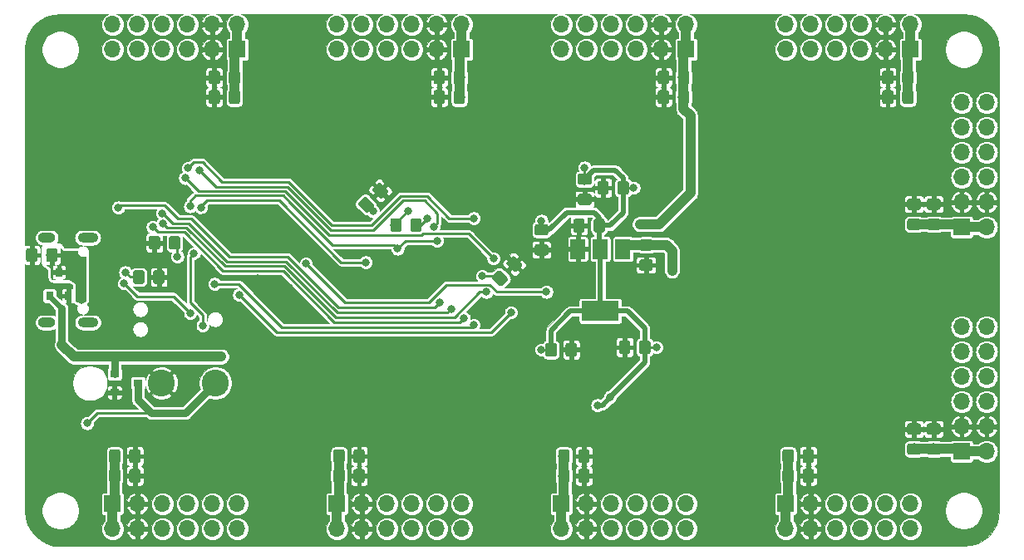
<source format=gbl>
G04 #@! TF.GenerationSoftware,KiCad,Pcbnew,5.0.2+dfsg1-1*
G04 #@! TF.CreationDate,2020-03-15T18:18:08-04:00*
G04 #@! TF.ProjectId,hx4k_pmod,6878346b-5f70-46d6-9f64-2e6b69636164,rev?*
G04 #@! TF.SameCoordinates,Original*
G04 #@! TF.FileFunction,Copper,L2,Bot*
G04 #@! TF.FilePolarity,Positive*
%FSLAX46Y46*%
G04 Gerber Fmt 4.6, Leading zero omitted, Abs format (unit mm)*
G04 Created by KiCad (PCBNEW 5.0.2+dfsg1-1) date Sun 15 Mar 2020 06:18:08 PM EDT*
%MOMM*%
%LPD*%
G01*
G04 APERTURE LIST*
G04 #@! TA.AperFunction,ComponentPad*
%ADD10C,2.750000*%
G04 #@! TD*
G04 #@! TA.AperFunction,SMDPad,CuDef*
%ADD11R,0.900000X0.800000*%
G04 #@! TD*
G04 #@! TA.AperFunction,Conductor*
%ADD12C,0.100000*%
G04 #@! TD*
G04 #@! TA.AperFunction,SMDPad,CuDef*
%ADD13C,1.150000*%
G04 #@! TD*
G04 #@! TA.AperFunction,SMDPad,CuDef*
%ADD14R,3.800000X2.000000*%
G04 #@! TD*
G04 #@! TA.AperFunction,SMDPad,CuDef*
%ADD15R,1.500000X2.000000*%
G04 #@! TD*
G04 #@! TA.AperFunction,ComponentPad*
%ADD16O,1.700000X1.700000*%
G04 #@! TD*
G04 #@! TA.AperFunction,ComponentPad*
%ADD17R,1.700000X1.700000*%
G04 #@! TD*
G04 #@! TA.AperFunction,ComponentPad*
%ADD18O,2.100000X1.000000*%
G04 #@! TD*
G04 #@! TA.AperFunction,ComponentPad*
%ADD19O,1.800000X1.000000*%
G04 #@! TD*
G04 #@! TA.AperFunction,SMDPad,CuDef*
%ADD20R,0.800000X0.900000*%
G04 #@! TD*
G04 #@! TA.AperFunction,ViaPad*
%ADD21C,0.800000*%
G04 #@! TD*
G04 #@! TA.AperFunction,Conductor*
%ADD22C,0.250000*%
G04 #@! TD*
G04 #@! TA.AperFunction,Conductor*
%ADD23C,1.000000*%
G04 #@! TD*
G04 #@! TA.AperFunction,Conductor*
%ADD24C,0.500000*%
G04 #@! TD*
G04 #@! TA.AperFunction,Conductor*
%ADD25C,0.750000*%
G04 #@! TD*
G04 APERTURE END LIST*
D10*
G04 #@! TO.P,J3,1*
G04 #@! TO.N,GND*
X37300000Y-68000000D03*
G04 #@! TO.P,J3,2*
G04 #@! TO.N,Net-(D4-Pad2)*
X42800000Y-68000000D03*
G04 #@! TD*
D11*
G04 #@! TO.P,Q2,1*
G04 #@! TO.N,GND*
X32500000Y-68950000D03*
G04 #@! TO.P,Q2,2*
G04 #@! TO.N,+5V*
X32500000Y-67050000D03*
G04 #@! TO.P,Q2,3*
G04 #@! TO.N,Net-(D4-Pad2)*
X34900000Y-68000000D03*
G04 #@! TD*
D12*
G04 #@! TO.N,GND*
G04 #@! TO.C,C23*
G36*
X43024505Y-38151204D02*
X43048773Y-38154804D01*
X43072572Y-38160765D01*
X43095671Y-38169030D01*
X43117850Y-38179520D01*
X43138893Y-38192132D01*
X43158599Y-38206747D01*
X43176777Y-38223223D01*
X43193253Y-38241401D01*
X43207868Y-38261107D01*
X43220480Y-38282150D01*
X43230970Y-38304329D01*
X43239235Y-38327428D01*
X43245196Y-38351227D01*
X43248796Y-38375495D01*
X43250000Y-38399999D01*
X43250000Y-39300001D01*
X43248796Y-39324505D01*
X43245196Y-39348773D01*
X43239235Y-39372572D01*
X43230970Y-39395671D01*
X43220480Y-39417850D01*
X43207868Y-39438893D01*
X43193253Y-39458599D01*
X43176777Y-39476777D01*
X43158599Y-39493253D01*
X43138893Y-39507868D01*
X43117850Y-39520480D01*
X43095671Y-39530970D01*
X43072572Y-39539235D01*
X43048773Y-39545196D01*
X43024505Y-39548796D01*
X43000001Y-39550000D01*
X42349999Y-39550000D01*
X42325495Y-39548796D01*
X42301227Y-39545196D01*
X42277428Y-39539235D01*
X42254329Y-39530970D01*
X42232150Y-39520480D01*
X42211107Y-39507868D01*
X42191401Y-39493253D01*
X42173223Y-39476777D01*
X42156747Y-39458599D01*
X42142132Y-39438893D01*
X42129520Y-39417850D01*
X42119030Y-39395671D01*
X42110765Y-39372572D01*
X42104804Y-39348773D01*
X42101204Y-39324505D01*
X42100000Y-39300001D01*
X42100000Y-38399999D01*
X42101204Y-38375495D01*
X42104804Y-38351227D01*
X42110765Y-38327428D01*
X42119030Y-38304329D01*
X42129520Y-38282150D01*
X42142132Y-38261107D01*
X42156747Y-38241401D01*
X42173223Y-38223223D01*
X42191401Y-38206747D01*
X42211107Y-38192132D01*
X42232150Y-38179520D01*
X42254329Y-38169030D01*
X42277428Y-38160765D01*
X42301227Y-38154804D01*
X42325495Y-38151204D01*
X42349999Y-38150000D01*
X43000001Y-38150000D01*
X43024505Y-38151204D01*
X43024505Y-38151204D01*
G37*
D13*
G04 #@! TD*
G04 #@! TO.P,C23,2*
G04 #@! TO.N,GND*
X42675000Y-38850000D03*
D12*
G04 #@! TO.N,+3V3*
G04 #@! TO.C,C23*
G36*
X45074505Y-38151204D02*
X45098773Y-38154804D01*
X45122572Y-38160765D01*
X45145671Y-38169030D01*
X45167850Y-38179520D01*
X45188893Y-38192132D01*
X45208599Y-38206747D01*
X45226777Y-38223223D01*
X45243253Y-38241401D01*
X45257868Y-38261107D01*
X45270480Y-38282150D01*
X45280970Y-38304329D01*
X45289235Y-38327428D01*
X45295196Y-38351227D01*
X45298796Y-38375495D01*
X45300000Y-38399999D01*
X45300000Y-39300001D01*
X45298796Y-39324505D01*
X45295196Y-39348773D01*
X45289235Y-39372572D01*
X45280970Y-39395671D01*
X45270480Y-39417850D01*
X45257868Y-39438893D01*
X45243253Y-39458599D01*
X45226777Y-39476777D01*
X45208599Y-39493253D01*
X45188893Y-39507868D01*
X45167850Y-39520480D01*
X45145671Y-39530970D01*
X45122572Y-39539235D01*
X45098773Y-39545196D01*
X45074505Y-39548796D01*
X45050001Y-39550000D01*
X44399999Y-39550000D01*
X44375495Y-39548796D01*
X44351227Y-39545196D01*
X44327428Y-39539235D01*
X44304329Y-39530970D01*
X44282150Y-39520480D01*
X44261107Y-39507868D01*
X44241401Y-39493253D01*
X44223223Y-39476777D01*
X44206747Y-39458599D01*
X44192132Y-39438893D01*
X44179520Y-39417850D01*
X44169030Y-39395671D01*
X44160765Y-39372572D01*
X44154804Y-39348773D01*
X44151204Y-39324505D01*
X44150000Y-39300001D01*
X44150000Y-38399999D01*
X44151204Y-38375495D01*
X44154804Y-38351227D01*
X44160765Y-38327428D01*
X44169030Y-38304329D01*
X44179520Y-38282150D01*
X44192132Y-38261107D01*
X44206747Y-38241401D01*
X44223223Y-38223223D01*
X44241401Y-38206747D01*
X44261107Y-38192132D01*
X44282150Y-38179520D01*
X44304329Y-38169030D01*
X44327428Y-38160765D01*
X44351227Y-38154804D01*
X44375495Y-38151204D01*
X44399999Y-38150000D01*
X45050001Y-38150000D01*
X45074505Y-38151204D01*
X45074505Y-38151204D01*
G37*
D13*
G04 #@! TD*
G04 #@! TO.P,C23,1*
G04 #@! TO.N,+3V3*
X44725000Y-38850000D03*
D12*
G04 #@! TO.N,+3V3*
G04 #@! TO.C,C34*
G36*
X67974505Y-38151204D02*
X67998773Y-38154804D01*
X68022572Y-38160765D01*
X68045671Y-38169030D01*
X68067850Y-38179520D01*
X68088893Y-38192132D01*
X68108599Y-38206747D01*
X68126777Y-38223223D01*
X68143253Y-38241401D01*
X68157868Y-38261107D01*
X68170480Y-38282150D01*
X68180970Y-38304329D01*
X68189235Y-38327428D01*
X68195196Y-38351227D01*
X68198796Y-38375495D01*
X68200000Y-38399999D01*
X68200000Y-39300001D01*
X68198796Y-39324505D01*
X68195196Y-39348773D01*
X68189235Y-39372572D01*
X68180970Y-39395671D01*
X68170480Y-39417850D01*
X68157868Y-39438893D01*
X68143253Y-39458599D01*
X68126777Y-39476777D01*
X68108599Y-39493253D01*
X68088893Y-39507868D01*
X68067850Y-39520480D01*
X68045671Y-39530970D01*
X68022572Y-39539235D01*
X67998773Y-39545196D01*
X67974505Y-39548796D01*
X67950001Y-39550000D01*
X67299999Y-39550000D01*
X67275495Y-39548796D01*
X67251227Y-39545196D01*
X67227428Y-39539235D01*
X67204329Y-39530970D01*
X67182150Y-39520480D01*
X67161107Y-39507868D01*
X67141401Y-39493253D01*
X67123223Y-39476777D01*
X67106747Y-39458599D01*
X67092132Y-39438893D01*
X67079520Y-39417850D01*
X67069030Y-39395671D01*
X67060765Y-39372572D01*
X67054804Y-39348773D01*
X67051204Y-39324505D01*
X67050000Y-39300001D01*
X67050000Y-38399999D01*
X67051204Y-38375495D01*
X67054804Y-38351227D01*
X67060765Y-38327428D01*
X67069030Y-38304329D01*
X67079520Y-38282150D01*
X67092132Y-38261107D01*
X67106747Y-38241401D01*
X67123223Y-38223223D01*
X67141401Y-38206747D01*
X67161107Y-38192132D01*
X67182150Y-38179520D01*
X67204329Y-38169030D01*
X67227428Y-38160765D01*
X67251227Y-38154804D01*
X67275495Y-38151204D01*
X67299999Y-38150000D01*
X67950001Y-38150000D01*
X67974505Y-38151204D01*
X67974505Y-38151204D01*
G37*
D13*
G04 #@! TD*
G04 #@! TO.P,C34,1*
G04 #@! TO.N,+3V3*
X67625000Y-38850000D03*
D12*
G04 #@! TO.N,GND*
G04 #@! TO.C,C34*
G36*
X65924505Y-38151204D02*
X65948773Y-38154804D01*
X65972572Y-38160765D01*
X65995671Y-38169030D01*
X66017850Y-38179520D01*
X66038893Y-38192132D01*
X66058599Y-38206747D01*
X66076777Y-38223223D01*
X66093253Y-38241401D01*
X66107868Y-38261107D01*
X66120480Y-38282150D01*
X66130970Y-38304329D01*
X66139235Y-38327428D01*
X66145196Y-38351227D01*
X66148796Y-38375495D01*
X66150000Y-38399999D01*
X66150000Y-39300001D01*
X66148796Y-39324505D01*
X66145196Y-39348773D01*
X66139235Y-39372572D01*
X66130970Y-39395671D01*
X66120480Y-39417850D01*
X66107868Y-39438893D01*
X66093253Y-39458599D01*
X66076777Y-39476777D01*
X66058599Y-39493253D01*
X66038893Y-39507868D01*
X66017850Y-39520480D01*
X65995671Y-39530970D01*
X65972572Y-39539235D01*
X65948773Y-39545196D01*
X65924505Y-39548796D01*
X65900001Y-39550000D01*
X65249999Y-39550000D01*
X65225495Y-39548796D01*
X65201227Y-39545196D01*
X65177428Y-39539235D01*
X65154329Y-39530970D01*
X65132150Y-39520480D01*
X65111107Y-39507868D01*
X65091401Y-39493253D01*
X65073223Y-39476777D01*
X65056747Y-39458599D01*
X65042132Y-39438893D01*
X65029520Y-39417850D01*
X65019030Y-39395671D01*
X65010765Y-39372572D01*
X65004804Y-39348773D01*
X65001204Y-39324505D01*
X65000000Y-39300001D01*
X65000000Y-38399999D01*
X65001204Y-38375495D01*
X65004804Y-38351227D01*
X65010765Y-38327428D01*
X65019030Y-38304329D01*
X65029520Y-38282150D01*
X65042132Y-38261107D01*
X65056747Y-38241401D01*
X65073223Y-38223223D01*
X65091401Y-38206747D01*
X65111107Y-38192132D01*
X65132150Y-38179520D01*
X65154329Y-38169030D01*
X65177428Y-38160765D01*
X65201227Y-38154804D01*
X65225495Y-38151204D01*
X65249999Y-38150000D01*
X65900001Y-38150000D01*
X65924505Y-38151204D01*
X65924505Y-38151204D01*
G37*
D13*
G04 #@! TD*
G04 #@! TO.P,C34,2*
G04 #@! TO.N,GND*
X65575000Y-38850000D03*
D12*
G04 #@! TO.N,GND*
G04 #@! TO.C,C36*
G36*
X88774505Y-38151204D02*
X88798773Y-38154804D01*
X88822572Y-38160765D01*
X88845671Y-38169030D01*
X88867850Y-38179520D01*
X88888893Y-38192132D01*
X88908599Y-38206747D01*
X88926777Y-38223223D01*
X88943253Y-38241401D01*
X88957868Y-38261107D01*
X88970480Y-38282150D01*
X88980970Y-38304329D01*
X88989235Y-38327428D01*
X88995196Y-38351227D01*
X88998796Y-38375495D01*
X89000000Y-38399999D01*
X89000000Y-39300001D01*
X88998796Y-39324505D01*
X88995196Y-39348773D01*
X88989235Y-39372572D01*
X88980970Y-39395671D01*
X88970480Y-39417850D01*
X88957868Y-39438893D01*
X88943253Y-39458599D01*
X88926777Y-39476777D01*
X88908599Y-39493253D01*
X88888893Y-39507868D01*
X88867850Y-39520480D01*
X88845671Y-39530970D01*
X88822572Y-39539235D01*
X88798773Y-39545196D01*
X88774505Y-39548796D01*
X88750001Y-39550000D01*
X88099999Y-39550000D01*
X88075495Y-39548796D01*
X88051227Y-39545196D01*
X88027428Y-39539235D01*
X88004329Y-39530970D01*
X87982150Y-39520480D01*
X87961107Y-39507868D01*
X87941401Y-39493253D01*
X87923223Y-39476777D01*
X87906747Y-39458599D01*
X87892132Y-39438893D01*
X87879520Y-39417850D01*
X87869030Y-39395671D01*
X87860765Y-39372572D01*
X87854804Y-39348773D01*
X87851204Y-39324505D01*
X87850000Y-39300001D01*
X87850000Y-38399999D01*
X87851204Y-38375495D01*
X87854804Y-38351227D01*
X87860765Y-38327428D01*
X87869030Y-38304329D01*
X87879520Y-38282150D01*
X87892132Y-38261107D01*
X87906747Y-38241401D01*
X87923223Y-38223223D01*
X87941401Y-38206747D01*
X87961107Y-38192132D01*
X87982150Y-38179520D01*
X88004329Y-38169030D01*
X88027428Y-38160765D01*
X88051227Y-38154804D01*
X88075495Y-38151204D01*
X88099999Y-38150000D01*
X88750001Y-38150000D01*
X88774505Y-38151204D01*
X88774505Y-38151204D01*
G37*
D13*
G04 #@! TD*
G04 #@! TO.P,C36,2*
G04 #@! TO.N,GND*
X88425000Y-38850000D03*
D12*
G04 #@! TO.N,+3V3*
G04 #@! TO.C,C36*
G36*
X90824505Y-38151204D02*
X90848773Y-38154804D01*
X90872572Y-38160765D01*
X90895671Y-38169030D01*
X90917850Y-38179520D01*
X90938893Y-38192132D01*
X90958599Y-38206747D01*
X90976777Y-38223223D01*
X90993253Y-38241401D01*
X91007868Y-38261107D01*
X91020480Y-38282150D01*
X91030970Y-38304329D01*
X91039235Y-38327428D01*
X91045196Y-38351227D01*
X91048796Y-38375495D01*
X91050000Y-38399999D01*
X91050000Y-39300001D01*
X91048796Y-39324505D01*
X91045196Y-39348773D01*
X91039235Y-39372572D01*
X91030970Y-39395671D01*
X91020480Y-39417850D01*
X91007868Y-39438893D01*
X90993253Y-39458599D01*
X90976777Y-39476777D01*
X90958599Y-39493253D01*
X90938893Y-39507868D01*
X90917850Y-39520480D01*
X90895671Y-39530970D01*
X90872572Y-39539235D01*
X90848773Y-39545196D01*
X90824505Y-39548796D01*
X90800001Y-39550000D01*
X90149999Y-39550000D01*
X90125495Y-39548796D01*
X90101227Y-39545196D01*
X90077428Y-39539235D01*
X90054329Y-39530970D01*
X90032150Y-39520480D01*
X90011107Y-39507868D01*
X89991401Y-39493253D01*
X89973223Y-39476777D01*
X89956747Y-39458599D01*
X89942132Y-39438893D01*
X89929520Y-39417850D01*
X89919030Y-39395671D01*
X89910765Y-39372572D01*
X89904804Y-39348773D01*
X89901204Y-39324505D01*
X89900000Y-39300001D01*
X89900000Y-38399999D01*
X89901204Y-38375495D01*
X89904804Y-38351227D01*
X89910765Y-38327428D01*
X89919030Y-38304329D01*
X89929520Y-38282150D01*
X89942132Y-38261107D01*
X89956747Y-38241401D01*
X89973223Y-38223223D01*
X89991401Y-38206747D01*
X90011107Y-38192132D01*
X90032150Y-38179520D01*
X90054329Y-38169030D01*
X90077428Y-38160765D01*
X90101227Y-38154804D01*
X90125495Y-38151204D01*
X90149999Y-38150000D01*
X90800001Y-38150000D01*
X90824505Y-38151204D01*
X90824505Y-38151204D01*
G37*
D13*
G04 #@! TD*
G04 #@! TO.P,C36,1*
G04 #@! TO.N,+3V3*
X90475000Y-38850000D03*
D12*
G04 #@! TO.N,+3V3*
G04 #@! TO.C,C38*
G36*
X113674505Y-38151204D02*
X113698773Y-38154804D01*
X113722572Y-38160765D01*
X113745671Y-38169030D01*
X113767850Y-38179520D01*
X113788893Y-38192132D01*
X113808599Y-38206747D01*
X113826777Y-38223223D01*
X113843253Y-38241401D01*
X113857868Y-38261107D01*
X113870480Y-38282150D01*
X113880970Y-38304329D01*
X113889235Y-38327428D01*
X113895196Y-38351227D01*
X113898796Y-38375495D01*
X113900000Y-38399999D01*
X113900000Y-39300001D01*
X113898796Y-39324505D01*
X113895196Y-39348773D01*
X113889235Y-39372572D01*
X113880970Y-39395671D01*
X113870480Y-39417850D01*
X113857868Y-39438893D01*
X113843253Y-39458599D01*
X113826777Y-39476777D01*
X113808599Y-39493253D01*
X113788893Y-39507868D01*
X113767850Y-39520480D01*
X113745671Y-39530970D01*
X113722572Y-39539235D01*
X113698773Y-39545196D01*
X113674505Y-39548796D01*
X113650001Y-39550000D01*
X112999999Y-39550000D01*
X112975495Y-39548796D01*
X112951227Y-39545196D01*
X112927428Y-39539235D01*
X112904329Y-39530970D01*
X112882150Y-39520480D01*
X112861107Y-39507868D01*
X112841401Y-39493253D01*
X112823223Y-39476777D01*
X112806747Y-39458599D01*
X112792132Y-39438893D01*
X112779520Y-39417850D01*
X112769030Y-39395671D01*
X112760765Y-39372572D01*
X112754804Y-39348773D01*
X112751204Y-39324505D01*
X112750000Y-39300001D01*
X112750000Y-38399999D01*
X112751204Y-38375495D01*
X112754804Y-38351227D01*
X112760765Y-38327428D01*
X112769030Y-38304329D01*
X112779520Y-38282150D01*
X112792132Y-38261107D01*
X112806747Y-38241401D01*
X112823223Y-38223223D01*
X112841401Y-38206747D01*
X112861107Y-38192132D01*
X112882150Y-38179520D01*
X112904329Y-38169030D01*
X112927428Y-38160765D01*
X112951227Y-38154804D01*
X112975495Y-38151204D01*
X112999999Y-38150000D01*
X113650001Y-38150000D01*
X113674505Y-38151204D01*
X113674505Y-38151204D01*
G37*
D13*
G04 #@! TD*
G04 #@! TO.P,C38,1*
G04 #@! TO.N,+3V3*
X113325000Y-38850000D03*
D12*
G04 #@! TO.N,GND*
G04 #@! TO.C,C38*
G36*
X111624505Y-38151204D02*
X111648773Y-38154804D01*
X111672572Y-38160765D01*
X111695671Y-38169030D01*
X111717850Y-38179520D01*
X111738893Y-38192132D01*
X111758599Y-38206747D01*
X111776777Y-38223223D01*
X111793253Y-38241401D01*
X111807868Y-38261107D01*
X111820480Y-38282150D01*
X111830970Y-38304329D01*
X111839235Y-38327428D01*
X111845196Y-38351227D01*
X111848796Y-38375495D01*
X111850000Y-38399999D01*
X111850000Y-39300001D01*
X111848796Y-39324505D01*
X111845196Y-39348773D01*
X111839235Y-39372572D01*
X111830970Y-39395671D01*
X111820480Y-39417850D01*
X111807868Y-39438893D01*
X111793253Y-39458599D01*
X111776777Y-39476777D01*
X111758599Y-39493253D01*
X111738893Y-39507868D01*
X111717850Y-39520480D01*
X111695671Y-39530970D01*
X111672572Y-39539235D01*
X111648773Y-39545196D01*
X111624505Y-39548796D01*
X111600001Y-39550000D01*
X110949999Y-39550000D01*
X110925495Y-39548796D01*
X110901227Y-39545196D01*
X110877428Y-39539235D01*
X110854329Y-39530970D01*
X110832150Y-39520480D01*
X110811107Y-39507868D01*
X110791401Y-39493253D01*
X110773223Y-39476777D01*
X110756747Y-39458599D01*
X110742132Y-39438893D01*
X110729520Y-39417850D01*
X110719030Y-39395671D01*
X110710765Y-39372572D01*
X110704804Y-39348773D01*
X110701204Y-39324505D01*
X110700000Y-39300001D01*
X110700000Y-38399999D01*
X110701204Y-38375495D01*
X110704804Y-38351227D01*
X110710765Y-38327428D01*
X110719030Y-38304329D01*
X110729520Y-38282150D01*
X110742132Y-38261107D01*
X110756747Y-38241401D01*
X110773223Y-38223223D01*
X110791401Y-38206747D01*
X110811107Y-38192132D01*
X110832150Y-38179520D01*
X110854329Y-38169030D01*
X110877428Y-38160765D01*
X110901227Y-38154804D01*
X110925495Y-38151204D01*
X110949999Y-38150000D01*
X111600001Y-38150000D01*
X111624505Y-38151204D01*
X111624505Y-38151204D01*
G37*
D13*
G04 #@! TD*
G04 #@! TO.P,C38,2*
G04 #@! TO.N,GND*
X111275000Y-38850000D03*
D12*
G04 #@! TO.N,GND*
G04 #@! TO.C,C40*
G36*
X34924505Y-74751204D02*
X34948773Y-74754804D01*
X34972572Y-74760765D01*
X34995671Y-74769030D01*
X35017850Y-74779520D01*
X35038893Y-74792132D01*
X35058599Y-74806747D01*
X35076777Y-74823223D01*
X35093253Y-74841401D01*
X35107868Y-74861107D01*
X35120480Y-74882150D01*
X35130970Y-74904329D01*
X35139235Y-74927428D01*
X35145196Y-74951227D01*
X35148796Y-74975495D01*
X35150000Y-74999999D01*
X35150000Y-75900001D01*
X35148796Y-75924505D01*
X35145196Y-75948773D01*
X35139235Y-75972572D01*
X35130970Y-75995671D01*
X35120480Y-76017850D01*
X35107868Y-76038893D01*
X35093253Y-76058599D01*
X35076777Y-76076777D01*
X35058599Y-76093253D01*
X35038893Y-76107868D01*
X35017850Y-76120480D01*
X34995671Y-76130970D01*
X34972572Y-76139235D01*
X34948773Y-76145196D01*
X34924505Y-76148796D01*
X34900001Y-76150000D01*
X34249999Y-76150000D01*
X34225495Y-76148796D01*
X34201227Y-76145196D01*
X34177428Y-76139235D01*
X34154329Y-76130970D01*
X34132150Y-76120480D01*
X34111107Y-76107868D01*
X34091401Y-76093253D01*
X34073223Y-76076777D01*
X34056747Y-76058599D01*
X34042132Y-76038893D01*
X34029520Y-76017850D01*
X34019030Y-75995671D01*
X34010765Y-75972572D01*
X34004804Y-75948773D01*
X34001204Y-75924505D01*
X34000000Y-75900001D01*
X34000000Y-74999999D01*
X34001204Y-74975495D01*
X34004804Y-74951227D01*
X34010765Y-74927428D01*
X34019030Y-74904329D01*
X34029520Y-74882150D01*
X34042132Y-74861107D01*
X34056747Y-74841401D01*
X34073223Y-74823223D01*
X34091401Y-74806747D01*
X34111107Y-74792132D01*
X34132150Y-74779520D01*
X34154329Y-74769030D01*
X34177428Y-74760765D01*
X34201227Y-74754804D01*
X34225495Y-74751204D01*
X34249999Y-74750000D01*
X34900001Y-74750000D01*
X34924505Y-74751204D01*
X34924505Y-74751204D01*
G37*
D13*
G04 #@! TD*
G04 #@! TO.P,C40,2*
G04 #@! TO.N,GND*
X34575000Y-75450000D03*
D12*
G04 #@! TO.N,+3V3*
G04 #@! TO.C,C40*
G36*
X32874505Y-74751204D02*
X32898773Y-74754804D01*
X32922572Y-74760765D01*
X32945671Y-74769030D01*
X32967850Y-74779520D01*
X32988893Y-74792132D01*
X33008599Y-74806747D01*
X33026777Y-74823223D01*
X33043253Y-74841401D01*
X33057868Y-74861107D01*
X33070480Y-74882150D01*
X33080970Y-74904329D01*
X33089235Y-74927428D01*
X33095196Y-74951227D01*
X33098796Y-74975495D01*
X33100000Y-74999999D01*
X33100000Y-75900001D01*
X33098796Y-75924505D01*
X33095196Y-75948773D01*
X33089235Y-75972572D01*
X33080970Y-75995671D01*
X33070480Y-76017850D01*
X33057868Y-76038893D01*
X33043253Y-76058599D01*
X33026777Y-76076777D01*
X33008599Y-76093253D01*
X32988893Y-76107868D01*
X32967850Y-76120480D01*
X32945671Y-76130970D01*
X32922572Y-76139235D01*
X32898773Y-76145196D01*
X32874505Y-76148796D01*
X32850001Y-76150000D01*
X32199999Y-76150000D01*
X32175495Y-76148796D01*
X32151227Y-76145196D01*
X32127428Y-76139235D01*
X32104329Y-76130970D01*
X32082150Y-76120480D01*
X32061107Y-76107868D01*
X32041401Y-76093253D01*
X32023223Y-76076777D01*
X32006747Y-76058599D01*
X31992132Y-76038893D01*
X31979520Y-76017850D01*
X31969030Y-75995671D01*
X31960765Y-75972572D01*
X31954804Y-75948773D01*
X31951204Y-75924505D01*
X31950000Y-75900001D01*
X31950000Y-74999999D01*
X31951204Y-74975495D01*
X31954804Y-74951227D01*
X31960765Y-74927428D01*
X31969030Y-74904329D01*
X31979520Y-74882150D01*
X31992132Y-74861107D01*
X32006747Y-74841401D01*
X32023223Y-74823223D01*
X32041401Y-74806747D01*
X32061107Y-74792132D01*
X32082150Y-74779520D01*
X32104329Y-74769030D01*
X32127428Y-74760765D01*
X32151227Y-74754804D01*
X32175495Y-74751204D01*
X32199999Y-74750000D01*
X32850001Y-74750000D01*
X32874505Y-74751204D01*
X32874505Y-74751204D01*
G37*
D13*
G04 #@! TD*
G04 #@! TO.P,C40,1*
G04 #@! TO.N,+3V3*
X32525000Y-75450000D03*
D12*
G04 #@! TO.N,+3V3*
G04 #@! TO.C,C50*
G36*
X114424505Y-51251204D02*
X114448773Y-51254804D01*
X114472572Y-51260765D01*
X114495671Y-51269030D01*
X114517850Y-51279520D01*
X114538893Y-51292132D01*
X114558599Y-51306747D01*
X114576777Y-51323223D01*
X114593253Y-51341401D01*
X114607868Y-51361107D01*
X114620480Y-51382150D01*
X114630970Y-51404329D01*
X114639235Y-51427428D01*
X114645196Y-51451227D01*
X114648796Y-51475495D01*
X114650000Y-51499999D01*
X114650000Y-52150001D01*
X114648796Y-52174505D01*
X114645196Y-52198773D01*
X114639235Y-52222572D01*
X114630970Y-52245671D01*
X114620480Y-52267850D01*
X114607868Y-52288893D01*
X114593253Y-52308599D01*
X114576777Y-52326777D01*
X114558599Y-52343253D01*
X114538893Y-52357868D01*
X114517850Y-52370480D01*
X114495671Y-52380970D01*
X114472572Y-52389235D01*
X114448773Y-52395196D01*
X114424505Y-52398796D01*
X114400001Y-52400000D01*
X113499999Y-52400000D01*
X113475495Y-52398796D01*
X113451227Y-52395196D01*
X113427428Y-52389235D01*
X113404329Y-52380970D01*
X113382150Y-52370480D01*
X113361107Y-52357868D01*
X113341401Y-52343253D01*
X113323223Y-52326777D01*
X113306747Y-52308599D01*
X113292132Y-52288893D01*
X113279520Y-52267850D01*
X113269030Y-52245671D01*
X113260765Y-52222572D01*
X113254804Y-52198773D01*
X113251204Y-52174505D01*
X113250000Y-52150001D01*
X113250000Y-51499999D01*
X113251204Y-51475495D01*
X113254804Y-51451227D01*
X113260765Y-51427428D01*
X113269030Y-51404329D01*
X113279520Y-51382150D01*
X113292132Y-51361107D01*
X113306747Y-51341401D01*
X113323223Y-51323223D01*
X113341401Y-51306747D01*
X113361107Y-51292132D01*
X113382150Y-51279520D01*
X113404329Y-51269030D01*
X113427428Y-51260765D01*
X113451227Y-51254804D01*
X113475495Y-51251204D01*
X113499999Y-51250000D01*
X114400001Y-51250000D01*
X114424505Y-51251204D01*
X114424505Y-51251204D01*
G37*
D13*
G04 #@! TD*
G04 #@! TO.P,C50,1*
G04 #@! TO.N,+3V3*
X113950000Y-51825000D03*
D12*
G04 #@! TO.N,GND*
G04 #@! TO.C,C50*
G36*
X114424505Y-49201204D02*
X114448773Y-49204804D01*
X114472572Y-49210765D01*
X114495671Y-49219030D01*
X114517850Y-49229520D01*
X114538893Y-49242132D01*
X114558599Y-49256747D01*
X114576777Y-49273223D01*
X114593253Y-49291401D01*
X114607868Y-49311107D01*
X114620480Y-49332150D01*
X114630970Y-49354329D01*
X114639235Y-49377428D01*
X114645196Y-49401227D01*
X114648796Y-49425495D01*
X114650000Y-49449999D01*
X114650000Y-50100001D01*
X114648796Y-50124505D01*
X114645196Y-50148773D01*
X114639235Y-50172572D01*
X114630970Y-50195671D01*
X114620480Y-50217850D01*
X114607868Y-50238893D01*
X114593253Y-50258599D01*
X114576777Y-50276777D01*
X114558599Y-50293253D01*
X114538893Y-50307868D01*
X114517850Y-50320480D01*
X114495671Y-50330970D01*
X114472572Y-50339235D01*
X114448773Y-50345196D01*
X114424505Y-50348796D01*
X114400001Y-50350000D01*
X113499999Y-50350000D01*
X113475495Y-50348796D01*
X113451227Y-50345196D01*
X113427428Y-50339235D01*
X113404329Y-50330970D01*
X113382150Y-50320480D01*
X113361107Y-50307868D01*
X113341401Y-50293253D01*
X113323223Y-50276777D01*
X113306747Y-50258599D01*
X113292132Y-50238893D01*
X113279520Y-50217850D01*
X113269030Y-50195671D01*
X113260765Y-50172572D01*
X113254804Y-50148773D01*
X113251204Y-50124505D01*
X113250000Y-50100001D01*
X113250000Y-49449999D01*
X113251204Y-49425495D01*
X113254804Y-49401227D01*
X113260765Y-49377428D01*
X113269030Y-49354329D01*
X113279520Y-49332150D01*
X113292132Y-49311107D01*
X113306747Y-49291401D01*
X113323223Y-49273223D01*
X113341401Y-49256747D01*
X113361107Y-49242132D01*
X113382150Y-49229520D01*
X113404329Y-49219030D01*
X113427428Y-49210765D01*
X113451227Y-49204804D01*
X113475495Y-49201204D01*
X113499999Y-49200000D01*
X114400001Y-49200000D01*
X114424505Y-49201204D01*
X114424505Y-49201204D01*
G37*
D13*
G04 #@! TD*
G04 #@! TO.P,C50,2*
G04 #@! TO.N,GND*
X113950000Y-49775000D03*
D12*
G04 #@! TO.N,GND*
G04 #@! TO.C,C42*
G36*
X57774505Y-74751204D02*
X57798773Y-74754804D01*
X57822572Y-74760765D01*
X57845671Y-74769030D01*
X57867850Y-74779520D01*
X57888893Y-74792132D01*
X57908599Y-74806747D01*
X57926777Y-74823223D01*
X57943253Y-74841401D01*
X57957868Y-74861107D01*
X57970480Y-74882150D01*
X57980970Y-74904329D01*
X57989235Y-74927428D01*
X57995196Y-74951227D01*
X57998796Y-74975495D01*
X58000000Y-74999999D01*
X58000000Y-75900001D01*
X57998796Y-75924505D01*
X57995196Y-75948773D01*
X57989235Y-75972572D01*
X57980970Y-75995671D01*
X57970480Y-76017850D01*
X57957868Y-76038893D01*
X57943253Y-76058599D01*
X57926777Y-76076777D01*
X57908599Y-76093253D01*
X57888893Y-76107868D01*
X57867850Y-76120480D01*
X57845671Y-76130970D01*
X57822572Y-76139235D01*
X57798773Y-76145196D01*
X57774505Y-76148796D01*
X57750001Y-76150000D01*
X57099999Y-76150000D01*
X57075495Y-76148796D01*
X57051227Y-76145196D01*
X57027428Y-76139235D01*
X57004329Y-76130970D01*
X56982150Y-76120480D01*
X56961107Y-76107868D01*
X56941401Y-76093253D01*
X56923223Y-76076777D01*
X56906747Y-76058599D01*
X56892132Y-76038893D01*
X56879520Y-76017850D01*
X56869030Y-75995671D01*
X56860765Y-75972572D01*
X56854804Y-75948773D01*
X56851204Y-75924505D01*
X56850000Y-75900001D01*
X56850000Y-74999999D01*
X56851204Y-74975495D01*
X56854804Y-74951227D01*
X56860765Y-74927428D01*
X56869030Y-74904329D01*
X56879520Y-74882150D01*
X56892132Y-74861107D01*
X56906747Y-74841401D01*
X56923223Y-74823223D01*
X56941401Y-74806747D01*
X56961107Y-74792132D01*
X56982150Y-74779520D01*
X57004329Y-74769030D01*
X57027428Y-74760765D01*
X57051227Y-74754804D01*
X57075495Y-74751204D01*
X57099999Y-74750000D01*
X57750001Y-74750000D01*
X57774505Y-74751204D01*
X57774505Y-74751204D01*
G37*
D13*
G04 #@! TD*
G04 #@! TO.P,C42,2*
G04 #@! TO.N,GND*
X57425000Y-75450000D03*
D12*
G04 #@! TO.N,+3V3*
G04 #@! TO.C,C42*
G36*
X55724505Y-74751204D02*
X55748773Y-74754804D01*
X55772572Y-74760765D01*
X55795671Y-74769030D01*
X55817850Y-74779520D01*
X55838893Y-74792132D01*
X55858599Y-74806747D01*
X55876777Y-74823223D01*
X55893253Y-74841401D01*
X55907868Y-74861107D01*
X55920480Y-74882150D01*
X55930970Y-74904329D01*
X55939235Y-74927428D01*
X55945196Y-74951227D01*
X55948796Y-74975495D01*
X55950000Y-74999999D01*
X55950000Y-75900001D01*
X55948796Y-75924505D01*
X55945196Y-75948773D01*
X55939235Y-75972572D01*
X55930970Y-75995671D01*
X55920480Y-76017850D01*
X55907868Y-76038893D01*
X55893253Y-76058599D01*
X55876777Y-76076777D01*
X55858599Y-76093253D01*
X55838893Y-76107868D01*
X55817850Y-76120480D01*
X55795671Y-76130970D01*
X55772572Y-76139235D01*
X55748773Y-76145196D01*
X55724505Y-76148796D01*
X55700001Y-76150000D01*
X55049999Y-76150000D01*
X55025495Y-76148796D01*
X55001227Y-76145196D01*
X54977428Y-76139235D01*
X54954329Y-76130970D01*
X54932150Y-76120480D01*
X54911107Y-76107868D01*
X54891401Y-76093253D01*
X54873223Y-76076777D01*
X54856747Y-76058599D01*
X54842132Y-76038893D01*
X54829520Y-76017850D01*
X54819030Y-75995671D01*
X54810765Y-75972572D01*
X54804804Y-75948773D01*
X54801204Y-75924505D01*
X54800000Y-75900001D01*
X54800000Y-74999999D01*
X54801204Y-74975495D01*
X54804804Y-74951227D01*
X54810765Y-74927428D01*
X54819030Y-74904329D01*
X54829520Y-74882150D01*
X54842132Y-74861107D01*
X54856747Y-74841401D01*
X54873223Y-74823223D01*
X54891401Y-74806747D01*
X54911107Y-74792132D01*
X54932150Y-74779520D01*
X54954329Y-74769030D01*
X54977428Y-74760765D01*
X55001227Y-74754804D01*
X55025495Y-74751204D01*
X55049999Y-74750000D01*
X55700001Y-74750000D01*
X55724505Y-74751204D01*
X55724505Y-74751204D01*
G37*
D13*
G04 #@! TD*
G04 #@! TO.P,C42,1*
G04 #@! TO.N,+3V3*
X55375000Y-75450000D03*
D12*
G04 #@! TO.N,+3V3*
G04 #@! TO.C,C48*
G36*
X114424505Y-74151204D02*
X114448773Y-74154804D01*
X114472572Y-74160765D01*
X114495671Y-74169030D01*
X114517850Y-74179520D01*
X114538893Y-74192132D01*
X114558599Y-74206747D01*
X114576777Y-74223223D01*
X114593253Y-74241401D01*
X114607868Y-74261107D01*
X114620480Y-74282150D01*
X114630970Y-74304329D01*
X114639235Y-74327428D01*
X114645196Y-74351227D01*
X114648796Y-74375495D01*
X114650000Y-74399999D01*
X114650000Y-75050001D01*
X114648796Y-75074505D01*
X114645196Y-75098773D01*
X114639235Y-75122572D01*
X114630970Y-75145671D01*
X114620480Y-75167850D01*
X114607868Y-75188893D01*
X114593253Y-75208599D01*
X114576777Y-75226777D01*
X114558599Y-75243253D01*
X114538893Y-75257868D01*
X114517850Y-75270480D01*
X114495671Y-75280970D01*
X114472572Y-75289235D01*
X114448773Y-75295196D01*
X114424505Y-75298796D01*
X114400001Y-75300000D01*
X113499999Y-75300000D01*
X113475495Y-75298796D01*
X113451227Y-75295196D01*
X113427428Y-75289235D01*
X113404329Y-75280970D01*
X113382150Y-75270480D01*
X113361107Y-75257868D01*
X113341401Y-75243253D01*
X113323223Y-75226777D01*
X113306747Y-75208599D01*
X113292132Y-75188893D01*
X113279520Y-75167850D01*
X113269030Y-75145671D01*
X113260765Y-75122572D01*
X113254804Y-75098773D01*
X113251204Y-75074505D01*
X113250000Y-75050001D01*
X113250000Y-74399999D01*
X113251204Y-74375495D01*
X113254804Y-74351227D01*
X113260765Y-74327428D01*
X113269030Y-74304329D01*
X113279520Y-74282150D01*
X113292132Y-74261107D01*
X113306747Y-74241401D01*
X113323223Y-74223223D01*
X113341401Y-74206747D01*
X113361107Y-74192132D01*
X113382150Y-74179520D01*
X113404329Y-74169030D01*
X113427428Y-74160765D01*
X113451227Y-74154804D01*
X113475495Y-74151204D01*
X113499999Y-74150000D01*
X114400001Y-74150000D01*
X114424505Y-74151204D01*
X114424505Y-74151204D01*
G37*
D13*
G04 #@! TD*
G04 #@! TO.P,C48,1*
G04 #@! TO.N,+3V3*
X113950000Y-74725000D03*
D12*
G04 #@! TO.N,GND*
G04 #@! TO.C,C48*
G36*
X114424505Y-72101204D02*
X114448773Y-72104804D01*
X114472572Y-72110765D01*
X114495671Y-72119030D01*
X114517850Y-72129520D01*
X114538893Y-72142132D01*
X114558599Y-72156747D01*
X114576777Y-72173223D01*
X114593253Y-72191401D01*
X114607868Y-72211107D01*
X114620480Y-72232150D01*
X114630970Y-72254329D01*
X114639235Y-72277428D01*
X114645196Y-72301227D01*
X114648796Y-72325495D01*
X114650000Y-72349999D01*
X114650000Y-73000001D01*
X114648796Y-73024505D01*
X114645196Y-73048773D01*
X114639235Y-73072572D01*
X114630970Y-73095671D01*
X114620480Y-73117850D01*
X114607868Y-73138893D01*
X114593253Y-73158599D01*
X114576777Y-73176777D01*
X114558599Y-73193253D01*
X114538893Y-73207868D01*
X114517850Y-73220480D01*
X114495671Y-73230970D01*
X114472572Y-73239235D01*
X114448773Y-73245196D01*
X114424505Y-73248796D01*
X114400001Y-73250000D01*
X113499999Y-73250000D01*
X113475495Y-73248796D01*
X113451227Y-73245196D01*
X113427428Y-73239235D01*
X113404329Y-73230970D01*
X113382150Y-73220480D01*
X113361107Y-73207868D01*
X113341401Y-73193253D01*
X113323223Y-73176777D01*
X113306747Y-73158599D01*
X113292132Y-73138893D01*
X113279520Y-73117850D01*
X113269030Y-73095671D01*
X113260765Y-73072572D01*
X113254804Y-73048773D01*
X113251204Y-73024505D01*
X113250000Y-73000001D01*
X113250000Y-72349999D01*
X113251204Y-72325495D01*
X113254804Y-72301227D01*
X113260765Y-72277428D01*
X113269030Y-72254329D01*
X113279520Y-72232150D01*
X113292132Y-72211107D01*
X113306747Y-72191401D01*
X113323223Y-72173223D01*
X113341401Y-72156747D01*
X113361107Y-72142132D01*
X113382150Y-72129520D01*
X113404329Y-72119030D01*
X113427428Y-72110765D01*
X113451227Y-72104804D01*
X113475495Y-72101204D01*
X113499999Y-72100000D01*
X114400001Y-72100000D01*
X114424505Y-72101204D01*
X114424505Y-72101204D01*
G37*
D13*
G04 #@! TD*
G04 #@! TO.P,C48,2*
G04 #@! TO.N,GND*
X113950000Y-72675000D03*
D12*
G04 #@! TO.N,GND*
G04 #@! TO.C,C46*
G36*
X103524505Y-74751204D02*
X103548773Y-74754804D01*
X103572572Y-74760765D01*
X103595671Y-74769030D01*
X103617850Y-74779520D01*
X103638893Y-74792132D01*
X103658599Y-74806747D01*
X103676777Y-74823223D01*
X103693253Y-74841401D01*
X103707868Y-74861107D01*
X103720480Y-74882150D01*
X103730970Y-74904329D01*
X103739235Y-74927428D01*
X103745196Y-74951227D01*
X103748796Y-74975495D01*
X103750000Y-74999999D01*
X103750000Y-75900001D01*
X103748796Y-75924505D01*
X103745196Y-75948773D01*
X103739235Y-75972572D01*
X103730970Y-75995671D01*
X103720480Y-76017850D01*
X103707868Y-76038893D01*
X103693253Y-76058599D01*
X103676777Y-76076777D01*
X103658599Y-76093253D01*
X103638893Y-76107868D01*
X103617850Y-76120480D01*
X103595671Y-76130970D01*
X103572572Y-76139235D01*
X103548773Y-76145196D01*
X103524505Y-76148796D01*
X103500001Y-76150000D01*
X102849999Y-76150000D01*
X102825495Y-76148796D01*
X102801227Y-76145196D01*
X102777428Y-76139235D01*
X102754329Y-76130970D01*
X102732150Y-76120480D01*
X102711107Y-76107868D01*
X102691401Y-76093253D01*
X102673223Y-76076777D01*
X102656747Y-76058599D01*
X102642132Y-76038893D01*
X102629520Y-76017850D01*
X102619030Y-75995671D01*
X102610765Y-75972572D01*
X102604804Y-75948773D01*
X102601204Y-75924505D01*
X102600000Y-75900001D01*
X102600000Y-74999999D01*
X102601204Y-74975495D01*
X102604804Y-74951227D01*
X102610765Y-74927428D01*
X102619030Y-74904329D01*
X102629520Y-74882150D01*
X102642132Y-74861107D01*
X102656747Y-74841401D01*
X102673223Y-74823223D01*
X102691401Y-74806747D01*
X102711107Y-74792132D01*
X102732150Y-74779520D01*
X102754329Y-74769030D01*
X102777428Y-74760765D01*
X102801227Y-74754804D01*
X102825495Y-74751204D01*
X102849999Y-74750000D01*
X103500001Y-74750000D01*
X103524505Y-74751204D01*
X103524505Y-74751204D01*
G37*
D13*
G04 #@! TD*
G04 #@! TO.P,C46,2*
G04 #@! TO.N,GND*
X103175000Y-75450000D03*
D12*
G04 #@! TO.N,+3V3*
G04 #@! TO.C,C46*
G36*
X101474505Y-74751204D02*
X101498773Y-74754804D01*
X101522572Y-74760765D01*
X101545671Y-74769030D01*
X101567850Y-74779520D01*
X101588893Y-74792132D01*
X101608599Y-74806747D01*
X101626777Y-74823223D01*
X101643253Y-74841401D01*
X101657868Y-74861107D01*
X101670480Y-74882150D01*
X101680970Y-74904329D01*
X101689235Y-74927428D01*
X101695196Y-74951227D01*
X101698796Y-74975495D01*
X101700000Y-74999999D01*
X101700000Y-75900001D01*
X101698796Y-75924505D01*
X101695196Y-75948773D01*
X101689235Y-75972572D01*
X101680970Y-75995671D01*
X101670480Y-76017850D01*
X101657868Y-76038893D01*
X101643253Y-76058599D01*
X101626777Y-76076777D01*
X101608599Y-76093253D01*
X101588893Y-76107868D01*
X101567850Y-76120480D01*
X101545671Y-76130970D01*
X101522572Y-76139235D01*
X101498773Y-76145196D01*
X101474505Y-76148796D01*
X101450001Y-76150000D01*
X100799999Y-76150000D01*
X100775495Y-76148796D01*
X100751227Y-76145196D01*
X100727428Y-76139235D01*
X100704329Y-76130970D01*
X100682150Y-76120480D01*
X100661107Y-76107868D01*
X100641401Y-76093253D01*
X100623223Y-76076777D01*
X100606747Y-76058599D01*
X100592132Y-76038893D01*
X100579520Y-76017850D01*
X100569030Y-75995671D01*
X100560765Y-75972572D01*
X100554804Y-75948773D01*
X100551204Y-75924505D01*
X100550000Y-75900001D01*
X100550000Y-74999999D01*
X100551204Y-74975495D01*
X100554804Y-74951227D01*
X100560765Y-74927428D01*
X100569030Y-74904329D01*
X100579520Y-74882150D01*
X100592132Y-74861107D01*
X100606747Y-74841401D01*
X100623223Y-74823223D01*
X100641401Y-74806747D01*
X100661107Y-74792132D01*
X100682150Y-74779520D01*
X100704329Y-74769030D01*
X100727428Y-74760765D01*
X100751227Y-74754804D01*
X100775495Y-74751204D01*
X100799999Y-74750000D01*
X101450001Y-74750000D01*
X101474505Y-74751204D01*
X101474505Y-74751204D01*
G37*
D13*
G04 #@! TD*
G04 #@! TO.P,C46,1*
G04 #@! TO.N,+3V3*
X101125000Y-75450000D03*
D12*
G04 #@! TO.N,+3V3*
G04 #@! TO.C,C44*
G36*
X78624505Y-74751204D02*
X78648773Y-74754804D01*
X78672572Y-74760765D01*
X78695671Y-74769030D01*
X78717850Y-74779520D01*
X78738893Y-74792132D01*
X78758599Y-74806747D01*
X78776777Y-74823223D01*
X78793253Y-74841401D01*
X78807868Y-74861107D01*
X78820480Y-74882150D01*
X78830970Y-74904329D01*
X78839235Y-74927428D01*
X78845196Y-74951227D01*
X78848796Y-74975495D01*
X78850000Y-74999999D01*
X78850000Y-75900001D01*
X78848796Y-75924505D01*
X78845196Y-75948773D01*
X78839235Y-75972572D01*
X78830970Y-75995671D01*
X78820480Y-76017850D01*
X78807868Y-76038893D01*
X78793253Y-76058599D01*
X78776777Y-76076777D01*
X78758599Y-76093253D01*
X78738893Y-76107868D01*
X78717850Y-76120480D01*
X78695671Y-76130970D01*
X78672572Y-76139235D01*
X78648773Y-76145196D01*
X78624505Y-76148796D01*
X78600001Y-76150000D01*
X77949999Y-76150000D01*
X77925495Y-76148796D01*
X77901227Y-76145196D01*
X77877428Y-76139235D01*
X77854329Y-76130970D01*
X77832150Y-76120480D01*
X77811107Y-76107868D01*
X77791401Y-76093253D01*
X77773223Y-76076777D01*
X77756747Y-76058599D01*
X77742132Y-76038893D01*
X77729520Y-76017850D01*
X77719030Y-75995671D01*
X77710765Y-75972572D01*
X77704804Y-75948773D01*
X77701204Y-75924505D01*
X77700000Y-75900001D01*
X77700000Y-74999999D01*
X77701204Y-74975495D01*
X77704804Y-74951227D01*
X77710765Y-74927428D01*
X77719030Y-74904329D01*
X77729520Y-74882150D01*
X77742132Y-74861107D01*
X77756747Y-74841401D01*
X77773223Y-74823223D01*
X77791401Y-74806747D01*
X77811107Y-74792132D01*
X77832150Y-74779520D01*
X77854329Y-74769030D01*
X77877428Y-74760765D01*
X77901227Y-74754804D01*
X77925495Y-74751204D01*
X77949999Y-74750000D01*
X78600001Y-74750000D01*
X78624505Y-74751204D01*
X78624505Y-74751204D01*
G37*
D13*
G04 #@! TD*
G04 #@! TO.P,C44,1*
G04 #@! TO.N,+3V3*
X78275000Y-75450000D03*
D12*
G04 #@! TO.N,GND*
G04 #@! TO.C,C44*
G36*
X80674505Y-74751204D02*
X80698773Y-74754804D01*
X80722572Y-74760765D01*
X80745671Y-74769030D01*
X80767850Y-74779520D01*
X80788893Y-74792132D01*
X80808599Y-74806747D01*
X80826777Y-74823223D01*
X80843253Y-74841401D01*
X80857868Y-74861107D01*
X80870480Y-74882150D01*
X80880970Y-74904329D01*
X80889235Y-74927428D01*
X80895196Y-74951227D01*
X80898796Y-74975495D01*
X80900000Y-74999999D01*
X80900000Y-75900001D01*
X80898796Y-75924505D01*
X80895196Y-75948773D01*
X80889235Y-75972572D01*
X80880970Y-75995671D01*
X80870480Y-76017850D01*
X80857868Y-76038893D01*
X80843253Y-76058599D01*
X80826777Y-76076777D01*
X80808599Y-76093253D01*
X80788893Y-76107868D01*
X80767850Y-76120480D01*
X80745671Y-76130970D01*
X80722572Y-76139235D01*
X80698773Y-76145196D01*
X80674505Y-76148796D01*
X80650001Y-76150000D01*
X79999999Y-76150000D01*
X79975495Y-76148796D01*
X79951227Y-76145196D01*
X79927428Y-76139235D01*
X79904329Y-76130970D01*
X79882150Y-76120480D01*
X79861107Y-76107868D01*
X79841401Y-76093253D01*
X79823223Y-76076777D01*
X79806747Y-76058599D01*
X79792132Y-76038893D01*
X79779520Y-76017850D01*
X79769030Y-75995671D01*
X79760765Y-75972572D01*
X79754804Y-75948773D01*
X79751204Y-75924505D01*
X79750000Y-75900001D01*
X79750000Y-74999999D01*
X79751204Y-74975495D01*
X79754804Y-74951227D01*
X79760765Y-74927428D01*
X79769030Y-74904329D01*
X79779520Y-74882150D01*
X79792132Y-74861107D01*
X79806747Y-74841401D01*
X79823223Y-74823223D01*
X79841401Y-74806747D01*
X79861107Y-74792132D01*
X79882150Y-74779520D01*
X79904329Y-74769030D01*
X79927428Y-74760765D01*
X79951227Y-74754804D01*
X79975495Y-74751204D01*
X79999999Y-74750000D01*
X80650001Y-74750000D01*
X80674505Y-74751204D01*
X80674505Y-74751204D01*
G37*
D13*
G04 #@! TD*
G04 #@! TO.P,C44,2*
G04 #@! TO.N,GND*
X80325000Y-75450000D03*
D12*
G04 #@! TO.N,GND*
G04 #@! TO.C,C49*
G36*
X116424505Y-72101204D02*
X116448773Y-72104804D01*
X116472572Y-72110765D01*
X116495671Y-72119030D01*
X116517850Y-72129520D01*
X116538893Y-72142132D01*
X116558599Y-72156747D01*
X116576777Y-72173223D01*
X116593253Y-72191401D01*
X116607868Y-72211107D01*
X116620480Y-72232150D01*
X116630970Y-72254329D01*
X116639235Y-72277428D01*
X116645196Y-72301227D01*
X116648796Y-72325495D01*
X116650000Y-72349999D01*
X116650000Y-73000001D01*
X116648796Y-73024505D01*
X116645196Y-73048773D01*
X116639235Y-73072572D01*
X116630970Y-73095671D01*
X116620480Y-73117850D01*
X116607868Y-73138893D01*
X116593253Y-73158599D01*
X116576777Y-73176777D01*
X116558599Y-73193253D01*
X116538893Y-73207868D01*
X116517850Y-73220480D01*
X116495671Y-73230970D01*
X116472572Y-73239235D01*
X116448773Y-73245196D01*
X116424505Y-73248796D01*
X116400001Y-73250000D01*
X115499999Y-73250000D01*
X115475495Y-73248796D01*
X115451227Y-73245196D01*
X115427428Y-73239235D01*
X115404329Y-73230970D01*
X115382150Y-73220480D01*
X115361107Y-73207868D01*
X115341401Y-73193253D01*
X115323223Y-73176777D01*
X115306747Y-73158599D01*
X115292132Y-73138893D01*
X115279520Y-73117850D01*
X115269030Y-73095671D01*
X115260765Y-73072572D01*
X115254804Y-73048773D01*
X115251204Y-73024505D01*
X115250000Y-73000001D01*
X115250000Y-72349999D01*
X115251204Y-72325495D01*
X115254804Y-72301227D01*
X115260765Y-72277428D01*
X115269030Y-72254329D01*
X115279520Y-72232150D01*
X115292132Y-72211107D01*
X115306747Y-72191401D01*
X115323223Y-72173223D01*
X115341401Y-72156747D01*
X115361107Y-72142132D01*
X115382150Y-72129520D01*
X115404329Y-72119030D01*
X115427428Y-72110765D01*
X115451227Y-72104804D01*
X115475495Y-72101204D01*
X115499999Y-72100000D01*
X116400001Y-72100000D01*
X116424505Y-72101204D01*
X116424505Y-72101204D01*
G37*
D13*
G04 #@! TD*
G04 #@! TO.P,C49,2*
G04 #@! TO.N,GND*
X115950000Y-72675000D03*
D12*
G04 #@! TO.N,+3V3*
G04 #@! TO.C,C49*
G36*
X116424505Y-74151204D02*
X116448773Y-74154804D01*
X116472572Y-74160765D01*
X116495671Y-74169030D01*
X116517850Y-74179520D01*
X116538893Y-74192132D01*
X116558599Y-74206747D01*
X116576777Y-74223223D01*
X116593253Y-74241401D01*
X116607868Y-74261107D01*
X116620480Y-74282150D01*
X116630970Y-74304329D01*
X116639235Y-74327428D01*
X116645196Y-74351227D01*
X116648796Y-74375495D01*
X116650000Y-74399999D01*
X116650000Y-75050001D01*
X116648796Y-75074505D01*
X116645196Y-75098773D01*
X116639235Y-75122572D01*
X116630970Y-75145671D01*
X116620480Y-75167850D01*
X116607868Y-75188893D01*
X116593253Y-75208599D01*
X116576777Y-75226777D01*
X116558599Y-75243253D01*
X116538893Y-75257868D01*
X116517850Y-75270480D01*
X116495671Y-75280970D01*
X116472572Y-75289235D01*
X116448773Y-75295196D01*
X116424505Y-75298796D01*
X116400001Y-75300000D01*
X115499999Y-75300000D01*
X115475495Y-75298796D01*
X115451227Y-75295196D01*
X115427428Y-75289235D01*
X115404329Y-75280970D01*
X115382150Y-75270480D01*
X115361107Y-75257868D01*
X115341401Y-75243253D01*
X115323223Y-75226777D01*
X115306747Y-75208599D01*
X115292132Y-75188893D01*
X115279520Y-75167850D01*
X115269030Y-75145671D01*
X115260765Y-75122572D01*
X115254804Y-75098773D01*
X115251204Y-75074505D01*
X115250000Y-75050001D01*
X115250000Y-74399999D01*
X115251204Y-74375495D01*
X115254804Y-74351227D01*
X115260765Y-74327428D01*
X115269030Y-74304329D01*
X115279520Y-74282150D01*
X115292132Y-74261107D01*
X115306747Y-74241401D01*
X115323223Y-74223223D01*
X115341401Y-74206747D01*
X115361107Y-74192132D01*
X115382150Y-74179520D01*
X115404329Y-74169030D01*
X115427428Y-74160765D01*
X115451227Y-74154804D01*
X115475495Y-74151204D01*
X115499999Y-74150000D01*
X116400001Y-74150000D01*
X116424505Y-74151204D01*
X116424505Y-74151204D01*
G37*
D13*
G04 #@! TD*
G04 #@! TO.P,C49,1*
G04 #@! TO.N,+3V3*
X115950000Y-74725000D03*
D12*
G04 #@! TO.N,GND*
G04 #@! TO.C,C51*
G36*
X116424505Y-49201204D02*
X116448773Y-49204804D01*
X116472572Y-49210765D01*
X116495671Y-49219030D01*
X116517850Y-49229520D01*
X116538893Y-49242132D01*
X116558599Y-49256747D01*
X116576777Y-49273223D01*
X116593253Y-49291401D01*
X116607868Y-49311107D01*
X116620480Y-49332150D01*
X116630970Y-49354329D01*
X116639235Y-49377428D01*
X116645196Y-49401227D01*
X116648796Y-49425495D01*
X116650000Y-49449999D01*
X116650000Y-50100001D01*
X116648796Y-50124505D01*
X116645196Y-50148773D01*
X116639235Y-50172572D01*
X116630970Y-50195671D01*
X116620480Y-50217850D01*
X116607868Y-50238893D01*
X116593253Y-50258599D01*
X116576777Y-50276777D01*
X116558599Y-50293253D01*
X116538893Y-50307868D01*
X116517850Y-50320480D01*
X116495671Y-50330970D01*
X116472572Y-50339235D01*
X116448773Y-50345196D01*
X116424505Y-50348796D01*
X116400001Y-50350000D01*
X115499999Y-50350000D01*
X115475495Y-50348796D01*
X115451227Y-50345196D01*
X115427428Y-50339235D01*
X115404329Y-50330970D01*
X115382150Y-50320480D01*
X115361107Y-50307868D01*
X115341401Y-50293253D01*
X115323223Y-50276777D01*
X115306747Y-50258599D01*
X115292132Y-50238893D01*
X115279520Y-50217850D01*
X115269030Y-50195671D01*
X115260765Y-50172572D01*
X115254804Y-50148773D01*
X115251204Y-50124505D01*
X115250000Y-50100001D01*
X115250000Y-49449999D01*
X115251204Y-49425495D01*
X115254804Y-49401227D01*
X115260765Y-49377428D01*
X115269030Y-49354329D01*
X115279520Y-49332150D01*
X115292132Y-49311107D01*
X115306747Y-49291401D01*
X115323223Y-49273223D01*
X115341401Y-49256747D01*
X115361107Y-49242132D01*
X115382150Y-49229520D01*
X115404329Y-49219030D01*
X115427428Y-49210765D01*
X115451227Y-49204804D01*
X115475495Y-49201204D01*
X115499999Y-49200000D01*
X116400001Y-49200000D01*
X116424505Y-49201204D01*
X116424505Y-49201204D01*
G37*
D13*
G04 #@! TD*
G04 #@! TO.P,C51,2*
G04 #@! TO.N,GND*
X115950000Y-49775000D03*
D12*
G04 #@! TO.N,+3V3*
G04 #@! TO.C,C51*
G36*
X116424505Y-51251204D02*
X116448773Y-51254804D01*
X116472572Y-51260765D01*
X116495671Y-51269030D01*
X116517850Y-51279520D01*
X116538893Y-51292132D01*
X116558599Y-51306747D01*
X116576777Y-51323223D01*
X116593253Y-51341401D01*
X116607868Y-51361107D01*
X116620480Y-51382150D01*
X116630970Y-51404329D01*
X116639235Y-51427428D01*
X116645196Y-51451227D01*
X116648796Y-51475495D01*
X116650000Y-51499999D01*
X116650000Y-52150001D01*
X116648796Y-52174505D01*
X116645196Y-52198773D01*
X116639235Y-52222572D01*
X116630970Y-52245671D01*
X116620480Y-52267850D01*
X116607868Y-52288893D01*
X116593253Y-52308599D01*
X116576777Y-52326777D01*
X116558599Y-52343253D01*
X116538893Y-52357868D01*
X116517850Y-52370480D01*
X116495671Y-52380970D01*
X116472572Y-52389235D01*
X116448773Y-52395196D01*
X116424505Y-52398796D01*
X116400001Y-52400000D01*
X115499999Y-52400000D01*
X115475495Y-52398796D01*
X115451227Y-52395196D01*
X115427428Y-52389235D01*
X115404329Y-52380970D01*
X115382150Y-52370480D01*
X115361107Y-52357868D01*
X115341401Y-52343253D01*
X115323223Y-52326777D01*
X115306747Y-52308599D01*
X115292132Y-52288893D01*
X115279520Y-52267850D01*
X115269030Y-52245671D01*
X115260765Y-52222572D01*
X115254804Y-52198773D01*
X115251204Y-52174505D01*
X115250000Y-52150001D01*
X115250000Y-51499999D01*
X115251204Y-51475495D01*
X115254804Y-51451227D01*
X115260765Y-51427428D01*
X115269030Y-51404329D01*
X115279520Y-51382150D01*
X115292132Y-51361107D01*
X115306747Y-51341401D01*
X115323223Y-51323223D01*
X115341401Y-51306747D01*
X115361107Y-51292132D01*
X115382150Y-51279520D01*
X115404329Y-51269030D01*
X115427428Y-51260765D01*
X115451227Y-51254804D01*
X115475495Y-51251204D01*
X115499999Y-51250000D01*
X116400001Y-51250000D01*
X116424505Y-51251204D01*
X116424505Y-51251204D01*
G37*
D13*
G04 #@! TD*
G04 #@! TO.P,C51,1*
G04 #@! TO.N,+3V3*
X115950000Y-51825000D03*
D12*
G04 #@! TO.N,+3V3*
G04 #@! TO.C,C47*
G36*
X101474505Y-76751204D02*
X101498773Y-76754804D01*
X101522572Y-76760765D01*
X101545671Y-76769030D01*
X101567850Y-76779520D01*
X101588893Y-76792132D01*
X101608599Y-76806747D01*
X101626777Y-76823223D01*
X101643253Y-76841401D01*
X101657868Y-76861107D01*
X101670480Y-76882150D01*
X101680970Y-76904329D01*
X101689235Y-76927428D01*
X101695196Y-76951227D01*
X101698796Y-76975495D01*
X101700000Y-76999999D01*
X101700000Y-77900001D01*
X101698796Y-77924505D01*
X101695196Y-77948773D01*
X101689235Y-77972572D01*
X101680970Y-77995671D01*
X101670480Y-78017850D01*
X101657868Y-78038893D01*
X101643253Y-78058599D01*
X101626777Y-78076777D01*
X101608599Y-78093253D01*
X101588893Y-78107868D01*
X101567850Y-78120480D01*
X101545671Y-78130970D01*
X101522572Y-78139235D01*
X101498773Y-78145196D01*
X101474505Y-78148796D01*
X101450001Y-78150000D01*
X100799999Y-78150000D01*
X100775495Y-78148796D01*
X100751227Y-78145196D01*
X100727428Y-78139235D01*
X100704329Y-78130970D01*
X100682150Y-78120480D01*
X100661107Y-78107868D01*
X100641401Y-78093253D01*
X100623223Y-78076777D01*
X100606747Y-78058599D01*
X100592132Y-78038893D01*
X100579520Y-78017850D01*
X100569030Y-77995671D01*
X100560765Y-77972572D01*
X100554804Y-77948773D01*
X100551204Y-77924505D01*
X100550000Y-77900001D01*
X100550000Y-76999999D01*
X100551204Y-76975495D01*
X100554804Y-76951227D01*
X100560765Y-76927428D01*
X100569030Y-76904329D01*
X100579520Y-76882150D01*
X100592132Y-76861107D01*
X100606747Y-76841401D01*
X100623223Y-76823223D01*
X100641401Y-76806747D01*
X100661107Y-76792132D01*
X100682150Y-76779520D01*
X100704329Y-76769030D01*
X100727428Y-76760765D01*
X100751227Y-76754804D01*
X100775495Y-76751204D01*
X100799999Y-76750000D01*
X101450001Y-76750000D01*
X101474505Y-76751204D01*
X101474505Y-76751204D01*
G37*
D13*
G04 #@! TD*
G04 #@! TO.P,C47,1*
G04 #@! TO.N,+3V3*
X101125000Y-77450000D03*
D12*
G04 #@! TO.N,GND*
G04 #@! TO.C,C47*
G36*
X103524505Y-76751204D02*
X103548773Y-76754804D01*
X103572572Y-76760765D01*
X103595671Y-76769030D01*
X103617850Y-76779520D01*
X103638893Y-76792132D01*
X103658599Y-76806747D01*
X103676777Y-76823223D01*
X103693253Y-76841401D01*
X103707868Y-76861107D01*
X103720480Y-76882150D01*
X103730970Y-76904329D01*
X103739235Y-76927428D01*
X103745196Y-76951227D01*
X103748796Y-76975495D01*
X103750000Y-76999999D01*
X103750000Y-77900001D01*
X103748796Y-77924505D01*
X103745196Y-77948773D01*
X103739235Y-77972572D01*
X103730970Y-77995671D01*
X103720480Y-78017850D01*
X103707868Y-78038893D01*
X103693253Y-78058599D01*
X103676777Y-78076777D01*
X103658599Y-78093253D01*
X103638893Y-78107868D01*
X103617850Y-78120480D01*
X103595671Y-78130970D01*
X103572572Y-78139235D01*
X103548773Y-78145196D01*
X103524505Y-78148796D01*
X103500001Y-78150000D01*
X102849999Y-78150000D01*
X102825495Y-78148796D01*
X102801227Y-78145196D01*
X102777428Y-78139235D01*
X102754329Y-78130970D01*
X102732150Y-78120480D01*
X102711107Y-78107868D01*
X102691401Y-78093253D01*
X102673223Y-78076777D01*
X102656747Y-78058599D01*
X102642132Y-78038893D01*
X102629520Y-78017850D01*
X102619030Y-77995671D01*
X102610765Y-77972572D01*
X102604804Y-77948773D01*
X102601204Y-77924505D01*
X102600000Y-77900001D01*
X102600000Y-76999999D01*
X102601204Y-76975495D01*
X102604804Y-76951227D01*
X102610765Y-76927428D01*
X102619030Y-76904329D01*
X102629520Y-76882150D01*
X102642132Y-76861107D01*
X102656747Y-76841401D01*
X102673223Y-76823223D01*
X102691401Y-76806747D01*
X102711107Y-76792132D01*
X102732150Y-76779520D01*
X102754329Y-76769030D01*
X102777428Y-76760765D01*
X102801227Y-76754804D01*
X102825495Y-76751204D01*
X102849999Y-76750000D01*
X103500001Y-76750000D01*
X103524505Y-76751204D01*
X103524505Y-76751204D01*
G37*
D13*
G04 #@! TD*
G04 #@! TO.P,C47,2*
G04 #@! TO.N,GND*
X103175000Y-77450000D03*
D12*
G04 #@! TO.N,/Sheet5E6E65DF/VUSB*
G04 #@! TO.C,C32*
G36*
X26474505Y-54251204D02*
X26498773Y-54254804D01*
X26522572Y-54260765D01*
X26545671Y-54269030D01*
X26567850Y-54279520D01*
X26588893Y-54292132D01*
X26608599Y-54306747D01*
X26626777Y-54323223D01*
X26643253Y-54341401D01*
X26657868Y-54361107D01*
X26670480Y-54382150D01*
X26680970Y-54404329D01*
X26689235Y-54427428D01*
X26695196Y-54451227D01*
X26698796Y-54475495D01*
X26700000Y-54499999D01*
X26700000Y-55400001D01*
X26698796Y-55424505D01*
X26695196Y-55448773D01*
X26689235Y-55472572D01*
X26680970Y-55495671D01*
X26670480Y-55517850D01*
X26657868Y-55538893D01*
X26643253Y-55558599D01*
X26626777Y-55576777D01*
X26608599Y-55593253D01*
X26588893Y-55607868D01*
X26567850Y-55620480D01*
X26545671Y-55630970D01*
X26522572Y-55639235D01*
X26498773Y-55645196D01*
X26474505Y-55648796D01*
X26450001Y-55650000D01*
X25799999Y-55650000D01*
X25775495Y-55648796D01*
X25751227Y-55645196D01*
X25727428Y-55639235D01*
X25704329Y-55630970D01*
X25682150Y-55620480D01*
X25661107Y-55607868D01*
X25641401Y-55593253D01*
X25623223Y-55576777D01*
X25606747Y-55558599D01*
X25592132Y-55538893D01*
X25579520Y-55517850D01*
X25569030Y-55495671D01*
X25560765Y-55472572D01*
X25554804Y-55448773D01*
X25551204Y-55424505D01*
X25550000Y-55400001D01*
X25550000Y-54499999D01*
X25551204Y-54475495D01*
X25554804Y-54451227D01*
X25560765Y-54427428D01*
X25569030Y-54404329D01*
X25579520Y-54382150D01*
X25592132Y-54361107D01*
X25606747Y-54341401D01*
X25623223Y-54323223D01*
X25641401Y-54306747D01*
X25661107Y-54292132D01*
X25682150Y-54279520D01*
X25704329Y-54269030D01*
X25727428Y-54260765D01*
X25751227Y-54254804D01*
X25775495Y-54251204D01*
X25799999Y-54250000D01*
X26450001Y-54250000D01*
X26474505Y-54251204D01*
X26474505Y-54251204D01*
G37*
D13*
G04 #@! TD*
G04 #@! TO.P,C32,1*
G04 #@! TO.N,/Sheet5E6E65DF/VUSB*
X26125000Y-54950000D03*
D12*
G04 #@! TO.N,GND*
G04 #@! TO.C,C32*
G36*
X24424505Y-54251204D02*
X24448773Y-54254804D01*
X24472572Y-54260765D01*
X24495671Y-54269030D01*
X24517850Y-54279520D01*
X24538893Y-54292132D01*
X24558599Y-54306747D01*
X24576777Y-54323223D01*
X24593253Y-54341401D01*
X24607868Y-54361107D01*
X24620480Y-54382150D01*
X24630970Y-54404329D01*
X24639235Y-54427428D01*
X24645196Y-54451227D01*
X24648796Y-54475495D01*
X24650000Y-54499999D01*
X24650000Y-55400001D01*
X24648796Y-55424505D01*
X24645196Y-55448773D01*
X24639235Y-55472572D01*
X24630970Y-55495671D01*
X24620480Y-55517850D01*
X24607868Y-55538893D01*
X24593253Y-55558599D01*
X24576777Y-55576777D01*
X24558599Y-55593253D01*
X24538893Y-55607868D01*
X24517850Y-55620480D01*
X24495671Y-55630970D01*
X24472572Y-55639235D01*
X24448773Y-55645196D01*
X24424505Y-55648796D01*
X24400001Y-55650000D01*
X23749999Y-55650000D01*
X23725495Y-55648796D01*
X23701227Y-55645196D01*
X23677428Y-55639235D01*
X23654329Y-55630970D01*
X23632150Y-55620480D01*
X23611107Y-55607868D01*
X23591401Y-55593253D01*
X23573223Y-55576777D01*
X23556747Y-55558599D01*
X23542132Y-55538893D01*
X23529520Y-55517850D01*
X23519030Y-55495671D01*
X23510765Y-55472572D01*
X23504804Y-55448773D01*
X23501204Y-55424505D01*
X23500000Y-55400001D01*
X23500000Y-54499999D01*
X23501204Y-54475495D01*
X23504804Y-54451227D01*
X23510765Y-54427428D01*
X23519030Y-54404329D01*
X23529520Y-54382150D01*
X23542132Y-54361107D01*
X23556747Y-54341401D01*
X23573223Y-54323223D01*
X23591401Y-54306747D01*
X23611107Y-54292132D01*
X23632150Y-54279520D01*
X23654329Y-54269030D01*
X23677428Y-54260765D01*
X23701227Y-54254804D01*
X23725495Y-54251204D01*
X23749999Y-54250000D01*
X24400001Y-54250000D01*
X24424505Y-54251204D01*
X24424505Y-54251204D01*
G37*
D13*
G04 #@! TD*
G04 #@! TO.P,C32,2*
G04 #@! TO.N,GND*
X24075000Y-54950000D03*
D12*
G04 #@! TO.N,+3V3*
G04 #@! TO.C,C37*
G36*
X90824505Y-36151204D02*
X90848773Y-36154804D01*
X90872572Y-36160765D01*
X90895671Y-36169030D01*
X90917850Y-36179520D01*
X90938893Y-36192132D01*
X90958599Y-36206747D01*
X90976777Y-36223223D01*
X90993253Y-36241401D01*
X91007868Y-36261107D01*
X91020480Y-36282150D01*
X91030970Y-36304329D01*
X91039235Y-36327428D01*
X91045196Y-36351227D01*
X91048796Y-36375495D01*
X91050000Y-36399999D01*
X91050000Y-37300001D01*
X91048796Y-37324505D01*
X91045196Y-37348773D01*
X91039235Y-37372572D01*
X91030970Y-37395671D01*
X91020480Y-37417850D01*
X91007868Y-37438893D01*
X90993253Y-37458599D01*
X90976777Y-37476777D01*
X90958599Y-37493253D01*
X90938893Y-37507868D01*
X90917850Y-37520480D01*
X90895671Y-37530970D01*
X90872572Y-37539235D01*
X90848773Y-37545196D01*
X90824505Y-37548796D01*
X90800001Y-37550000D01*
X90149999Y-37550000D01*
X90125495Y-37548796D01*
X90101227Y-37545196D01*
X90077428Y-37539235D01*
X90054329Y-37530970D01*
X90032150Y-37520480D01*
X90011107Y-37507868D01*
X89991401Y-37493253D01*
X89973223Y-37476777D01*
X89956747Y-37458599D01*
X89942132Y-37438893D01*
X89929520Y-37417850D01*
X89919030Y-37395671D01*
X89910765Y-37372572D01*
X89904804Y-37348773D01*
X89901204Y-37324505D01*
X89900000Y-37300001D01*
X89900000Y-36399999D01*
X89901204Y-36375495D01*
X89904804Y-36351227D01*
X89910765Y-36327428D01*
X89919030Y-36304329D01*
X89929520Y-36282150D01*
X89942132Y-36261107D01*
X89956747Y-36241401D01*
X89973223Y-36223223D01*
X89991401Y-36206747D01*
X90011107Y-36192132D01*
X90032150Y-36179520D01*
X90054329Y-36169030D01*
X90077428Y-36160765D01*
X90101227Y-36154804D01*
X90125495Y-36151204D01*
X90149999Y-36150000D01*
X90800001Y-36150000D01*
X90824505Y-36151204D01*
X90824505Y-36151204D01*
G37*
D13*
G04 #@! TD*
G04 #@! TO.P,C37,1*
G04 #@! TO.N,+3V3*
X90475000Y-36850000D03*
D12*
G04 #@! TO.N,GND*
G04 #@! TO.C,C37*
G36*
X88774505Y-36151204D02*
X88798773Y-36154804D01*
X88822572Y-36160765D01*
X88845671Y-36169030D01*
X88867850Y-36179520D01*
X88888893Y-36192132D01*
X88908599Y-36206747D01*
X88926777Y-36223223D01*
X88943253Y-36241401D01*
X88957868Y-36261107D01*
X88970480Y-36282150D01*
X88980970Y-36304329D01*
X88989235Y-36327428D01*
X88995196Y-36351227D01*
X88998796Y-36375495D01*
X89000000Y-36399999D01*
X89000000Y-37300001D01*
X88998796Y-37324505D01*
X88995196Y-37348773D01*
X88989235Y-37372572D01*
X88980970Y-37395671D01*
X88970480Y-37417850D01*
X88957868Y-37438893D01*
X88943253Y-37458599D01*
X88926777Y-37476777D01*
X88908599Y-37493253D01*
X88888893Y-37507868D01*
X88867850Y-37520480D01*
X88845671Y-37530970D01*
X88822572Y-37539235D01*
X88798773Y-37545196D01*
X88774505Y-37548796D01*
X88750001Y-37550000D01*
X88099999Y-37550000D01*
X88075495Y-37548796D01*
X88051227Y-37545196D01*
X88027428Y-37539235D01*
X88004329Y-37530970D01*
X87982150Y-37520480D01*
X87961107Y-37507868D01*
X87941401Y-37493253D01*
X87923223Y-37476777D01*
X87906747Y-37458599D01*
X87892132Y-37438893D01*
X87879520Y-37417850D01*
X87869030Y-37395671D01*
X87860765Y-37372572D01*
X87854804Y-37348773D01*
X87851204Y-37324505D01*
X87850000Y-37300001D01*
X87850000Y-36399999D01*
X87851204Y-36375495D01*
X87854804Y-36351227D01*
X87860765Y-36327428D01*
X87869030Y-36304329D01*
X87879520Y-36282150D01*
X87892132Y-36261107D01*
X87906747Y-36241401D01*
X87923223Y-36223223D01*
X87941401Y-36206747D01*
X87961107Y-36192132D01*
X87982150Y-36179520D01*
X88004329Y-36169030D01*
X88027428Y-36160765D01*
X88051227Y-36154804D01*
X88075495Y-36151204D01*
X88099999Y-36150000D01*
X88750001Y-36150000D01*
X88774505Y-36151204D01*
X88774505Y-36151204D01*
G37*
D13*
G04 #@! TD*
G04 #@! TO.P,C37,2*
G04 #@! TO.N,GND*
X88425000Y-36850000D03*
D12*
G04 #@! TO.N,+3V3*
G04 #@! TO.C,C35*
G36*
X67974505Y-36151204D02*
X67998773Y-36154804D01*
X68022572Y-36160765D01*
X68045671Y-36169030D01*
X68067850Y-36179520D01*
X68088893Y-36192132D01*
X68108599Y-36206747D01*
X68126777Y-36223223D01*
X68143253Y-36241401D01*
X68157868Y-36261107D01*
X68170480Y-36282150D01*
X68180970Y-36304329D01*
X68189235Y-36327428D01*
X68195196Y-36351227D01*
X68198796Y-36375495D01*
X68200000Y-36399999D01*
X68200000Y-37300001D01*
X68198796Y-37324505D01*
X68195196Y-37348773D01*
X68189235Y-37372572D01*
X68180970Y-37395671D01*
X68170480Y-37417850D01*
X68157868Y-37438893D01*
X68143253Y-37458599D01*
X68126777Y-37476777D01*
X68108599Y-37493253D01*
X68088893Y-37507868D01*
X68067850Y-37520480D01*
X68045671Y-37530970D01*
X68022572Y-37539235D01*
X67998773Y-37545196D01*
X67974505Y-37548796D01*
X67950001Y-37550000D01*
X67299999Y-37550000D01*
X67275495Y-37548796D01*
X67251227Y-37545196D01*
X67227428Y-37539235D01*
X67204329Y-37530970D01*
X67182150Y-37520480D01*
X67161107Y-37507868D01*
X67141401Y-37493253D01*
X67123223Y-37476777D01*
X67106747Y-37458599D01*
X67092132Y-37438893D01*
X67079520Y-37417850D01*
X67069030Y-37395671D01*
X67060765Y-37372572D01*
X67054804Y-37348773D01*
X67051204Y-37324505D01*
X67050000Y-37300001D01*
X67050000Y-36399999D01*
X67051204Y-36375495D01*
X67054804Y-36351227D01*
X67060765Y-36327428D01*
X67069030Y-36304329D01*
X67079520Y-36282150D01*
X67092132Y-36261107D01*
X67106747Y-36241401D01*
X67123223Y-36223223D01*
X67141401Y-36206747D01*
X67161107Y-36192132D01*
X67182150Y-36179520D01*
X67204329Y-36169030D01*
X67227428Y-36160765D01*
X67251227Y-36154804D01*
X67275495Y-36151204D01*
X67299999Y-36150000D01*
X67950001Y-36150000D01*
X67974505Y-36151204D01*
X67974505Y-36151204D01*
G37*
D13*
G04 #@! TD*
G04 #@! TO.P,C35,1*
G04 #@! TO.N,+3V3*
X67625000Y-36850000D03*
D12*
G04 #@! TO.N,GND*
G04 #@! TO.C,C35*
G36*
X65924505Y-36151204D02*
X65948773Y-36154804D01*
X65972572Y-36160765D01*
X65995671Y-36169030D01*
X66017850Y-36179520D01*
X66038893Y-36192132D01*
X66058599Y-36206747D01*
X66076777Y-36223223D01*
X66093253Y-36241401D01*
X66107868Y-36261107D01*
X66120480Y-36282150D01*
X66130970Y-36304329D01*
X66139235Y-36327428D01*
X66145196Y-36351227D01*
X66148796Y-36375495D01*
X66150000Y-36399999D01*
X66150000Y-37300001D01*
X66148796Y-37324505D01*
X66145196Y-37348773D01*
X66139235Y-37372572D01*
X66130970Y-37395671D01*
X66120480Y-37417850D01*
X66107868Y-37438893D01*
X66093253Y-37458599D01*
X66076777Y-37476777D01*
X66058599Y-37493253D01*
X66038893Y-37507868D01*
X66017850Y-37520480D01*
X65995671Y-37530970D01*
X65972572Y-37539235D01*
X65948773Y-37545196D01*
X65924505Y-37548796D01*
X65900001Y-37550000D01*
X65249999Y-37550000D01*
X65225495Y-37548796D01*
X65201227Y-37545196D01*
X65177428Y-37539235D01*
X65154329Y-37530970D01*
X65132150Y-37520480D01*
X65111107Y-37507868D01*
X65091401Y-37493253D01*
X65073223Y-37476777D01*
X65056747Y-37458599D01*
X65042132Y-37438893D01*
X65029520Y-37417850D01*
X65019030Y-37395671D01*
X65010765Y-37372572D01*
X65004804Y-37348773D01*
X65001204Y-37324505D01*
X65000000Y-37300001D01*
X65000000Y-36399999D01*
X65001204Y-36375495D01*
X65004804Y-36351227D01*
X65010765Y-36327428D01*
X65019030Y-36304329D01*
X65029520Y-36282150D01*
X65042132Y-36261107D01*
X65056747Y-36241401D01*
X65073223Y-36223223D01*
X65091401Y-36206747D01*
X65111107Y-36192132D01*
X65132150Y-36179520D01*
X65154329Y-36169030D01*
X65177428Y-36160765D01*
X65201227Y-36154804D01*
X65225495Y-36151204D01*
X65249999Y-36150000D01*
X65900001Y-36150000D01*
X65924505Y-36151204D01*
X65924505Y-36151204D01*
G37*
D13*
G04 #@! TD*
G04 #@! TO.P,C35,2*
G04 #@! TO.N,GND*
X65575000Y-36850000D03*
D12*
G04 #@! TO.N,+3V3*
G04 #@! TO.C,C45*
G36*
X78624505Y-76751204D02*
X78648773Y-76754804D01*
X78672572Y-76760765D01*
X78695671Y-76769030D01*
X78717850Y-76779520D01*
X78738893Y-76792132D01*
X78758599Y-76806747D01*
X78776777Y-76823223D01*
X78793253Y-76841401D01*
X78807868Y-76861107D01*
X78820480Y-76882150D01*
X78830970Y-76904329D01*
X78839235Y-76927428D01*
X78845196Y-76951227D01*
X78848796Y-76975495D01*
X78850000Y-76999999D01*
X78850000Y-77900001D01*
X78848796Y-77924505D01*
X78845196Y-77948773D01*
X78839235Y-77972572D01*
X78830970Y-77995671D01*
X78820480Y-78017850D01*
X78807868Y-78038893D01*
X78793253Y-78058599D01*
X78776777Y-78076777D01*
X78758599Y-78093253D01*
X78738893Y-78107868D01*
X78717850Y-78120480D01*
X78695671Y-78130970D01*
X78672572Y-78139235D01*
X78648773Y-78145196D01*
X78624505Y-78148796D01*
X78600001Y-78150000D01*
X77949999Y-78150000D01*
X77925495Y-78148796D01*
X77901227Y-78145196D01*
X77877428Y-78139235D01*
X77854329Y-78130970D01*
X77832150Y-78120480D01*
X77811107Y-78107868D01*
X77791401Y-78093253D01*
X77773223Y-78076777D01*
X77756747Y-78058599D01*
X77742132Y-78038893D01*
X77729520Y-78017850D01*
X77719030Y-77995671D01*
X77710765Y-77972572D01*
X77704804Y-77948773D01*
X77701204Y-77924505D01*
X77700000Y-77900001D01*
X77700000Y-76999999D01*
X77701204Y-76975495D01*
X77704804Y-76951227D01*
X77710765Y-76927428D01*
X77719030Y-76904329D01*
X77729520Y-76882150D01*
X77742132Y-76861107D01*
X77756747Y-76841401D01*
X77773223Y-76823223D01*
X77791401Y-76806747D01*
X77811107Y-76792132D01*
X77832150Y-76779520D01*
X77854329Y-76769030D01*
X77877428Y-76760765D01*
X77901227Y-76754804D01*
X77925495Y-76751204D01*
X77949999Y-76750000D01*
X78600001Y-76750000D01*
X78624505Y-76751204D01*
X78624505Y-76751204D01*
G37*
D13*
G04 #@! TD*
G04 #@! TO.P,C45,1*
G04 #@! TO.N,+3V3*
X78275000Y-77450000D03*
D12*
G04 #@! TO.N,GND*
G04 #@! TO.C,C45*
G36*
X80674505Y-76751204D02*
X80698773Y-76754804D01*
X80722572Y-76760765D01*
X80745671Y-76769030D01*
X80767850Y-76779520D01*
X80788893Y-76792132D01*
X80808599Y-76806747D01*
X80826777Y-76823223D01*
X80843253Y-76841401D01*
X80857868Y-76861107D01*
X80870480Y-76882150D01*
X80880970Y-76904329D01*
X80889235Y-76927428D01*
X80895196Y-76951227D01*
X80898796Y-76975495D01*
X80900000Y-76999999D01*
X80900000Y-77900001D01*
X80898796Y-77924505D01*
X80895196Y-77948773D01*
X80889235Y-77972572D01*
X80880970Y-77995671D01*
X80870480Y-78017850D01*
X80857868Y-78038893D01*
X80843253Y-78058599D01*
X80826777Y-78076777D01*
X80808599Y-78093253D01*
X80788893Y-78107868D01*
X80767850Y-78120480D01*
X80745671Y-78130970D01*
X80722572Y-78139235D01*
X80698773Y-78145196D01*
X80674505Y-78148796D01*
X80650001Y-78150000D01*
X79999999Y-78150000D01*
X79975495Y-78148796D01*
X79951227Y-78145196D01*
X79927428Y-78139235D01*
X79904329Y-78130970D01*
X79882150Y-78120480D01*
X79861107Y-78107868D01*
X79841401Y-78093253D01*
X79823223Y-78076777D01*
X79806747Y-78058599D01*
X79792132Y-78038893D01*
X79779520Y-78017850D01*
X79769030Y-77995671D01*
X79760765Y-77972572D01*
X79754804Y-77948773D01*
X79751204Y-77924505D01*
X79750000Y-77900001D01*
X79750000Y-76999999D01*
X79751204Y-76975495D01*
X79754804Y-76951227D01*
X79760765Y-76927428D01*
X79769030Y-76904329D01*
X79779520Y-76882150D01*
X79792132Y-76861107D01*
X79806747Y-76841401D01*
X79823223Y-76823223D01*
X79841401Y-76806747D01*
X79861107Y-76792132D01*
X79882150Y-76779520D01*
X79904329Y-76769030D01*
X79927428Y-76760765D01*
X79951227Y-76754804D01*
X79975495Y-76751204D01*
X79999999Y-76750000D01*
X80650001Y-76750000D01*
X80674505Y-76751204D01*
X80674505Y-76751204D01*
G37*
D13*
G04 #@! TD*
G04 #@! TO.P,C45,2*
G04 #@! TO.N,GND*
X80325000Y-77450000D03*
D12*
G04 #@! TO.N,+3V3*
G04 #@! TO.C,C43*
G36*
X55724505Y-76751204D02*
X55748773Y-76754804D01*
X55772572Y-76760765D01*
X55795671Y-76769030D01*
X55817850Y-76779520D01*
X55838893Y-76792132D01*
X55858599Y-76806747D01*
X55876777Y-76823223D01*
X55893253Y-76841401D01*
X55907868Y-76861107D01*
X55920480Y-76882150D01*
X55930970Y-76904329D01*
X55939235Y-76927428D01*
X55945196Y-76951227D01*
X55948796Y-76975495D01*
X55950000Y-76999999D01*
X55950000Y-77900001D01*
X55948796Y-77924505D01*
X55945196Y-77948773D01*
X55939235Y-77972572D01*
X55930970Y-77995671D01*
X55920480Y-78017850D01*
X55907868Y-78038893D01*
X55893253Y-78058599D01*
X55876777Y-78076777D01*
X55858599Y-78093253D01*
X55838893Y-78107868D01*
X55817850Y-78120480D01*
X55795671Y-78130970D01*
X55772572Y-78139235D01*
X55748773Y-78145196D01*
X55724505Y-78148796D01*
X55700001Y-78150000D01*
X55049999Y-78150000D01*
X55025495Y-78148796D01*
X55001227Y-78145196D01*
X54977428Y-78139235D01*
X54954329Y-78130970D01*
X54932150Y-78120480D01*
X54911107Y-78107868D01*
X54891401Y-78093253D01*
X54873223Y-78076777D01*
X54856747Y-78058599D01*
X54842132Y-78038893D01*
X54829520Y-78017850D01*
X54819030Y-77995671D01*
X54810765Y-77972572D01*
X54804804Y-77948773D01*
X54801204Y-77924505D01*
X54800000Y-77900001D01*
X54800000Y-76999999D01*
X54801204Y-76975495D01*
X54804804Y-76951227D01*
X54810765Y-76927428D01*
X54819030Y-76904329D01*
X54829520Y-76882150D01*
X54842132Y-76861107D01*
X54856747Y-76841401D01*
X54873223Y-76823223D01*
X54891401Y-76806747D01*
X54911107Y-76792132D01*
X54932150Y-76779520D01*
X54954329Y-76769030D01*
X54977428Y-76760765D01*
X55001227Y-76754804D01*
X55025495Y-76751204D01*
X55049999Y-76750000D01*
X55700001Y-76750000D01*
X55724505Y-76751204D01*
X55724505Y-76751204D01*
G37*
D13*
G04 #@! TD*
G04 #@! TO.P,C43,1*
G04 #@! TO.N,+3V3*
X55375000Y-77450000D03*
D12*
G04 #@! TO.N,GND*
G04 #@! TO.C,C43*
G36*
X57774505Y-76751204D02*
X57798773Y-76754804D01*
X57822572Y-76760765D01*
X57845671Y-76769030D01*
X57867850Y-76779520D01*
X57888893Y-76792132D01*
X57908599Y-76806747D01*
X57926777Y-76823223D01*
X57943253Y-76841401D01*
X57957868Y-76861107D01*
X57970480Y-76882150D01*
X57980970Y-76904329D01*
X57989235Y-76927428D01*
X57995196Y-76951227D01*
X57998796Y-76975495D01*
X58000000Y-76999999D01*
X58000000Y-77900001D01*
X57998796Y-77924505D01*
X57995196Y-77948773D01*
X57989235Y-77972572D01*
X57980970Y-77995671D01*
X57970480Y-78017850D01*
X57957868Y-78038893D01*
X57943253Y-78058599D01*
X57926777Y-78076777D01*
X57908599Y-78093253D01*
X57888893Y-78107868D01*
X57867850Y-78120480D01*
X57845671Y-78130970D01*
X57822572Y-78139235D01*
X57798773Y-78145196D01*
X57774505Y-78148796D01*
X57750001Y-78150000D01*
X57099999Y-78150000D01*
X57075495Y-78148796D01*
X57051227Y-78145196D01*
X57027428Y-78139235D01*
X57004329Y-78130970D01*
X56982150Y-78120480D01*
X56961107Y-78107868D01*
X56941401Y-78093253D01*
X56923223Y-78076777D01*
X56906747Y-78058599D01*
X56892132Y-78038893D01*
X56879520Y-78017850D01*
X56869030Y-77995671D01*
X56860765Y-77972572D01*
X56854804Y-77948773D01*
X56851204Y-77924505D01*
X56850000Y-77900001D01*
X56850000Y-76999999D01*
X56851204Y-76975495D01*
X56854804Y-76951227D01*
X56860765Y-76927428D01*
X56869030Y-76904329D01*
X56879520Y-76882150D01*
X56892132Y-76861107D01*
X56906747Y-76841401D01*
X56923223Y-76823223D01*
X56941401Y-76806747D01*
X56961107Y-76792132D01*
X56982150Y-76779520D01*
X57004329Y-76769030D01*
X57027428Y-76760765D01*
X57051227Y-76754804D01*
X57075495Y-76751204D01*
X57099999Y-76750000D01*
X57750001Y-76750000D01*
X57774505Y-76751204D01*
X57774505Y-76751204D01*
G37*
D13*
G04 #@! TD*
G04 #@! TO.P,C43,2*
G04 #@! TO.N,GND*
X57425000Y-77450000D03*
D12*
G04 #@! TO.N,+3V3*
G04 #@! TO.C,C41*
G36*
X32874505Y-76751204D02*
X32898773Y-76754804D01*
X32922572Y-76760765D01*
X32945671Y-76769030D01*
X32967850Y-76779520D01*
X32988893Y-76792132D01*
X33008599Y-76806747D01*
X33026777Y-76823223D01*
X33043253Y-76841401D01*
X33057868Y-76861107D01*
X33070480Y-76882150D01*
X33080970Y-76904329D01*
X33089235Y-76927428D01*
X33095196Y-76951227D01*
X33098796Y-76975495D01*
X33100000Y-76999999D01*
X33100000Y-77900001D01*
X33098796Y-77924505D01*
X33095196Y-77948773D01*
X33089235Y-77972572D01*
X33080970Y-77995671D01*
X33070480Y-78017850D01*
X33057868Y-78038893D01*
X33043253Y-78058599D01*
X33026777Y-78076777D01*
X33008599Y-78093253D01*
X32988893Y-78107868D01*
X32967850Y-78120480D01*
X32945671Y-78130970D01*
X32922572Y-78139235D01*
X32898773Y-78145196D01*
X32874505Y-78148796D01*
X32850001Y-78150000D01*
X32199999Y-78150000D01*
X32175495Y-78148796D01*
X32151227Y-78145196D01*
X32127428Y-78139235D01*
X32104329Y-78130970D01*
X32082150Y-78120480D01*
X32061107Y-78107868D01*
X32041401Y-78093253D01*
X32023223Y-78076777D01*
X32006747Y-78058599D01*
X31992132Y-78038893D01*
X31979520Y-78017850D01*
X31969030Y-77995671D01*
X31960765Y-77972572D01*
X31954804Y-77948773D01*
X31951204Y-77924505D01*
X31950000Y-77900001D01*
X31950000Y-76999999D01*
X31951204Y-76975495D01*
X31954804Y-76951227D01*
X31960765Y-76927428D01*
X31969030Y-76904329D01*
X31979520Y-76882150D01*
X31992132Y-76861107D01*
X32006747Y-76841401D01*
X32023223Y-76823223D01*
X32041401Y-76806747D01*
X32061107Y-76792132D01*
X32082150Y-76779520D01*
X32104329Y-76769030D01*
X32127428Y-76760765D01*
X32151227Y-76754804D01*
X32175495Y-76751204D01*
X32199999Y-76750000D01*
X32850001Y-76750000D01*
X32874505Y-76751204D01*
X32874505Y-76751204D01*
G37*
D13*
G04 #@! TD*
G04 #@! TO.P,C41,1*
G04 #@! TO.N,+3V3*
X32525000Y-77450000D03*
D12*
G04 #@! TO.N,GND*
G04 #@! TO.C,C41*
G36*
X34924505Y-76751204D02*
X34948773Y-76754804D01*
X34972572Y-76760765D01*
X34995671Y-76769030D01*
X35017850Y-76779520D01*
X35038893Y-76792132D01*
X35058599Y-76806747D01*
X35076777Y-76823223D01*
X35093253Y-76841401D01*
X35107868Y-76861107D01*
X35120480Y-76882150D01*
X35130970Y-76904329D01*
X35139235Y-76927428D01*
X35145196Y-76951227D01*
X35148796Y-76975495D01*
X35150000Y-76999999D01*
X35150000Y-77900001D01*
X35148796Y-77924505D01*
X35145196Y-77948773D01*
X35139235Y-77972572D01*
X35130970Y-77995671D01*
X35120480Y-78017850D01*
X35107868Y-78038893D01*
X35093253Y-78058599D01*
X35076777Y-78076777D01*
X35058599Y-78093253D01*
X35038893Y-78107868D01*
X35017850Y-78120480D01*
X34995671Y-78130970D01*
X34972572Y-78139235D01*
X34948773Y-78145196D01*
X34924505Y-78148796D01*
X34900001Y-78150000D01*
X34249999Y-78150000D01*
X34225495Y-78148796D01*
X34201227Y-78145196D01*
X34177428Y-78139235D01*
X34154329Y-78130970D01*
X34132150Y-78120480D01*
X34111107Y-78107868D01*
X34091401Y-78093253D01*
X34073223Y-78076777D01*
X34056747Y-78058599D01*
X34042132Y-78038893D01*
X34029520Y-78017850D01*
X34019030Y-77995671D01*
X34010765Y-77972572D01*
X34004804Y-77948773D01*
X34001204Y-77924505D01*
X34000000Y-77900001D01*
X34000000Y-76999999D01*
X34001204Y-76975495D01*
X34004804Y-76951227D01*
X34010765Y-76927428D01*
X34019030Y-76904329D01*
X34029520Y-76882150D01*
X34042132Y-76861107D01*
X34056747Y-76841401D01*
X34073223Y-76823223D01*
X34091401Y-76806747D01*
X34111107Y-76792132D01*
X34132150Y-76779520D01*
X34154329Y-76769030D01*
X34177428Y-76760765D01*
X34201227Y-76754804D01*
X34225495Y-76751204D01*
X34249999Y-76750000D01*
X34900001Y-76750000D01*
X34924505Y-76751204D01*
X34924505Y-76751204D01*
G37*
D13*
G04 #@! TD*
G04 #@! TO.P,C41,2*
G04 #@! TO.N,GND*
X34575000Y-77450000D03*
D12*
G04 #@! TO.N,+3V3*
G04 #@! TO.C,C39*
G36*
X113674505Y-36151204D02*
X113698773Y-36154804D01*
X113722572Y-36160765D01*
X113745671Y-36169030D01*
X113767850Y-36179520D01*
X113788893Y-36192132D01*
X113808599Y-36206747D01*
X113826777Y-36223223D01*
X113843253Y-36241401D01*
X113857868Y-36261107D01*
X113870480Y-36282150D01*
X113880970Y-36304329D01*
X113889235Y-36327428D01*
X113895196Y-36351227D01*
X113898796Y-36375495D01*
X113900000Y-36399999D01*
X113900000Y-37300001D01*
X113898796Y-37324505D01*
X113895196Y-37348773D01*
X113889235Y-37372572D01*
X113880970Y-37395671D01*
X113870480Y-37417850D01*
X113857868Y-37438893D01*
X113843253Y-37458599D01*
X113826777Y-37476777D01*
X113808599Y-37493253D01*
X113788893Y-37507868D01*
X113767850Y-37520480D01*
X113745671Y-37530970D01*
X113722572Y-37539235D01*
X113698773Y-37545196D01*
X113674505Y-37548796D01*
X113650001Y-37550000D01*
X112999999Y-37550000D01*
X112975495Y-37548796D01*
X112951227Y-37545196D01*
X112927428Y-37539235D01*
X112904329Y-37530970D01*
X112882150Y-37520480D01*
X112861107Y-37507868D01*
X112841401Y-37493253D01*
X112823223Y-37476777D01*
X112806747Y-37458599D01*
X112792132Y-37438893D01*
X112779520Y-37417850D01*
X112769030Y-37395671D01*
X112760765Y-37372572D01*
X112754804Y-37348773D01*
X112751204Y-37324505D01*
X112750000Y-37300001D01*
X112750000Y-36399999D01*
X112751204Y-36375495D01*
X112754804Y-36351227D01*
X112760765Y-36327428D01*
X112769030Y-36304329D01*
X112779520Y-36282150D01*
X112792132Y-36261107D01*
X112806747Y-36241401D01*
X112823223Y-36223223D01*
X112841401Y-36206747D01*
X112861107Y-36192132D01*
X112882150Y-36179520D01*
X112904329Y-36169030D01*
X112927428Y-36160765D01*
X112951227Y-36154804D01*
X112975495Y-36151204D01*
X112999999Y-36150000D01*
X113650001Y-36150000D01*
X113674505Y-36151204D01*
X113674505Y-36151204D01*
G37*
D13*
G04 #@! TD*
G04 #@! TO.P,C39,1*
G04 #@! TO.N,+3V3*
X113325000Y-36850000D03*
D12*
G04 #@! TO.N,GND*
G04 #@! TO.C,C39*
G36*
X111624505Y-36151204D02*
X111648773Y-36154804D01*
X111672572Y-36160765D01*
X111695671Y-36169030D01*
X111717850Y-36179520D01*
X111738893Y-36192132D01*
X111758599Y-36206747D01*
X111776777Y-36223223D01*
X111793253Y-36241401D01*
X111807868Y-36261107D01*
X111820480Y-36282150D01*
X111830970Y-36304329D01*
X111839235Y-36327428D01*
X111845196Y-36351227D01*
X111848796Y-36375495D01*
X111850000Y-36399999D01*
X111850000Y-37300001D01*
X111848796Y-37324505D01*
X111845196Y-37348773D01*
X111839235Y-37372572D01*
X111830970Y-37395671D01*
X111820480Y-37417850D01*
X111807868Y-37438893D01*
X111793253Y-37458599D01*
X111776777Y-37476777D01*
X111758599Y-37493253D01*
X111738893Y-37507868D01*
X111717850Y-37520480D01*
X111695671Y-37530970D01*
X111672572Y-37539235D01*
X111648773Y-37545196D01*
X111624505Y-37548796D01*
X111600001Y-37550000D01*
X110949999Y-37550000D01*
X110925495Y-37548796D01*
X110901227Y-37545196D01*
X110877428Y-37539235D01*
X110854329Y-37530970D01*
X110832150Y-37520480D01*
X110811107Y-37507868D01*
X110791401Y-37493253D01*
X110773223Y-37476777D01*
X110756747Y-37458599D01*
X110742132Y-37438893D01*
X110729520Y-37417850D01*
X110719030Y-37395671D01*
X110710765Y-37372572D01*
X110704804Y-37348773D01*
X110701204Y-37324505D01*
X110700000Y-37300001D01*
X110700000Y-36399999D01*
X110701204Y-36375495D01*
X110704804Y-36351227D01*
X110710765Y-36327428D01*
X110719030Y-36304329D01*
X110729520Y-36282150D01*
X110742132Y-36261107D01*
X110756747Y-36241401D01*
X110773223Y-36223223D01*
X110791401Y-36206747D01*
X110811107Y-36192132D01*
X110832150Y-36179520D01*
X110854329Y-36169030D01*
X110877428Y-36160765D01*
X110901227Y-36154804D01*
X110925495Y-36151204D01*
X110949999Y-36150000D01*
X111600001Y-36150000D01*
X111624505Y-36151204D01*
X111624505Y-36151204D01*
G37*
D13*
G04 #@! TD*
G04 #@! TO.P,C39,2*
G04 #@! TO.N,GND*
X111275000Y-36850000D03*
D14*
G04 #@! TO.P,U6,2*
G04 #@! TO.N,+1V2*
X82000000Y-60650000D03*
D15*
X82000000Y-54350000D03*
G04 #@! TO.P,U6,3*
G04 #@! TO.N,+3V3*
X84300000Y-54350000D03*
G04 #@! TO.P,U6,1*
G04 #@! TO.N,GND*
X79700000Y-54350000D03*
G04 #@! TD*
D16*
G04 #@! TO.P,J12,12*
G04 #@! TO.N,/Sheet5E6E5EAE/PMOD_C2_D4*
X121340000Y-62260000D03*
G04 #@! TO.P,J12,11*
G04 #@! TO.N,/Sheet5E6E5EAE/PMOD_C2_D0*
X118800000Y-62260000D03*
G04 #@! TO.P,J12,10*
G04 #@! TO.N,/Sheet5E6E5EAE/PMOD_C2_D5*
X121340000Y-64800000D03*
G04 #@! TO.P,J12,9*
G04 #@! TO.N,/Sheet5E6E5EAE/PMOD_C2_D1*
X118800000Y-64800000D03*
G04 #@! TO.P,J12,8*
G04 #@! TO.N,/Sheet5E6E5EAE/PMOD_C2_D6*
X121340000Y-67340000D03*
G04 #@! TO.P,J12,7*
G04 #@! TO.N,/Sheet5E6E5EAE/PMOD_C2_D2*
X118800000Y-67340000D03*
G04 #@! TO.P,J12,6*
G04 #@! TO.N,/Sheet5E6E5EAE/PMOD_C2_D7*
X121340000Y-69880000D03*
G04 #@! TO.P,J12,5*
G04 #@! TO.N,/Sheet5E6E5EAE/PMOD_C2_D3*
X118800000Y-69880000D03*
G04 #@! TO.P,J12,4*
G04 #@! TO.N,GND*
X121340000Y-72420000D03*
G04 #@! TO.P,J12,3*
X118800000Y-72420000D03*
G04 #@! TO.P,J12,2*
G04 #@! TO.N,+3V3*
X121340000Y-74960000D03*
D17*
G04 #@! TO.P,J12,1*
X118800000Y-74960000D03*
G04 #@! TD*
D16*
G04 #@! TO.P,J13,12*
G04 #@! TO.N,/Sheet5E6E5EAE/PMOD_C1_D4*
X121340000Y-39400000D03*
G04 #@! TO.P,J13,11*
G04 #@! TO.N,/Sheet5E6E5EAE/PMOD_C1_D0*
X118800000Y-39400000D03*
G04 #@! TO.P,J13,10*
G04 #@! TO.N,/Sheet5E6E5EAE/PMOD_C1_D5*
X121340000Y-41940000D03*
G04 #@! TO.P,J13,9*
G04 #@! TO.N,/Sheet5E6E5EAE/PMOD_C1_D1*
X118800000Y-41940000D03*
G04 #@! TO.P,J13,8*
G04 #@! TO.N,/Sheet5E6E5EAE/PMOD_C1_D6*
X121340000Y-44480000D03*
G04 #@! TO.P,J13,7*
G04 #@! TO.N,/Sheet5E6E5EAE/PMOD_C1_D2*
X118800000Y-44480000D03*
G04 #@! TO.P,J13,6*
G04 #@! TO.N,/Sheet5E6E5EAE/PMOD_C1_D7*
X121340000Y-47020000D03*
G04 #@! TO.P,J13,5*
G04 #@! TO.N,/Sheet5E6E5EAE/PMOD_C1_D3*
X118800000Y-47020000D03*
G04 #@! TO.P,J13,4*
G04 #@! TO.N,GND*
X121340000Y-49560000D03*
G04 #@! TO.P,J13,3*
X118800000Y-49560000D03*
G04 #@! TO.P,J13,2*
G04 #@! TO.N,+3V3*
X121340000Y-52100000D03*
D17*
G04 #@! TO.P,J13,1*
X118800000Y-52100000D03*
G04 #@! TD*
G04 #@! TO.P,J2,1*
G04 #@! TO.N,+3V3*
X45000000Y-34000000D03*
D16*
G04 #@! TO.P,J2,2*
X45000000Y-31460000D03*
G04 #@! TO.P,J2,3*
G04 #@! TO.N,GND*
X42460000Y-34000000D03*
G04 #@! TO.P,J2,4*
X42460000Y-31460000D03*
G04 #@! TO.P,J2,5*
G04 #@! TO.N,/Sheet5E6E5EAE/PMOD_A1_D3*
X39920000Y-34000000D03*
G04 #@! TO.P,J2,6*
G04 #@! TO.N,/Sheet5E6E5EAE/PMOD_A1_D7*
X39920000Y-31460000D03*
G04 #@! TO.P,J2,7*
G04 #@! TO.N,/Sheet5E6E5EAE/PMOD_A1_D2*
X37380000Y-34000000D03*
G04 #@! TO.P,J2,8*
G04 #@! TO.N,/Sheet5E6E5EAE/PMOD_A1_D6*
X37380000Y-31460000D03*
G04 #@! TO.P,J2,9*
G04 #@! TO.N,/Sheet5E6E5EAE/PMOD_A1_D1*
X34840000Y-34000000D03*
G04 #@! TO.P,J2,10*
G04 #@! TO.N,/Sheet5E6E5EAE/PMOD_A1_D5*
X34840000Y-31460000D03*
G04 #@! TO.P,J2,11*
G04 #@! TO.N,/Sheet5E6E5EAE/PMOD_A1_D0*
X32300000Y-34000000D03*
G04 #@! TO.P,J2,12*
G04 #@! TO.N,/Sheet5E6E5EAE/PMOD_A1_D4*
X32300000Y-31460000D03*
G04 #@! TD*
D17*
G04 #@! TO.P,J5,1*
G04 #@! TO.N,+3V3*
X67860000Y-34000000D03*
D16*
G04 #@! TO.P,J5,2*
X67860000Y-31460000D03*
G04 #@! TO.P,J5,3*
G04 #@! TO.N,GND*
X65320000Y-34000000D03*
G04 #@! TO.P,J5,4*
X65320000Y-31460000D03*
G04 #@! TO.P,J5,5*
G04 #@! TO.N,/Sheet5E6E5EAE/PMOD_A2_D3*
X62780000Y-34000000D03*
G04 #@! TO.P,J5,6*
G04 #@! TO.N,/Sheet5E6E5EAE/PMOD_A2_D7*
X62780000Y-31460000D03*
G04 #@! TO.P,J5,7*
G04 #@! TO.N,/Sheet5E6E5EAE/PMOD_A2_D2*
X60240000Y-34000000D03*
G04 #@! TO.P,J5,8*
G04 #@! TO.N,/Sheet5E6E5EAE/PMOD_A2_D6*
X60240000Y-31460000D03*
G04 #@! TO.P,J5,9*
G04 #@! TO.N,/Sheet5E6E5EAE/PMOD_A2_D1*
X57700000Y-34000000D03*
G04 #@! TO.P,J5,10*
G04 #@! TO.N,/Sheet5E6E5EAE/PMOD_A2_D5*
X57700000Y-31460000D03*
G04 #@! TO.P,J5,11*
G04 #@! TO.N,/Sheet5E6E5EAE/PMOD_A2_D0*
X55160000Y-34000000D03*
G04 #@! TO.P,J5,12*
G04 #@! TO.N,/Sheet5E6E5EAE/PMOD_A2_D4*
X55160000Y-31460000D03*
G04 #@! TD*
D17*
G04 #@! TO.P,J6,1*
G04 #@! TO.N,+3V3*
X90720000Y-34000000D03*
D16*
G04 #@! TO.P,J6,2*
X90720000Y-31460000D03*
G04 #@! TO.P,J6,3*
G04 #@! TO.N,GND*
X88180000Y-34000000D03*
G04 #@! TO.P,J6,4*
X88180000Y-31460000D03*
G04 #@! TO.P,J6,5*
G04 #@! TO.N,/Sheet5E6E5EAE/PMOD_A3_D3*
X85640000Y-34000000D03*
G04 #@! TO.P,J6,6*
G04 #@! TO.N,/Sheet5E6E5EAE/PMOD_A3_D7*
X85640000Y-31460000D03*
G04 #@! TO.P,J6,7*
G04 #@! TO.N,/Sheet5E6E5EAE/PMOD_A3_D2*
X83100000Y-34000000D03*
G04 #@! TO.P,J6,8*
G04 #@! TO.N,/Sheet5E6E5EAE/PMOD_A3_D6*
X83100000Y-31460000D03*
G04 #@! TO.P,J6,9*
G04 #@! TO.N,/Sheet5E6E5EAE/PMOD_A3_D1*
X80560000Y-34000000D03*
G04 #@! TO.P,J6,10*
G04 #@! TO.N,/Sheet5E6E5EAE/PMOD_A3_D5*
X80560000Y-31460000D03*
G04 #@! TO.P,J6,11*
G04 #@! TO.N,/Sheet5E6E5EAE/PMOD_A3_D0*
X78020000Y-34000000D03*
G04 #@! TO.P,J6,12*
G04 #@! TO.N,/Sheet5E6E5EAE/PMOD_A3_D4*
X78020000Y-31460000D03*
G04 #@! TD*
D17*
G04 #@! TO.P,J7,1*
G04 #@! TO.N,+3V3*
X113580000Y-34000000D03*
D16*
G04 #@! TO.P,J7,2*
X113580000Y-31460000D03*
G04 #@! TO.P,J7,3*
G04 #@! TO.N,GND*
X111040000Y-34000000D03*
G04 #@! TO.P,J7,4*
X111040000Y-31460000D03*
G04 #@! TO.P,J7,5*
G04 #@! TO.N,/Sheet5E6E5EAE/PMOD_A4_D3*
X108500000Y-34000000D03*
G04 #@! TO.P,J7,6*
G04 #@! TO.N,/Sheet5E6E5EAE/PMOD_A4_D7*
X108500000Y-31460000D03*
G04 #@! TO.P,J7,7*
G04 #@! TO.N,/Sheet5E6E5EAE/PMOD_A4_D2*
X105960000Y-34000000D03*
G04 #@! TO.P,J7,8*
G04 #@! TO.N,/Sheet5E6E5EAE/PMOD_A4_D6*
X105960000Y-31460000D03*
G04 #@! TO.P,J7,9*
G04 #@! TO.N,/Sheet5E6E5EAE/PMOD_A4_D1*
X103420000Y-34000000D03*
G04 #@! TO.P,J7,10*
G04 #@! TO.N,/Sheet5E6E5EAE/PMOD_A4_D5*
X103420000Y-31460000D03*
G04 #@! TO.P,J7,11*
G04 #@! TO.N,/Sheet5E6E5EAE/PMOD_A4_D0*
X100880000Y-34000000D03*
G04 #@! TO.P,J7,12*
G04 #@! TO.N,/Sheet5E6E5EAE/PMOD_A4_D4*
X100880000Y-31460000D03*
G04 #@! TD*
D17*
G04 #@! TO.P,J11,1*
G04 #@! TO.N,+3V3*
X100880000Y-80300000D03*
D16*
G04 #@! TO.P,J11,2*
X100880000Y-82840000D03*
G04 #@! TO.P,J11,3*
G04 #@! TO.N,GND*
X103420000Y-80300000D03*
G04 #@! TO.P,J11,4*
X103420000Y-82840000D03*
G04 #@! TO.P,J11,5*
G04 #@! TO.N,/Sheet5E6E5EAE/PMOD_B4_D3*
X105960000Y-80300000D03*
G04 #@! TO.P,J11,6*
G04 #@! TO.N,/Sheet5E6E5EAE/PMOD_B4_D7*
X105960000Y-82840000D03*
G04 #@! TO.P,J11,7*
G04 #@! TO.N,/Sheet5E6E5EAE/PMOD_B4_D2*
X108500000Y-80300000D03*
G04 #@! TO.P,J11,8*
G04 #@! TO.N,/Sheet5E6E5EAE/PMOD_B4_D6*
X108500000Y-82840000D03*
G04 #@! TO.P,J11,9*
G04 #@! TO.N,/Sheet5E6E5EAE/PMOD_B4_D1*
X111040000Y-80300000D03*
G04 #@! TO.P,J11,10*
G04 #@! TO.N,/Sheet5E6E5EAE/PMOD_B4_D5*
X111040000Y-82840000D03*
G04 #@! TO.P,J11,11*
G04 #@! TO.N,/Sheet5E6E5EAE/PMOD_B4_D0*
X113580000Y-80300000D03*
G04 #@! TO.P,J11,12*
G04 #@! TO.N,/Sheet5E6E5EAE/PMOD_B4_D4*
X113580000Y-82840000D03*
G04 #@! TD*
D17*
G04 #@! TO.P,J10,1*
G04 #@! TO.N,+3V3*
X78020000Y-80300000D03*
D16*
G04 #@! TO.P,J10,2*
X78020000Y-82840000D03*
G04 #@! TO.P,J10,3*
G04 #@! TO.N,GND*
X80560000Y-80300000D03*
G04 #@! TO.P,J10,4*
X80560000Y-82840000D03*
G04 #@! TO.P,J10,5*
G04 #@! TO.N,/Sheet5E6E5EAE/PMOD_B3_D3*
X83100000Y-80300000D03*
G04 #@! TO.P,J10,6*
G04 #@! TO.N,/Sheet5E6E5EAE/PMOD_B3_D7*
X83100000Y-82840000D03*
G04 #@! TO.P,J10,7*
G04 #@! TO.N,/Sheet5E6E5EAE/PMOD_B3_D2*
X85640000Y-80300000D03*
G04 #@! TO.P,J10,8*
G04 #@! TO.N,/Sheet5E6E5EAE/PMOD_B3_D6*
X85640000Y-82840000D03*
G04 #@! TO.P,J10,9*
G04 #@! TO.N,/Sheet5E6E5EAE/PMOD_B3_D1*
X88180000Y-80300000D03*
G04 #@! TO.P,J10,10*
G04 #@! TO.N,/Sheet5E6E5EAE/PMOD_B3_D5*
X88180000Y-82840000D03*
G04 #@! TO.P,J10,11*
G04 #@! TO.N,/Sheet5E6E5EAE/PMOD_B3_D0*
X90720000Y-80300000D03*
G04 #@! TO.P,J10,12*
G04 #@! TO.N,/Sheet5E6E5EAE/PMOD_B3_D4*
X90720000Y-82840000D03*
G04 #@! TD*
D17*
G04 #@! TO.P,J9,1*
G04 #@! TO.N,+3V3*
X55160000Y-80300000D03*
D16*
G04 #@! TO.P,J9,2*
X55160000Y-82840000D03*
G04 #@! TO.P,J9,3*
G04 #@! TO.N,GND*
X57700000Y-80300000D03*
G04 #@! TO.P,J9,4*
X57700000Y-82840000D03*
G04 #@! TO.P,J9,5*
G04 #@! TO.N,/Sheet5E6E5EAE/PMOD_B2_D3*
X60240000Y-80300000D03*
G04 #@! TO.P,J9,6*
G04 #@! TO.N,/Sheet5E6E5EAE/PMOD_B2_D7*
X60240000Y-82840000D03*
G04 #@! TO.P,J9,7*
G04 #@! TO.N,/Sheet5E6E5EAE/PMOD_B2_D2*
X62780000Y-80300000D03*
G04 #@! TO.P,J9,8*
G04 #@! TO.N,/Sheet5E6E5EAE/PMOD_B2_D6*
X62780000Y-82840000D03*
G04 #@! TO.P,J9,9*
G04 #@! TO.N,/Sheet5E6E5EAE/PMOD_B2_D1*
X65320000Y-80300000D03*
G04 #@! TO.P,J9,10*
G04 #@! TO.N,/Sheet5E6E5EAE/PMOD_B2_D5*
X65320000Y-82840000D03*
G04 #@! TO.P,J9,11*
G04 #@! TO.N,/Sheet5E6E5EAE/PMOD_B2_D0*
X67860000Y-80300000D03*
G04 #@! TO.P,J9,12*
G04 #@! TO.N,/Sheet5E6E5EAE/PMOD_B2_D4*
X67860000Y-82840000D03*
G04 #@! TD*
D18*
G04 #@! TO.P,J4,~*
G04 #@! TO.N,N/C*
X29800000Y-61820000D03*
D19*
X25600000Y-53180000D03*
D18*
X29780000Y-53180000D03*
D19*
X25600000Y-61820000D03*
G04 #@! TD*
D12*
G04 #@! TO.N,+1V2*
G04 #@! TO.C,C11*
G36*
X84674505Y-47401204D02*
X84698773Y-47404804D01*
X84722572Y-47410765D01*
X84745671Y-47419030D01*
X84767850Y-47429520D01*
X84788893Y-47442132D01*
X84808599Y-47456747D01*
X84826777Y-47473223D01*
X84843253Y-47491401D01*
X84857868Y-47511107D01*
X84870480Y-47532150D01*
X84880970Y-47554329D01*
X84889235Y-47577428D01*
X84895196Y-47601227D01*
X84898796Y-47625495D01*
X84900000Y-47649999D01*
X84900000Y-48550001D01*
X84898796Y-48574505D01*
X84895196Y-48598773D01*
X84889235Y-48622572D01*
X84880970Y-48645671D01*
X84870480Y-48667850D01*
X84857868Y-48688893D01*
X84843253Y-48708599D01*
X84826777Y-48726777D01*
X84808599Y-48743253D01*
X84788893Y-48757868D01*
X84767850Y-48770480D01*
X84745671Y-48780970D01*
X84722572Y-48789235D01*
X84698773Y-48795196D01*
X84674505Y-48798796D01*
X84650001Y-48800000D01*
X83999999Y-48800000D01*
X83975495Y-48798796D01*
X83951227Y-48795196D01*
X83927428Y-48789235D01*
X83904329Y-48780970D01*
X83882150Y-48770480D01*
X83861107Y-48757868D01*
X83841401Y-48743253D01*
X83823223Y-48726777D01*
X83806747Y-48708599D01*
X83792132Y-48688893D01*
X83779520Y-48667850D01*
X83769030Y-48645671D01*
X83760765Y-48622572D01*
X83754804Y-48598773D01*
X83751204Y-48574505D01*
X83750000Y-48550001D01*
X83750000Y-47649999D01*
X83751204Y-47625495D01*
X83754804Y-47601227D01*
X83760765Y-47577428D01*
X83769030Y-47554329D01*
X83779520Y-47532150D01*
X83792132Y-47511107D01*
X83806747Y-47491401D01*
X83823223Y-47473223D01*
X83841401Y-47456747D01*
X83861107Y-47442132D01*
X83882150Y-47429520D01*
X83904329Y-47419030D01*
X83927428Y-47410765D01*
X83951227Y-47404804D01*
X83975495Y-47401204D01*
X83999999Y-47400000D01*
X84650001Y-47400000D01*
X84674505Y-47401204D01*
X84674505Y-47401204D01*
G37*
D13*
G04 #@! TD*
G04 #@! TO.P,C11,2*
G04 #@! TO.N,+1V2*
X84325000Y-48100000D03*
D12*
G04 #@! TO.N,GND*
G04 #@! TO.C,C11*
G36*
X82624505Y-47401204D02*
X82648773Y-47404804D01*
X82672572Y-47410765D01*
X82695671Y-47419030D01*
X82717850Y-47429520D01*
X82738893Y-47442132D01*
X82758599Y-47456747D01*
X82776777Y-47473223D01*
X82793253Y-47491401D01*
X82807868Y-47511107D01*
X82820480Y-47532150D01*
X82830970Y-47554329D01*
X82839235Y-47577428D01*
X82845196Y-47601227D01*
X82848796Y-47625495D01*
X82850000Y-47649999D01*
X82850000Y-48550001D01*
X82848796Y-48574505D01*
X82845196Y-48598773D01*
X82839235Y-48622572D01*
X82830970Y-48645671D01*
X82820480Y-48667850D01*
X82807868Y-48688893D01*
X82793253Y-48708599D01*
X82776777Y-48726777D01*
X82758599Y-48743253D01*
X82738893Y-48757868D01*
X82717850Y-48770480D01*
X82695671Y-48780970D01*
X82672572Y-48789235D01*
X82648773Y-48795196D01*
X82624505Y-48798796D01*
X82600001Y-48800000D01*
X81949999Y-48800000D01*
X81925495Y-48798796D01*
X81901227Y-48795196D01*
X81877428Y-48789235D01*
X81854329Y-48780970D01*
X81832150Y-48770480D01*
X81811107Y-48757868D01*
X81791401Y-48743253D01*
X81773223Y-48726777D01*
X81756747Y-48708599D01*
X81742132Y-48688893D01*
X81729520Y-48667850D01*
X81719030Y-48645671D01*
X81710765Y-48622572D01*
X81704804Y-48598773D01*
X81701204Y-48574505D01*
X81700000Y-48550001D01*
X81700000Y-47649999D01*
X81701204Y-47625495D01*
X81704804Y-47601227D01*
X81710765Y-47577428D01*
X81719030Y-47554329D01*
X81729520Y-47532150D01*
X81742132Y-47511107D01*
X81756747Y-47491401D01*
X81773223Y-47473223D01*
X81791401Y-47456747D01*
X81811107Y-47442132D01*
X81832150Y-47429520D01*
X81854329Y-47419030D01*
X81877428Y-47410765D01*
X81901227Y-47404804D01*
X81925495Y-47401204D01*
X81949999Y-47400000D01*
X82600001Y-47400000D01*
X82624505Y-47401204D01*
X82624505Y-47401204D01*
G37*
D13*
G04 #@! TD*
G04 #@! TO.P,C11,1*
G04 #@! TO.N,GND*
X82275000Y-48100000D03*
D12*
G04 #@! TO.N,GND*
G04 #@! TO.C,C12*
G36*
X76474505Y-53851204D02*
X76498773Y-53854804D01*
X76522572Y-53860765D01*
X76545671Y-53869030D01*
X76567850Y-53879520D01*
X76588893Y-53892132D01*
X76608599Y-53906747D01*
X76626777Y-53923223D01*
X76643253Y-53941401D01*
X76657868Y-53961107D01*
X76670480Y-53982150D01*
X76680970Y-54004329D01*
X76689235Y-54027428D01*
X76695196Y-54051227D01*
X76698796Y-54075495D01*
X76700000Y-54099999D01*
X76700000Y-54750001D01*
X76698796Y-54774505D01*
X76695196Y-54798773D01*
X76689235Y-54822572D01*
X76680970Y-54845671D01*
X76670480Y-54867850D01*
X76657868Y-54888893D01*
X76643253Y-54908599D01*
X76626777Y-54926777D01*
X76608599Y-54943253D01*
X76588893Y-54957868D01*
X76567850Y-54970480D01*
X76545671Y-54980970D01*
X76522572Y-54989235D01*
X76498773Y-54995196D01*
X76474505Y-54998796D01*
X76450001Y-55000000D01*
X75549999Y-55000000D01*
X75525495Y-54998796D01*
X75501227Y-54995196D01*
X75477428Y-54989235D01*
X75454329Y-54980970D01*
X75432150Y-54970480D01*
X75411107Y-54957868D01*
X75391401Y-54943253D01*
X75373223Y-54926777D01*
X75356747Y-54908599D01*
X75342132Y-54888893D01*
X75329520Y-54867850D01*
X75319030Y-54845671D01*
X75310765Y-54822572D01*
X75304804Y-54798773D01*
X75301204Y-54774505D01*
X75300000Y-54750001D01*
X75300000Y-54099999D01*
X75301204Y-54075495D01*
X75304804Y-54051227D01*
X75310765Y-54027428D01*
X75319030Y-54004329D01*
X75329520Y-53982150D01*
X75342132Y-53961107D01*
X75356747Y-53941401D01*
X75373223Y-53923223D01*
X75391401Y-53906747D01*
X75411107Y-53892132D01*
X75432150Y-53879520D01*
X75454329Y-53869030D01*
X75477428Y-53860765D01*
X75501227Y-53854804D01*
X75525495Y-53851204D01*
X75549999Y-53850000D01*
X76450001Y-53850000D01*
X76474505Y-53851204D01*
X76474505Y-53851204D01*
G37*
D13*
G04 #@! TD*
G04 #@! TO.P,C12,1*
G04 #@! TO.N,GND*
X76000000Y-54425000D03*
D12*
G04 #@! TO.N,+1V2*
G04 #@! TO.C,C12*
G36*
X76474505Y-51801204D02*
X76498773Y-51804804D01*
X76522572Y-51810765D01*
X76545671Y-51819030D01*
X76567850Y-51829520D01*
X76588893Y-51842132D01*
X76608599Y-51856747D01*
X76626777Y-51873223D01*
X76643253Y-51891401D01*
X76657868Y-51911107D01*
X76670480Y-51932150D01*
X76680970Y-51954329D01*
X76689235Y-51977428D01*
X76695196Y-52001227D01*
X76698796Y-52025495D01*
X76700000Y-52049999D01*
X76700000Y-52700001D01*
X76698796Y-52724505D01*
X76695196Y-52748773D01*
X76689235Y-52772572D01*
X76680970Y-52795671D01*
X76670480Y-52817850D01*
X76657868Y-52838893D01*
X76643253Y-52858599D01*
X76626777Y-52876777D01*
X76608599Y-52893253D01*
X76588893Y-52907868D01*
X76567850Y-52920480D01*
X76545671Y-52930970D01*
X76522572Y-52939235D01*
X76498773Y-52945196D01*
X76474505Y-52948796D01*
X76450001Y-52950000D01*
X75549999Y-52950000D01*
X75525495Y-52948796D01*
X75501227Y-52945196D01*
X75477428Y-52939235D01*
X75454329Y-52930970D01*
X75432150Y-52920480D01*
X75411107Y-52907868D01*
X75391401Y-52893253D01*
X75373223Y-52876777D01*
X75356747Y-52858599D01*
X75342132Y-52838893D01*
X75329520Y-52817850D01*
X75319030Y-52795671D01*
X75310765Y-52772572D01*
X75304804Y-52748773D01*
X75301204Y-52724505D01*
X75300000Y-52700001D01*
X75300000Y-52049999D01*
X75301204Y-52025495D01*
X75304804Y-52001227D01*
X75310765Y-51977428D01*
X75319030Y-51954329D01*
X75329520Y-51932150D01*
X75342132Y-51911107D01*
X75356747Y-51891401D01*
X75373223Y-51873223D01*
X75391401Y-51856747D01*
X75411107Y-51842132D01*
X75432150Y-51829520D01*
X75454329Y-51819030D01*
X75477428Y-51810765D01*
X75501227Y-51804804D01*
X75525495Y-51801204D01*
X75549999Y-51800000D01*
X76450001Y-51800000D01*
X76474505Y-51801204D01*
X76474505Y-51801204D01*
G37*
D13*
G04 #@! TD*
G04 #@! TO.P,C12,2*
G04 #@! TO.N,+1V2*
X76000000Y-52375000D03*
D12*
G04 #@! TO.N,+1V2*
G04 #@! TO.C,C13*
G36*
X80874505Y-46651204D02*
X80898773Y-46654804D01*
X80922572Y-46660765D01*
X80945671Y-46669030D01*
X80967850Y-46679520D01*
X80988893Y-46692132D01*
X81008599Y-46706747D01*
X81026777Y-46723223D01*
X81043253Y-46741401D01*
X81057868Y-46761107D01*
X81070480Y-46782150D01*
X81080970Y-46804329D01*
X81089235Y-46827428D01*
X81095196Y-46851227D01*
X81098796Y-46875495D01*
X81100000Y-46899999D01*
X81100000Y-47550001D01*
X81098796Y-47574505D01*
X81095196Y-47598773D01*
X81089235Y-47622572D01*
X81080970Y-47645671D01*
X81070480Y-47667850D01*
X81057868Y-47688893D01*
X81043253Y-47708599D01*
X81026777Y-47726777D01*
X81008599Y-47743253D01*
X80988893Y-47757868D01*
X80967850Y-47770480D01*
X80945671Y-47780970D01*
X80922572Y-47789235D01*
X80898773Y-47795196D01*
X80874505Y-47798796D01*
X80850001Y-47800000D01*
X79949999Y-47800000D01*
X79925495Y-47798796D01*
X79901227Y-47795196D01*
X79877428Y-47789235D01*
X79854329Y-47780970D01*
X79832150Y-47770480D01*
X79811107Y-47757868D01*
X79791401Y-47743253D01*
X79773223Y-47726777D01*
X79756747Y-47708599D01*
X79742132Y-47688893D01*
X79729520Y-47667850D01*
X79719030Y-47645671D01*
X79710765Y-47622572D01*
X79704804Y-47598773D01*
X79701204Y-47574505D01*
X79700000Y-47550001D01*
X79700000Y-46899999D01*
X79701204Y-46875495D01*
X79704804Y-46851227D01*
X79710765Y-46827428D01*
X79719030Y-46804329D01*
X79729520Y-46782150D01*
X79742132Y-46761107D01*
X79756747Y-46741401D01*
X79773223Y-46723223D01*
X79791401Y-46706747D01*
X79811107Y-46692132D01*
X79832150Y-46679520D01*
X79854329Y-46669030D01*
X79877428Y-46660765D01*
X79901227Y-46654804D01*
X79925495Y-46651204D01*
X79949999Y-46650000D01*
X80850001Y-46650000D01*
X80874505Y-46651204D01*
X80874505Y-46651204D01*
G37*
D13*
G04 #@! TD*
G04 #@! TO.P,C13,2*
G04 #@! TO.N,+1V2*
X80400000Y-47225000D03*
D12*
G04 #@! TO.N,GND*
G04 #@! TO.C,C13*
G36*
X80874505Y-48701204D02*
X80898773Y-48704804D01*
X80922572Y-48710765D01*
X80945671Y-48719030D01*
X80967850Y-48729520D01*
X80988893Y-48742132D01*
X81008599Y-48756747D01*
X81026777Y-48773223D01*
X81043253Y-48791401D01*
X81057868Y-48811107D01*
X81070480Y-48832150D01*
X81080970Y-48854329D01*
X81089235Y-48877428D01*
X81095196Y-48901227D01*
X81098796Y-48925495D01*
X81100000Y-48949999D01*
X81100000Y-49600001D01*
X81098796Y-49624505D01*
X81095196Y-49648773D01*
X81089235Y-49672572D01*
X81080970Y-49695671D01*
X81070480Y-49717850D01*
X81057868Y-49738893D01*
X81043253Y-49758599D01*
X81026777Y-49776777D01*
X81008599Y-49793253D01*
X80988893Y-49807868D01*
X80967850Y-49820480D01*
X80945671Y-49830970D01*
X80922572Y-49839235D01*
X80898773Y-49845196D01*
X80874505Y-49848796D01*
X80850001Y-49850000D01*
X79949999Y-49850000D01*
X79925495Y-49848796D01*
X79901227Y-49845196D01*
X79877428Y-49839235D01*
X79854329Y-49830970D01*
X79832150Y-49820480D01*
X79811107Y-49807868D01*
X79791401Y-49793253D01*
X79773223Y-49776777D01*
X79756747Y-49758599D01*
X79742132Y-49738893D01*
X79729520Y-49717850D01*
X79719030Y-49695671D01*
X79710765Y-49672572D01*
X79704804Y-49648773D01*
X79701204Y-49624505D01*
X79700000Y-49600001D01*
X79700000Y-48949999D01*
X79701204Y-48925495D01*
X79704804Y-48901227D01*
X79710765Y-48877428D01*
X79719030Y-48854329D01*
X79729520Y-48832150D01*
X79742132Y-48811107D01*
X79756747Y-48791401D01*
X79773223Y-48773223D01*
X79791401Y-48756747D01*
X79811107Y-48742132D01*
X79832150Y-48729520D01*
X79854329Y-48719030D01*
X79877428Y-48710765D01*
X79901227Y-48704804D01*
X79925495Y-48701204D01*
X79949999Y-48700000D01*
X80850001Y-48700000D01*
X80874505Y-48701204D01*
X80874505Y-48701204D01*
G37*
D13*
G04 #@! TD*
G04 #@! TO.P,C13,1*
G04 #@! TO.N,GND*
X80400000Y-49275000D03*
D12*
G04 #@! TO.N,GND*
G04 #@! TO.C,C14*
G36*
X84824505Y-63651204D02*
X84848773Y-63654804D01*
X84872572Y-63660765D01*
X84895671Y-63669030D01*
X84917850Y-63679520D01*
X84938893Y-63692132D01*
X84958599Y-63706747D01*
X84976777Y-63723223D01*
X84993253Y-63741401D01*
X85007868Y-63761107D01*
X85020480Y-63782150D01*
X85030970Y-63804329D01*
X85039235Y-63827428D01*
X85045196Y-63851227D01*
X85048796Y-63875495D01*
X85050000Y-63899999D01*
X85050000Y-64800001D01*
X85048796Y-64824505D01*
X85045196Y-64848773D01*
X85039235Y-64872572D01*
X85030970Y-64895671D01*
X85020480Y-64917850D01*
X85007868Y-64938893D01*
X84993253Y-64958599D01*
X84976777Y-64976777D01*
X84958599Y-64993253D01*
X84938893Y-65007868D01*
X84917850Y-65020480D01*
X84895671Y-65030970D01*
X84872572Y-65039235D01*
X84848773Y-65045196D01*
X84824505Y-65048796D01*
X84800001Y-65050000D01*
X84149999Y-65050000D01*
X84125495Y-65048796D01*
X84101227Y-65045196D01*
X84077428Y-65039235D01*
X84054329Y-65030970D01*
X84032150Y-65020480D01*
X84011107Y-65007868D01*
X83991401Y-64993253D01*
X83973223Y-64976777D01*
X83956747Y-64958599D01*
X83942132Y-64938893D01*
X83929520Y-64917850D01*
X83919030Y-64895671D01*
X83910765Y-64872572D01*
X83904804Y-64848773D01*
X83901204Y-64824505D01*
X83900000Y-64800001D01*
X83900000Y-63899999D01*
X83901204Y-63875495D01*
X83904804Y-63851227D01*
X83910765Y-63827428D01*
X83919030Y-63804329D01*
X83929520Y-63782150D01*
X83942132Y-63761107D01*
X83956747Y-63741401D01*
X83973223Y-63723223D01*
X83991401Y-63706747D01*
X84011107Y-63692132D01*
X84032150Y-63679520D01*
X84054329Y-63669030D01*
X84077428Y-63660765D01*
X84101227Y-63654804D01*
X84125495Y-63651204D01*
X84149999Y-63650000D01*
X84800001Y-63650000D01*
X84824505Y-63651204D01*
X84824505Y-63651204D01*
G37*
D13*
G04 #@! TD*
G04 #@! TO.P,C14,1*
G04 #@! TO.N,GND*
X84475000Y-64350000D03*
D12*
G04 #@! TO.N,+1V2*
G04 #@! TO.C,C14*
G36*
X86874505Y-63651204D02*
X86898773Y-63654804D01*
X86922572Y-63660765D01*
X86945671Y-63669030D01*
X86967850Y-63679520D01*
X86988893Y-63692132D01*
X87008599Y-63706747D01*
X87026777Y-63723223D01*
X87043253Y-63741401D01*
X87057868Y-63761107D01*
X87070480Y-63782150D01*
X87080970Y-63804329D01*
X87089235Y-63827428D01*
X87095196Y-63851227D01*
X87098796Y-63875495D01*
X87100000Y-63899999D01*
X87100000Y-64800001D01*
X87098796Y-64824505D01*
X87095196Y-64848773D01*
X87089235Y-64872572D01*
X87080970Y-64895671D01*
X87070480Y-64917850D01*
X87057868Y-64938893D01*
X87043253Y-64958599D01*
X87026777Y-64976777D01*
X87008599Y-64993253D01*
X86988893Y-65007868D01*
X86967850Y-65020480D01*
X86945671Y-65030970D01*
X86922572Y-65039235D01*
X86898773Y-65045196D01*
X86874505Y-65048796D01*
X86850001Y-65050000D01*
X86199999Y-65050000D01*
X86175495Y-65048796D01*
X86151227Y-65045196D01*
X86127428Y-65039235D01*
X86104329Y-65030970D01*
X86082150Y-65020480D01*
X86061107Y-65007868D01*
X86041401Y-64993253D01*
X86023223Y-64976777D01*
X86006747Y-64958599D01*
X85992132Y-64938893D01*
X85979520Y-64917850D01*
X85969030Y-64895671D01*
X85960765Y-64872572D01*
X85954804Y-64848773D01*
X85951204Y-64824505D01*
X85950000Y-64800001D01*
X85950000Y-63899999D01*
X85951204Y-63875495D01*
X85954804Y-63851227D01*
X85960765Y-63827428D01*
X85969030Y-63804329D01*
X85979520Y-63782150D01*
X85992132Y-63761107D01*
X86006747Y-63741401D01*
X86023223Y-63723223D01*
X86041401Y-63706747D01*
X86061107Y-63692132D01*
X86082150Y-63679520D01*
X86104329Y-63669030D01*
X86127428Y-63660765D01*
X86151227Y-63654804D01*
X86175495Y-63651204D01*
X86199999Y-63650000D01*
X86850001Y-63650000D01*
X86874505Y-63651204D01*
X86874505Y-63651204D01*
G37*
D13*
G04 #@! TD*
G04 #@! TO.P,C14,2*
G04 #@! TO.N,+1V2*
X86525000Y-64350000D03*
D12*
G04 #@! TO.N,+3V3*
G04 #@! TO.C,C18*
G36*
X71711332Y-56527980D02*
X71735600Y-56531580D01*
X71759399Y-56537541D01*
X71782498Y-56545806D01*
X71804677Y-56556296D01*
X71825720Y-56568908D01*
X71845426Y-56583523D01*
X71863604Y-56599999D01*
X72500001Y-57236396D01*
X72516477Y-57254574D01*
X72531092Y-57274280D01*
X72543704Y-57295323D01*
X72554194Y-57317502D01*
X72562459Y-57340601D01*
X72568420Y-57364400D01*
X72572020Y-57388668D01*
X72573224Y-57413172D01*
X72572020Y-57437676D01*
X72568420Y-57461944D01*
X72562459Y-57485743D01*
X72554194Y-57508842D01*
X72543704Y-57531021D01*
X72531092Y-57552064D01*
X72516477Y-57571770D01*
X72500001Y-57589948D01*
X72040380Y-58049569D01*
X72022202Y-58066045D01*
X72002496Y-58080660D01*
X71981453Y-58093272D01*
X71959274Y-58103762D01*
X71936175Y-58112027D01*
X71912376Y-58117988D01*
X71888108Y-58121588D01*
X71863604Y-58122792D01*
X71839100Y-58121588D01*
X71814832Y-58117988D01*
X71791033Y-58112027D01*
X71767934Y-58103762D01*
X71745755Y-58093272D01*
X71724712Y-58080660D01*
X71705006Y-58066045D01*
X71686828Y-58049569D01*
X71050431Y-57413172D01*
X71033955Y-57394994D01*
X71019340Y-57375288D01*
X71006728Y-57354245D01*
X70996238Y-57332066D01*
X70987973Y-57308967D01*
X70982012Y-57285168D01*
X70978412Y-57260900D01*
X70977208Y-57236396D01*
X70978412Y-57211892D01*
X70982012Y-57187624D01*
X70987973Y-57163825D01*
X70996238Y-57140726D01*
X71006728Y-57118547D01*
X71019340Y-57097504D01*
X71033955Y-57077798D01*
X71050431Y-57059620D01*
X71510052Y-56599999D01*
X71528230Y-56583523D01*
X71547936Y-56568908D01*
X71568979Y-56556296D01*
X71591158Y-56545806D01*
X71614257Y-56537541D01*
X71638056Y-56531580D01*
X71662324Y-56527980D01*
X71686828Y-56526776D01*
X71711332Y-56527980D01*
X71711332Y-56527980D01*
G37*
D13*
G04 #@! TD*
G04 #@! TO.P,C18,1*
G04 #@! TO.N,+3V3*
X71775216Y-57324784D03*
D12*
G04 #@! TO.N,GND*
G04 #@! TO.C,C18*
G36*
X73160900Y-55078412D02*
X73185168Y-55082012D01*
X73208967Y-55087973D01*
X73232066Y-55096238D01*
X73254245Y-55106728D01*
X73275288Y-55119340D01*
X73294994Y-55133955D01*
X73313172Y-55150431D01*
X73949569Y-55786828D01*
X73966045Y-55805006D01*
X73980660Y-55824712D01*
X73993272Y-55845755D01*
X74003762Y-55867934D01*
X74012027Y-55891033D01*
X74017988Y-55914832D01*
X74021588Y-55939100D01*
X74022792Y-55963604D01*
X74021588Y-55988108D01*
X74017988Y-56012376D01*
X74012027Y-56036175D01*
X74003762Y-56059274D01*
X73993272Y-56081453D01*
X73980660Y-56102496D01*
X73966045Y-56122202D01*
X73949569Y-56140380D01*
X73489948Y-56600001D01*
X73471770Y-56616477D01*
X73452064Y-56631092D01*
X73431021Y-56643704D01*
X73408842Y-56654194D01*
X73385743Y-56662459D01*
X73361944Y-56668420D01*
X73337676Y-56672020D01*
X73313172Y-56673224D01*
X73288668Y-56672020D01*
X73264400Y-56668420D01*
X73240601Y-56662459D01*
X73217502Y-56654194D01*
X73195323Y-56643704D01*
X73174280Y-56631092D01*
X73154574Y-56616477D01*
X73136396Y-56600001D01*
X72499999Y-55963604D01*
X72483523Y-55945426D01*
X72468908Y-55925720D01*
X72456296Y-55904677D01*
X72445806Y-55882498D01*
X72437541Y-55859399D01*
X72431580Y-55835600D01*
X72427980Y-55811332D01*
X72426776Y-55786828D01*
X72427980Y-55762324D01*
X72431580Y-55738056D01*
X72437541Y-55714257D01*
X72445806Y-55691158D01*
X72456296Y-55668979D01*
X72468908Y-55647936D01*
X72483523Y-55628230D01*
X72499999Y-55610052D01*
X72959620Y-55150431D01*
X72977798Y-55133955D01*
X72997504Y-55119340D01*
X73018547Y-55106728D01*
X73040726Y-55096238D01*
X73063825Y-55087973D01*
X73087624Y-55082012D01*
X73111892Y-55078412D01*
X73136396Y-55077208D01*
X73160900Y-55078412D01*
X73160900Y-55078412D01*
G37*
D13*
G04 #@! TD*
G04 #@! TO.P,C18,2*
G04 #@! TO.N,GND*
X73224784Y-55875216D03*
D12*
G04 #@! TO.N,GND*
G04 #@! TO.C,C10*
G36*
X79374505Y-63901204D02*
X79398773Y-63904804D01*
X79422572Y-63910765D01*
X79445671Y-63919030D01*
X79467850Y-63929520D01*
X79488893Y-63942132D01*
X79508599Y-63956747D01*
X79526777Y-63973223D01*
X79543253Y-63991401D01*
X79557868Y-64011107D01*
X79570480Y-64032150D01*
X79580970Y-64054329D01*
X79589235Y-64077428D01*
X79595196Y-64101227D01*
X79598796Y-64125495D01*
X79600000Y-64149999D01*
X79600000Y-65050001D01*
X79598796Y-65074505D01*
X79595196Y-65098773D01*
X79589235Y-65122572D01*
X79580970Y-65145671D01*
X79570480Y-65167850D01*
X79557868Y-65188893D01*
X79543253Y-65208599D01*
X79526777Y-65226777D01*
X79508599Y-65243253D01*
X79488893Y-65257868D01*
X79467850Y-65270480D01*
X79445671Y-65280970D01*
X79422572Y-65289235D01*
X79398773Y-65295196D01*
X79374505Y-65298796D01*
X79350001Y-65300000D01*
X78699999Y-65300000D01*
X78675495Y-65298796D01*
X78651227Y-65295196D01*
X78627428Y-65289235D01*
X78604329Y-65280970D01*
X78582150Y-65270480D01*
X78561107Y-65257868D01*
X78541401Y-65243253D01*
X78523223Y-65226777D01*
X78506747Y-65208599D01*
X78492132Y-65188893D01*
X78479520Y-65167850D01*
X78469030Y-65145671D01*
X78460765Y-65122572D01*
X78454804Y-65098773D01*
X78451204Y-65074505D01*
X78450000Y-65050001D01*
X78450000Y-64149999D01*
X78451204Y-64125495D01*
X78454804Y-64101227D01*
X78460765Y-64077428D01*
X78469030Y-64054329D01*
X78479520Y-64032150D01*
X78492132Y-64011107D01*
X78506747Y-63991401D01*
X78523223Y-63973223D01*
X78541401Y-63956747D01*
X78561107Y-63942132D01*
X78582150Y-63929520D01*
X78604329Y-63919030D01*
X78627428Y-63910765D01*
X78651227Y-63904804D01*
X78675495Y-63901204D01*
X78699999Y-63900000D01*
X79350001Y-63900000D01*
X79374505Y-63901204D01*
X79374505Y-63901204D01*
G37*
D13*
G04 #@! TD*
G04 #@! TO.P,C10,1*
G04 #@! TO.N,GND*
X79025000Y-64600000D03*
D12*
G04 #@! TO.N,+1V2*
G04 #@! TO.C,C10*
G36*
X77324505Y-63901204D02*
X77348773Y-63904804D01*
X77372572Y-63910765D01*
X77395671Y-63919030D01*
X77417850Y-63929520D01*
X77438893Y-63942132D01*
X77458599Y-63956747D01*
X77476777Y-63973223D01*
X77493253Y-63991401D01*
X77507868Y-64011107D01*
X77520480Y-64032150D01*
X77530970Y-64054329D01*
X77539235Y-64077428D01*
X77545196Y-64101227D01*
X77548796Y-64125495D01*
X77550000Y-64149999D01*
X77550000Y-65050001D01*
X77548796Y-65074505D01*
X77545196Y-65098773D01*
X77539235Y-65122572D01*
X77530970Y-65145671D01*
X77520480Y-65167850D01*
X77507868Y-65188893D01*
X77493253Y-65208599D01*
X77476777Y-65226777D01*
X77458599Y-65243253D01*
X77438893Y-65257868D01*
X77417850Y-65270480D01*
X77395671Y-65280970D01*
X77372572Y-65289235D01*
X77348773Y-65295196D01*
X77324505Y-65298796D01*
X77300001Y-65300000D01*
X76649999Y-65300000D01*
X76625495Y-65298796D01*
X76601227Y-65295196D01*
X76577428Y-65289235D01*
X76554329Y-65280970D01*
X76532150Y-65270480D01*
X76511107Y-65257868D01*
X76491401Y-65243253D01*
X76473223Y-65226777D01*
X76456747Y-65208599D01*
X76442132Y-65188893D01*
X76429520Y-65167850D01*
X76419030Y-65145671D01*
X76410765Y-65122572D01*
X76404804Y-65098773D01*
X76401204Y-65074505D01*
X76400000Y-65050001D01*
X76400000Y-64149999D01*
X76401204Y-64125495D01*
X76404804Y-64101227D01*
X76410765Y-64077428D01*
X76419030Y-64054329D01*
X76429520Y-64032150D01*
X76442132Y-64011107D01*
X76456747Y-63991401D01*
X76473223Y-63973223D01*
X76491401Y-63956747D01*
X76511107Y-63942132D01*
X76532150Y-63929520D01*
X76554329Y-63919030D01*
X76577428Y-63910765D01*
X76601227Y-63904804D01*
X76625495Y-63901204D01*
X76649999Y-63900000D01*
X77300001Y-63900000D01*
X77324505Y-63901204D01*
X77324505Y-63901204D01*
G37*
D13*
G04 #@! TD*
G04 #@! TO.P,C10,2*
G04 #@! TO.N,+1V2*
X76975000Y-64600000D03*
D12*
G04 #@! TO.N,GND*
G04 #@! TO.C,C22*
G36*
X37374505Y-56501204D02*
X37398773Y-56504804D01*
X37422572Y-56510765D01*
X37445671Y-56519030D01*
X37467850Y-56529520D01*
X37488893Y-56542132D01*
X37508599Y-56556747D01*
X37526777Y-56573223D01*
X37543253Y-56591401D01*
X37557868Y-56611107D01*
X37570480Y-56632150D01*
X37580970Y-56654329D01*
X37589235Y-56677428D01*
X37595196Y-56701227D01*
X37598796Y-56725495D01*
X37600000Y-56749999D01*
X37600000Y-57650001D01*
X37598796Y-57674505D01*
X37595196Y-57698773D01*
X37589235Y-57722572D01*
X37580970Y-57745671D01*
X37570480Y-57767850D01*
X37557868Y-57788893D01*
X37543253Y-57808599D01*
X37526777Y-57826777D01*
X37508599Y-57843253D01*
X37488893Y-57857868D01*
X37467850Y-57870480D01*
X37445671Y-57880970D01*
X37422572Y-57889235D01*
X37398773Y-57895196D01*
X37374505Y-57898796D01*
X37350001Y-57900000D01*
X36699999Y-57900000D01*
X36675495Y-57898796D01*
X36651227Y-57895196D01*
X36627428Y-57889235D01*
X36604329Y-57880970D01*
X36582150Y-57870480D01*
X36561107Y-57857868D01*
X36541401Y-57843253D01*
X36523223Y-57826777D01*
X36506747Y-57808599D01*
X36492132Y-57788893D01*
X36479520Y-57767850D01*
X36469030Y-57745671D01*
X36460765Y-57722572D01*
X36454804Y-57698773D01*
X36451204Y-57674505D01*
X36450000Y-57650001D01*
X36450000Y-56749999D01*
X36451204Y-56725495D01*
X36454804Y-56701227D01*
X36460765Y-56677428D01*
X36469030Y-56654329D01*
X36479520Y-56632150D01*
X36492132Y-56611107D01*
X36506747Y-56591401D01*
X36523223Y-56573223D01*
X36541401Y-56556747D01*
X36561107Y-56542132D01*
X36582150Y-56529520D01*
X36604329Y-56519030D01*
X36627428Y-56510765D01*
X36651227Y-56504804D01*
X36675495Y-56501204D01*
X36699999Y-56500000D01*
X37350001Y-56500000D01*
X37374505Y-56501204D01*
X37374505Y-56501204D01*
G37*
D13*
G04 #@! TD*
G04 #@! TO.P,C22,2*
G04 #@! TO.N,GND*
X37025000Y-57200000D03*
D12*
G04 #@! TO.N,+3V3*
G04 #@! TO.C,C22*
G36*
X35324505Y-56501204D02*
X35348773Y-56504804D01*
X35372572Y-56510765D01*
X35395671Y-56519030D01*
X35417850Y-56529520D01*
X35438893Y-56542132D01*
X35458599Y-56556747D01*
X35476777Y-56573223D01*
X35493253Y-56591401D01*
X35507868Y-56611107D01*
X35520480Y-56632150D01*
X35530970Y-56654329D01*
X35539235Y-56677428D01*
X35545196Y-56701227D01*
X35548796Y-56725495D01*
X35550000Y-56749999D01*
X35550000Y-57650001D01*
X35548796Y-57674505D01*
X35545196Y-57698773D01*
X35539235Y-57722572D01*
X35530970Y-57745671D01*
X35520480Y-57767850D01*
X35507868Y-57788893D01*
X35493253Y-57808599D01*
X35476777Y-57826777D01*
X35458599Y-57843253D01*
X35438893Y-57857868D01*
X35417850Y-57870480D01*
X35395671Y-57880970D01*
X35372572Y-57889235D01*
X35348773Y-57895196D01*
X35324505Y-57898796D01*
X35300001Y-57900000D01*
X34649999Y-57900000D01*
X34625495Y-57898796D01*
X34601227Y-57895196D01*
X34577428Y-57889235D01*
X34554329Y-57880970D01*
X34532150Y-57870480D01*
X34511107Y-57857868D01*
X34491401Y-57843253D01*
X34473223Y-57826777D01*
X34456747Y-57808599D01*
X34442132Y-57788893D01*
X34429520Y-57767850D01*
X34419030Y-57745671D01*
X34410765Y-57722572D01*
X34404804Y-57698773D01*
X34401204Y-57674505D01*
X34400000Y-57650001D01*
X34400000Y-56749999D01*
X34401204Y-56725495D01*
X34404804Y-56701227D01*
X34410765Y-56677428D01*
X34419030Y-56654329D01*
X34429520Y-56632150D01*
X34442132Y-56611107D01*
X34456747Y-56591401D01*
X34473223Y-56573223D01*
X34491401Y-56556747D01*
X34511107Y-56542132D01*
X34532150Y-56529520D01*
X34554329Y-56519030D01*
X34577428Y-56510765D01*
X34601227Y-56504804D01*
X34625495Y-56501204D01*
X34649999Y-56500000D01*
X35300001Y-56500000D01*
X35324505Y-56501204D01*
X35324505Y-56501204D01*
G37*
D13*
G04 #@! TD*
G04 #@! TO.P,C22,1*
G04 #@! TO.N,+3V3*
X34975000Y-57200000D03*
D12*
G04 #@! TO.N,GND*
G04 #@! TO.C,C24*
G36*
X43024505Y-36151204D02*
X43048773Y-36154804D01*
X43072572Y-36160765D01*
X43095671Y-36169030D01*
X43117850Y-36179520D01*
X43138893Y-36192132D01*
X43158599Y-36206747D01*
X43176777Y-36223223D01*
X43193253Y-36241401D01*
X43207868Y-36261107D01*
X43220480Y-36282150D01*
X43230970Y-36304329D01*
X43239235Y-36327428D01*
X43245196Y-36351227D01*
X43248796Y-36375495D01*
X43250000Y-36399999D01*
X43250000Y-37300001D01*
X43248796Y-37324505D01*
X43245196Y-37348773D01*
X43239235Y-37372572D01*
X43230970Y-37395671D01*
X43220480Y-37417850D01*
X43207868Y-37438893D01*
X43193253Y-37458599D01*
X43176777Y-37476777D01*
X43158599Y-37493253D01*
X43138893Y-37507868D01*
X43117850Y-37520480D01*
X43095671Y-37530970D01*
X43072572Y-37539235D01*
X43048773Y-37545196D01*
X43024505Y-37548796D01*
X43000001Y-37550000D01*
X42349999Y-37550000D01*
X42325495Y-37548796D01*
X42301227Y-37545196D01*
X42277428Y-37539235D01*
X42254329Y-37530970D01*
X42232150Y-37520480D01*
X42211107Y-37507868D01*
X42191401Y-37493253D01*
X42173223Y-37476777D01*
X42156747Y-37458599D01*
X42142132Y-37438893D01*
X42129520Y-37417850D01*
X42119030Y-37395671D01*
X42110765Y-37372572D01*
X42104804Y-37348773D01*
X42101204Y-37324505D01*
X42100000Y-37300001D01*
X42100000Y-36399999D01*
X42101204Y-36375495D01*
X42104804Y-36351227D01*
X42110765Y-36327428D01*
X42119030Y-36304329D01*
X42129520Y-36282150D01*
X42142132Y-36261107D01*
X42156747Y-36241401D01*
X42173223Y-36223223D01*
X42191401Y-36206747D01*
X42211107Y-36192132D01*
X42232150Y-36179520D01*
X42254329Y-36169030D01*
X42277428Y-36160765D01*
X42301227Y-36154804D01*
X42325495Y-36151204D01*
X42349999Y-36150000D01*
X43000001Y-36150000D01*
X43024505Y-36151204D01*
X43024505Y-36151204D01*
G37*
D13*
G04 #@! TD*
G04 #@! TO.P,C24,2*
G04 #@! TO.N,GND*
X42675000Y-36850000D03*
D12*
G04 #@! TO.N,+3V3*
G04 #@! TO.C,C24*
G36*
X45074505Y-36151204D02*
X45098773Y-36154804D01*
X45122572Y-36160765D01*
X45145671Y-36169030D01*
X45167850Y-36179520D01*
X45188893Y-36192132D01*
X45208599Y-36206747D01*
X45226777Y-36223223D01*
X45243253Y-36241401D01*
X45257868Y-36261107D01*
X45270480Y-36282150D01*
X45280970Y-36304329D01*
X45289235Y-36327428D01*
X45295196Y-36351227D01*
X45298796Y-36375495D01*
X45300000Y-36399999D01*
X45300000Y-37300001D01*
X45298796Y-37324505D01*
X45295196Y-37348773D01*
X45289235Y-37372572D01*
X45280970Y-37395671D01*
X45270480Y-37417850D01*
X45257868Y-37438893D01*
X45243253Y-37458599D01*
X45226777Y-37476777D01*
X45208599Y-37493253D01*
X45188893Y-37507868D01*
X45167850Y-37520480D01*
X45145671Y-37530970D01*
X45122572Y-37539235D01*
X45098773Y-37545196D01*
X45074505Y-37548796D01*
X45050001Y-37550000D01*
X44399999Y-37550000D01*
X44375495Y-37548796D01*
X44351227Y-37545196D01*
X44327428Y-37539235D01*
X44304329Y-37530970D01*
X44282150Y-37520480D01*
X44261107Y-37507868D01*
X44241401Y-37493253D01*
X44223223Y-37476777D01*
X44206747Y-37458599D01*
X44192132Y-37438893D01*
X44179520Y-37417850D01*
X44169030Y-37395671D01*
X44160765Y-37372572D01*
X44154804Y-37348773D01*
X44151204Y-37324505D01*
X44150000Y-37300001D01*
X44150000Y-36399999D01*
X44151204Y-36375495D01*
X44154804Y-36351227D01*
X44160765Y-36327428D01*
X44169030Y-36304329D01*
X44179520Y-36282150D01*
X44192132Y-36261107D01*
X44206747Y-36241401D01*
X44223223Y-36223223D01*
X44241401Y-36206747D01*
X44261107Y-36192132D01*
X44282150Y-36179520D01*
X44304329Y-36169030D01*
X44327428Y-36160765D01*
X44351227Y-36154804D01*
X44375495Y-36151204D01*
X44399999Y-36150000D01*
X45050001Y-36150000D01*
X45074505Y-36151204D01*
X45074505Y-36151204D01*
G37*
D13*
G04 #@! TD*
G04 #@! TO.P,C24,1*
G04 #@! TO.N,+3V3*
X44725000Y-36850000D03*
D12*
G04 #@! TO.N,+3V3*
G04 #@! TO.C,C26*
G36*
X87124505Y-53351204D02*
X87148773Y-53354804D01*
X87172572Y-53360765D01*
X87195671Y-53369030D01*
X87217850Y-53379520D01*
X87238893Y-53392132D01*
X87258599Y-53406747D01*
X87276777Y-53423223D01*
X87293253Y-53441401D01*
X87307868Y-53461107D01*
X87320480Y-53482150D01*
X87330970Y-53504329D01*
X87339235Y-53527428D01*
X87345196Y-53551227D01*
X87348796Y-53575495D01*
X87350000Y-53599999D01*
X87350000Y-54250001D01*
X87348796Y-54274505D01*
X87345196Y-54298773D01*
X87339235Y-54322572D01*
X87330970Y-54345671D01*
X87320480Y-54367850D01*
X87307868Y-54388893D01*
X87293253Y-54408599D01*
X87276777Y-54426777D01*
X87258599Y-54443253D01*
X87238893Y-54457868D01*
X87217850Y-54470480D01*
X87195671Y-54480970D01*
X87172572Y-54489235D01*
X87148773Y-54495196D01*
X87124505Y-54498796D01*
X87100001Y-54500000D01*
X86199999Y-54500000D01*
X86175495Y-54498796D01*
X86151227Y-54495196D01*
X86127428Y-54489235D01*
X86104329Y-54480970D01*
X86082150Y-54470480D01*
X86061107Y-54457868D01*
X86041401Y-54443253D01*
X86023223Y-54426777D01*
X86006747Y-54408599D01*
X85992132Y-54388893D01*
X85979520Y-54367850D01*
X85969030Y-54345671D01*
X85960765Y-54322572D01*
X85954804Y-54298773D01*
X85951204Y-54274505D01*
X85950000Y-54250001D01*
X85950000Y-53599999D01*
X85951204Y-53575495D01*
X85954804Y-53551227D01*
X85960765Y-53527428D01*
X85969030Y-53504329D01*
X85979520Y-53482150D01*
X85992132Y-53461107D01*
X86006747Y-53441401D01*
X86023223Y-53423223D01*
X86041401Y-53406747D01*
X86061107Y-53392132D01*
X86082150Y-53379520D01*
X86104329Y-53369030D01*
X86127428Y-53360765D01*
X86151227Y-53354804D01*
X86175495Y-53351204D01*
X86199999Y-53350000D01*
X87100001Y-53350000D01*
X87124505Y-53351204D01*
X87124505Y-53351204D01*
G37*
D13*
G04 #@! TD*
G04 #@! TO.P,C26,2*
G04 #@! TO.N,+3V3*
X86650000Y-53925000D03*
D12*
G04 #@! TO.N,GND*
G04 #@! TO.C,C26*
G36*
X87124505Y-55401204D02*
X87148773Y-55404804D01*
X87172572Y-55410765D01*
X87195671Y-55419030D01*
X87217850Y-55429520D01*
X87238893Y-55442132D01*
X87258599Y-55456747D01*
X87276777Y-55473223D01*
X87293253Y-55491401D01*
X87307868Y-55511107D01*
X87320480Y-55532150D01*
X87330970Y-55554329D01*
X87339235Y-55577428D01*
X87345196Y-55601227D01*
X87348796Y-55625495D01*
X87350000Y-55649999D01*
X87350000Y-56300001D01*
X87348796Y-56324505D01*
X87345196Y-56348773D01*
X87339235Y-56372572D01*
X87330970Y-56395671D01*
X87320480Y-56417850D01*
X87307868Y-56438893D01*
X87293253Y-56458599D01*
X87276777Y-56476777D01*
X87258599Y-56493253D01*
X87238893Y-56507868D01*
X87217850Y-56520480D01*
X87195671Y-56530970D01*
X87172572Y-56539235D01*
X87148773Y-56545196D01*
X87124505Y-56548796D01*
X87100001Y-56550000D01*
X86199999Y-56550000D01*
X86175495Y-56548796D01*
X86151227Y-56545196D01*
X86127428Y-56539235D01*
X86104329Y-56530970D01*
X86082150Y-56520480D01*
X86061107Y-56507868D01*
X86041401Y-56493253D01*
X86023223Y-56476777D01*
X86006747Y-56458599D01*
X85992132Y-56438893D01*
X85979520Y-56417850D01*
X85969030Y-56395671D01*
X85960765Y-56372572D01*
X85954804Y-56348773D01*
X85951204Y-56324505D01*
X85950000Y-56300001D01*
X85950000Y-55649999D01*
X85951204Y-55625495D01*
X85954804Y-55601227D01*
X85960765Y-55577428D01*
X85969030Y-55554329D01*
X85979520Y-55532150D01*
X85992132Y-55511107D01*
X86006747Y-55491401D01*
X86023223Y-55473223D01*
X86041401Y-55456747D01*
X86061107Y-55442132D01*
X86082150Y-55429520D01*
X86104329Y-55419030D01*
X86127428Y-55410765D01*
X86151227Y-55404804D01*
X86175495Y-55401204D01*
X86199999Y-55400000D01*
X87100001Y-55400000D01*
X87124505Y-55401204D01*
X87124505Y-55401204D01*
G37*
D13*
G04 #@! TD*
G04 #@! TO.P,C26,1*
G04 #@! TO.N,GND*
X86650000Y-55975000D03*
D12*
G04 #@! TO.N,+1V2*
G04 #@! TO.C,C28*
G36*
X82224505Y-51251204D02*
X82248773Y-51254804D01*
X82272572Y-51260765D01*
X82295671Y-51269030D01*
X82317850Y-51279520D01*
X82338893Y-51292132D01*
X82358599Y-51306747D01*
X82376777Y-51323223D01*
X82393253Y-51341401D01*
X82407868Y-51361107D01*
X82420480Y-51382150D01*
X82430970Y-51404329D01*
X82439235Y-51427428D01*
X82445196Y-51451227D01*
X82448796Y-51475495D01*
X82450000Y-51499999D01*
X82450000Y-52400001D01*
X82448796Y-52424505D01*
X82445196Y-52448773D01*
X82439235Y-52472572D01*
X82430970Y-52495671D01*
X82420480Y-52517850D01*
X82407868Y-52538893D01*
X82393253Y-52558599D01*
X82376777Y-52576777D01*
X82358599Y-52593253D01*
X82338893Y-52607868D01*
X82317850Y-52620480D01*
X82295671Y-52630970D01*
X82272572Y-52639235D01*
X82248773Y-52645196D01*
X82224505Y-52648796D01*
X82200001Y-52650000D01*
X81549999Y-52650000D01*
X81525495Y-52648796D01*
X81501227Y-52645196D01*
X81477428Y-52639235D01*
X81454329Y-52630970D01*
X81432150Y-52620480D01*
X81411107Y-52607868D01*
X81391401Y-52593253D01*
X81373223Y-52576777D01*
X81356747Y-52558599D01*
X81342132Y-52538893D01*
X81329520Y-52517850D01*
X81319030Y-52495671D01*
X81310765Y-52472572D01*
X81304804Y-52448773D01*
X81301204Y-52424505D01*
X81300000Y-52400001D01*
X81300000Y-51499999D01*
X81301204Y-51475495D01*
X81304804Y-51451227D01*
X81310765Y-51427428D01*
X81319030Y-51404329D01*
X81329520Y-51382150D01*
X81342132Y-51361107D01*
X81356747Y-51341401D01*
X81373223Y-51323223D01*
X81391401Y-51306747D01*
X81411107Y-51292132D01*
X81432150Y-51279520D01*
X81454329Y-51269030D01*
X81477428Y-51260765D01*
X81501227Y-51254804D01*
X81525495Y-51251204D01*
X81549999Y-51250000D01*
X82200001Y-51250000D01*
X82224505Y-51251204D01*
X82224505Y-51251204D01*
G37*
D13*
G04 #@! TD*
G04 #@! TO.P,C28,2*
G04 #@! TO.N,+1V2*
X81875000Y-51950000D03*
D12*
G04 #@! TO.N,GND*
G04 #@! TO.C,C28*
G36*
X80174505Y-51251204D02*
X80198773Y-51254804D01*
X80222572Y-51260765D01*
X80245671Y-51269030D01*
X80267850Y-51279520D01*
X80288893Y-51292132D01*
X80308599Y-51306747D01*
X80326777Y-51323223D01*
X80343253Y-51341401D01*
X80357868Y-51361107D01*
X80370480Y-51382150D01*
X80380970Y-51404329D01*
X80389235Y-51427428D01*
X80395196Y-51451227D01*
X80398796Y-51475495D01*
X80400000Y-51499999D01*
X80400000Y-52400001D01*
X80398796Y-52424505D01*
X80395196Y-52448773D01*
X80389235Y-52472572D01*
X80380970Y-52495671D01*
X80370480Y-52517850D01*
X80357868Y-52538893D01*
X80343253Y-52558599D01*
X80326777Y-52576777D01*
X80308599Y-52593253D01*
X80288893Y-52607868D01*
X80267850Y-52620480D01*
X80245671Y-52630970D01*
X80222572Y-52639235D01*
X80198773Y-52645196D01*
X80174505Y-52648796D01*
X80150001Y-52650000D01*
X79499999Y-52650000D01*
X79475495Y-52648796D01*
X79451227Y-52645196D01*
X79427428Y-52639235D01*
X79404329Y-52630970D01*
X79382150Y-52620480D01*
X79361107Y-52607868D01*
X79341401Y-52593253D01*
X79323223Y-52576777D01*
X79306747Y-52558599D01*
X79292132Y-52538893D01*
X79279520Y-52517850D01*
X79269030Y-52495671D01*
X79260765Y-52472572D01*
X79254804Y-52448773D01*
X79251204Y-52424505D01*
X79250000Y-52400001D01*
X79250000Y-51499999D01*
X79251204Y-51475495D01*
X79254804Y-51451227D01*
X79260765Y-51427428D01*
X79269030Y-51404329D01*
X79279520Y-51382150D01*
X79292132Y-51361107D01*
X79306747Y-51341401D01*
X79323223Y-51323223D01*
X79341401Y-51306747D01*
X79361107Y-51292132D01*
X79382150Y-51279520D01*
X79404329Y-51269030D01*
X79427428Y-51260765D01*
X79451227Y-51254804D01*
X79475495Y-51251204D01*
X79499999Y-51250000D01*
X80150001Y-51250000D01*
X80174505Y-51251204D01*
X80174505Y-51251204D01*
G37*
D13*
G04 #@! TD*
G04 #@! TO.P,C28,1*
G04 #@! TO.N,GND*
X79825000Y-51950000D03*
D16*
G04 #@! TO.P,J8,12*
G04 #@! TO.N,/Sheet5E6E5EAE/PMOD_B1_D4*
X45000000Y-82840000D03*
G04 #@! TO.P,J8,11*
G04 #@! TO.N,/Sheet5E6E5EAE/PMOD_B1_D0*
X45000000Y-80300000D03*
G04 #@! TO.P,J8,10*
G04 #@! TO.N,/Sheet5E6E5EAE/PMOD_B1_D5*
X42460000Y-82840000D03*
G04 #@! TO.P,J8,9*
G04 #@! TO.N,/Sheet5E6E5EAE/PMOD_B1_D1*
X42460000Y-80300000D03*
G04 #@! TO.P,J8,8*
G04 #@! TO.N,/Sheet5E6E5EAE/PMOD_B1_D6*
X39920000Y-82840000D03*
G04 #@! TO.P,J8,7*
G04 #@! TO.N,/Sheet5E6E5EAE/PMOD_B1_D2*
X39920000Y-80300000D03*
G04 #@! TO.P,J8,6*
G04 #@! TO.N,/Sheet5E6E5EAE/PMOD_B1_D7*
X37380000Y-82840000D03*
G04 #@! TO.P,J8,5*
G04 #@! TO.N,/Sheet5E6E5EAE/PMOD_B1_D3*
X37380000Y-80300000D03*
G04 #@! TO.P,J8,4*
G04 #@! TO.N,GND*
X34840000Y-82840000D03*
G04 #@! TO.P,J8,3*
X34840000Y-80300000D03*
G04 #@! TO.P,J8,2*
G04 #@! TO.N,+3V3*
X32300000Y-82840000D03*
D17*
G04 #@! TO.P,J8,1*
X32300000Y-80300000D03*
G04 #@! TD*
D20*
G04 #@! TO.P,Q1,1*
G04 #@! TO.N,GND*
X27800000Y-59100000D03*
G04 #@! TO.P,Q1,2*
G04 #@! TO.N,+5V*
X25900000Y-59100000D03*
G04 #@! TO.P,Q1,3*
G04 #@! TO.N,/Sheet5E6E65DF/VUSB*
X26850000Y-56700000D03*
G04 #@! TD*
D12*
G04 #@! TO.N,Net-(R9-Pad2)*
G04 #@! TO.C,R9*
G36*
X38974505Y-53001204D02*
X38998773Y-53004804D01*
X39022572Y-53010765D01*
X39045671Y-53019030D01*
X39067850Y-53029520D01*
X39088893Y-53042132D01*
X39108599Y-53056747D01*
X39126777Y-53073223D01*
X39143253Y-53091401D01*
X39157868Y-53111107D01*
X39170480Y-53132150D01*
X39180970Y-53154329D01*
X39189235Y-53177428D01*
X39195196Y-53201227D01*
X39198796Y-53225495D01*
X39200000Y-53249999D01*
X39200000Y-54150001D01*
X39198796Y-54174505D01*
X39195196Y-54198773D01*
X39189235Y-54222572D01*
X39180970Y-54245671D01*
X39170480Y-54267850D01*
X39157868Y-54288893D01*
X39143253Y-54308599D01*
X39126777Y-54326777D01*
X39108599Y-54343253D01*
X39088893Y-54357868D01*
X39067850Y-54370480D01*
X39045671Y-54380970D01*
X39022572Y-54389235D01*
X38998773Y-54395196D01*
X38974505Y-54398796D01*
X38950001Y-54400000D01*
X38299999Y-54400000D01*
X38275495Y-54398796D01*
X38251227Y-54395196D01*
X38227428Y-54389235D01*
X38204329Y-54380970D01*
X38182150Y-54370480D01*
X38161107Y-54357868D01*
X38141401Y-54343253D01*
X38123223Y-54326777D01*
X38106747Y-54308599D01*
X38092132Y-54288893D01*
X38079520Y-54267850D01*
X38069030Y-54245671D01*
X38060765Y-54222572D01*
X38054804Y-54198773D01*
X38051204Y-54174505D01*
X38050000Y-54150001D01*
X38050000Y-53249999D01*
X38051204Y-53225495D01*
X38054804Y-53201227D01*
X38060765Y-53177428D01*
X38069030Y-53154329D01*
X38079520Y-53132150D01*
X38092132Y-53111107D01*
X38106747Y-53091401D01*
X38123223Y-53073223D01*
X38141401Y-53056747D01*
X38161107Y-53042132D01*
X38182150Y-53029520D01*
X38204329Y-53019030D01*
X38227428Y-53010765D01*
X38251227Y-53004804D01*
X38275495Y-53001204D01*
X38299999Y-53000000D01*
X38950001Y-53000000D01*
X38974505Y-53001204D01*
X38974505Y-53001204D01*
G37*
D13*
G04 #@! TD*
G04 #@! TO.P,R9,2*
G04 #@! TO.N,Net-(R9-Pad2)*
X38625000Y-53700000D03*
D12*
G04 #@! TO.N,GND*
G04 #@! TO.C,R9*
G36*
X36924505Y-53001204D02*
X36948773Y-53004804D01*
X36972572Y-53010765D01*
X36995671Y-53019030D01*
X37017850Y-53029520D01*
X37038893Y-53042132D01*
X37058599Y-53056747D01*
X37076777Y-53073223D01*
X37093253Y-53091401D01*
X37107868Y-53111107D01*
X37120480Y-53132150D01*
X37130970Y-53154329D01*
X37139235Y-53177428D01*
X37145196Y-53201227D01*
X37148796Y-53225495D01*
X37150000Y-53249999D01*
X37150000Y-54150001D01*
X37148796Y-54174505D01*
X37145196Y-54198773D01*
X37139235Y-54222572D01*
X37130970Y-54245671D01*
X37120480Y-54267850D01*
X37107868Y-54288893D01*
X37093253Y-54308599D01*
X37076777Y-54326777D01*
X37058599Y-54343253D01*
X37038893Y-54357868D01*
X37017850Y-54370480D01*
X36995671Y-54380970D01*
X36972572Y-54389235D01*
X36948773Y-54395196D01*
X36924505Y-54398796D01*
X36900001Y-54400000D01*
X36249999Y-54400000D01*
X36225495Y-54398796D01*
X36201227Y-54395196D01*
X36177428Y-54389235D01*
X36154329Y-54380970D01*
X36132150Y-54370480D01*
X36111107Y-54357868D01*
X36091401Y-54343253D01*
X36073223Y-54326777D01*
X36056747Y-54308599D01*
X36042132Y-54288893D01*
X36029520Y-54267850D01*
X36019030Y-54245671D01*
X36010765Y-54222572D01*
X36004804Y-54198773D01*
X36001204Y-54174505D01*
X36000000Y-54150001D01*
X36000000Y-53249999D01*
X36001204Y-53225495D01*
X36004804Y-53201227D01*
X36010765Y-53177428D01*
X36019030Y-53154329D01*
X36029520Y-53132150D01*
X36042132Y-53111107D01*
X36056747Y-53091401D01*
X36073223Y-53073223D01*
X36091401Y-53056747D01*
X36111107Y-53042132D01*
X36132150Y-53029520D01*
X36154329Y-53019030D01*
X36177428Y-53010765D01*
X36201227Y-53004804D01*
X36225495Y-53001204D01*
X36249999Y-53000000D01*
X36900001Y-53000000D01*
X36924505Y-53001204D01*
X36924505Y-53001204D01*
G37*
D13*
G04 #@! TD*
G04 #@! TO.P,R9,1*
G04 #@! TO.N,GND*
X36575000Y-53700000D03*
D12*
G04 #@! TO.N,+3V3*
G04 #@! TO.C,R7*
G36*
X61524505Y-51201204D02*
X61548773Y-51204804D01*
X61572572Y-51210765D01*
X61595671Y-51219030D01*
X61617850Y-51229520D01*
X61638893Y-51242132D01*
X61658599Y-51256747D01*
X61676777Y-51273223D01*
X61693253Y-51291401D01*
X61707868Y-51311107D01*
X61720480Y-51332150D01*
X61730970Y-51354329D01*
X61739235Y-51377428D01*
X61745196Y-51401227D01*
X61748796Y-51425495D01*
X61750000Y-51449999D01*
X61750000Y-52350001D01*
X61748796Y-52374505D01*
X61745196Y-52398773D01*
X61739235Y-52422572D01*
X61730970Y-52445671D01*
X61720480Y-52467850D01*
X61707868Y-52488893D01*
X61693253Y-52508599D01*
X61676777Y-52526777D01*
X61658599Y-52543253D01*
X61638893Y-52557868D01*
X61617850Y-52570480D01*
X61595671Y-52580970D01*
X61572572Y-52589235D01*
X61548773Y-52595196D01*
X61524505Y-52598796D01*
X61500001Y-52600000D01*
X60849999Y-52600000D01*
X60825495Y-52598796D01*
X60801227Y-52595196D01*
X60777428Y-52589235D01*
X60754329Y-52580970D01*
X60732150Y-52570480D01*
X60711107Y-52557868D01*
X60691401Y-52543253D01*
X60673223Y-52526777D01*
X60656747Y-52508599D01*
X60642132Y-52488893D01*
X60629520Y-52467850D01*
X60619030Y-52445671D01*
X60610765Y-52422572D01*
X60604804Y-52398773D01*
X60601204Y-52374505D01*
X60600000Y-52350001D01*
X60600000Y-51449999D01*
X60601204Y-51425495D01*
X60604804Y-51401227D01*
X60610765Y-51377428D01*
X60619030Y-51354329D01*
X60629520Y-51332150D01*
X60642132Y-51311107D01*
X60656747Y-51291401D01*
X60673223Y-51273223D01*
X60691401Y-51256747D01*
X60711107Y-51242132D01*
X60732150Y-51229520D01*
X60754329Y-51219030D01*
X60777428Y-51210765D01*
X60801227Y-51204804D01*
X60825495Y-51201204D01*
X60849999Y-51200000D01*
X61500001Y-51200000D01*
X61524505Y-51201204D01*
X61524505Y-51201204D01*
G37*
D13*
G04 #@! TD*
G04 #@! TO.P,R7,1*
G04 #@! TO.N,+3V3*
X61175000Y-51900000D03*
D12*
G04 #@! TO.N,Net-(R7-Pad2)*
G04 #@! TO.C,R7*
G36*
X63574505Y-51201204D02*
X63598773Y-51204804D01*
X63622572Y-51210765D01*
X63645671Y-51219030D01*
X63667850Y-51229520D01*
X63688893Y-51242132D01*
X63708599Y-51256747D01*
X63726777Y-51273223D01*
X63743253Y-51291401D01*
X63757868Y-51311107D01*
X63770480Y-51332150D01*
X63780970Y-51354329D01*
X63789235Y-51377428D01*
X63795196Y-51401227D01*
X63798796Y-51425495D01*
X63800000Y-51449999D01*
X63800000Y-52350001D01*
X63798796Y-52374505D01*
X63795196Y-52398773D01*
X63789235Y-52422572D01*
X63780970Y-52445671D01*
X63770480Y-52467850D01*
X63757868Y-52488893D01*
X63743253Y-52508599D01*
X63726777Y-52526777D01*
X63708599Y-52543253D01*
X63688893Y-52557868D01*
X63667850Y-52570480D01*
X63645671Y-52580970D01*
X63622572Y-52589235D01*
X63598773Y-52595196D01*
X63574505Y-52598796D01*
X63550001Y-52600000D01*
X62899999Y-52600000D01*
X62875495Y-52598796D01*
X62851227Y-52595196D01*
X62827428Y-52589235D01*
X62804329Y-52580970D01*
X62782150Y-52570480D01*
X62761107Y-52557868D01*
X62741401Y-52543253D01*
X62723223Y-52526777D01*
X62706747Y-52508599D01*
X62692132Y-52488893D01*
X62679520Y-52467850D01*
X62669030Y-52445671D01*
X62660765Y-52422572D01*
X62654804Y-52398773D01*
X62651204Y-52374505D01*
X62650000Y-52350001D01*
X62650000Y-51449999D01*
X62651204Y-51425495D01*
X62654804Y-51401227D01*
X62660765Y-51377428D01*
X62669030Y-51354329D01*
X62679520Y-51332150D01*
X62692132Y-51311107D01*
X62706747Y-51291401D01*
X62723223Y-51273223D01*
X62741401Y-51256747D01*
X62761107Y-51242132D01*
X62782150Y-51229520D01*
X62804329Y-51219030D01*
X62827428Y-51210765D01*
X62851227Y-51204804D01*
X62875495Y-51201204D01*
X62899999Y-51200000D01*
X63550001Y-51200000D01*
X63574505Y-51201204D01*
X63574505Y-51201204D01*
G37*
D13*
G04 #@! TD*
G04 #@! TO.P,R7,2*
G04 #@! TO.N,Net-(R7-Pad2)*
X63225000Y-51900000D03*
D12*
G04 #@! TO.N,Net-(D2-Pad1)*
G04 #@! TO.C,R5*
G36*
X58061332Y-49027980D02*
X58085600Y-49031580D01*
X58109399Y-49037541D01*
X58132498Y-49045806D01*
X58154677Y-49056296D01*
X58175720Y-49068908D01*
X58195426Y-49083523D01*
X58213604Y-49099999D01*
X58850001Y-49736396D01*
X58866477Y-49754574D01*
X58881092Y-49774280D01*
X58893704Y-49795323D01*
X58904194Y-49817502D01*
X58912459Y-49840601D01*
X58918420Y-49864400D01*
X58922020Y-49888668D01*
X58923224Y-49913172D01*
X58922020Y-49937676D01*
X58918420Y-49961944D01*
X58912459Y-49985743D01*
X58904194Y-50008842D01*
X58893704Y-50031021D01*
X58881092Y-50052064D01*
X58866477Y-50071770D01*
X58850001Y-50089948D01*
X58390380Y-50549569D01*
X58372202Y-50566045D01*
X58352496Y-50580660D01*
X58331453Y-50593272D01*
X58309274Y-50603762D01*
X58286175Y-50612027D01*
X58262376Y-50617988D01*
X58238108Y-50621588D01*
X58213604Y-50622792D01*
X58189100Y-50621588D01*
X58164832Y-50617988D01*
X58141033Y-50612027D01*
X58117934Y-50603762D01*
X58095755Y-50593272D01*
X58074712Y-50580660D01*
X58055006Y-50566045D01*
X58036828Y-50549569D01*
X57400431Y-49913172D01*
X57383955Y-49894994D01*
X57369340Y-49875288D01*
X57356728Y-49854245D01*
X57346238Y-49832066D01*
X57337973Y-49808967D01*
X57332012Y-49785168D01*
X57328412Y-49760900D01*
X57327208Y-49736396D01*
X57328412Y-49711892D01*
X57332012Y-49687624D01*
X57337973Y-49663825D01*
X57346238Y-49640726D01*
X57356728Y-49618547D01*
X57369340Y-49597504D01*
X57383955Y-49577798D01*
X57400431Y-49559620D01*
X57860052Y-49099999D01*
X57878230Y-49083523D01*
X57897936Y-49068908D01*
X57918979Y-49056296D01*
X57941158Y-49045806D01*
X57964257Y-49037541D01*
X57988056Y-49031580D01*
X58012324Y-49027980D01*
X58036828Y-49026776D01*
X58061332Y-49027980D01*
X58061332Y-49027980D01*
G37*
D13*
G04 #@! TD*
G04 #@! TO.P,R5,1*
G04 #@! TO.N,Net-(D2-Pad1)*
X58125216Y-49824784D03*
D12*
G04 #@! TO.N,GND*
G04 #@! TO.C,R5*
G36*
X59510900Y-47578412D02*
X59535168Y-47582012D01*
X59558967Y-47587973D01*
X59582066Y-47596238D01*
X59604245Y-47606728D01*
X59625288Y-47619340D01*
X59644994Y-47633955D01*
X59663172Y-47650431D01*
X60299569Y-48286828D01*
X60316045Y-48305006D01*
X60330660Y-48324712D01*
X60343272Y-48345755D01*
X60353762Y-48367934D01*
X60362027Y-48391033D01*
X60367988Y-48414832D01*
X60371588Y-48439100D01*
X60372792Y-48463604D01*
X60371588Y-48488108D01*
X60367988Y-48512376D01*
X60362027Y-48536175D01*
X60353762Y-48559274D01*
X60343272Y-48581453D01*
X60330660Y-48602496D01*
X60316045Y-48622202D01*
X60299569Y-48640380D01*
X59839948Y-49100001D01*
X59821770Y-49116477D01*
X59802064Y-49131092D01*
X59781021Y-49143704D01*
X59758842Y-49154194D01*
X59735743Y-49162459D01*
X59711944Y-49168420D01*
X59687676Y-49172020D01*
X59663172Y-49173224D01*
X59638668Y-49172020D01*
X59614400Y-49168420D01*
X59590601Y-49162459D01*
X59567502Y-49154194D01*
X59545323Y-49143704D01*
X59524280Y-49131092D01*
X59504574Y-49116477D01*
X59486396Y-49100001D01*
X58849999Y-48463604D01*
X58833523Y-48445426D01*
X58818908Y-48425720D01*
X58806296Y-48404677D01*
X58795806Y-48382498D01*
X58787541Y-48359399D01*
X58781580Y-48335600D01*
X58777980Y-48311332D01*
X58776776Y-48286828D01*
X58777980Y-48262324D01*
X58781580Y-48238056D01*
X58787541Y-48214257D01*
X58795806Y-48191158D01*
X58806296Y-48168979D01*
X58818908Y-48147936D01*
X58833523Y-48128230D01*
X58849999Y-48110052D01*
X59309620Y-47650431D01*
X59327798Y-47633955D01*
X59347504Y-47619340D01*
X59368547Y-47606728D01*
X59390726Y-47596238D01*
X59413825Y-47587973D01*
X59437624Y-47582012D01*
X59461892Y-47578412D01*
X59486396Y-47577208D01*
X59510900Y-47578412D01*
X59510900Y-47578412D01*
G37*
D13*
G04 #@! TD*
G04 #@! TO.P,R5,2*
G04 #@! TO.N,GND*
X59574784Y-48375216D03*
D21*
G04 #@! TO.N,+3V3*
X33600000Y-56700000D03*
X62400000Y-50450000D03*
X69950000Y-57100000D03*
X89300000Y-56550000D03*
X89300000Y-54900000D03*
X89300000Y-55730000D03*
X91170000Y-43370000D03*
X91170000Y-42500000D03*
X91170000Y-41600000D03*
X86000000Y-51800000D03*
X86900000Y-51800000D03*
G04 #@! TO.N,GND*
X50350000Y-58300000D03*
X49250000Y-57800000D03*
X28750000Y-74500000D03*
X31100000Y-74500000D03*
X50000000Y-42700000D03*
X50000000Y-40300000D03*
X95800000Y-40100000D03*
X95800000Y-42500000D03*
X111600000Y-57400000D03*
X109200000Y-57400000D03*
X95800000Y-71800000D03*
X95800000Y-74200000D03*
X50000000Y-73900000D03*
X50000000Y-71500000D03*
X40220000Y-62135000D03*
X38950000Y-60865000D03*
X36150000Y-55100000D03*
X41200000Y-55650000D03*
X31900000Y-53700000D03*
X34100000Y-61100000D03*
X34200000Y-64100000D03*
X47100000Y-57300000D03*
X48200000Y-51600000D03*
X70300000Y-56100000D03*
X73900000Y-52500000D03*
X76000000Y-50400000D03*
X93300000Y-59300000D03*
X88700000Y-63900000D03*
X79900000Y-68500000D03*
X73900000Y-62400000D03*
X90299977Y-52700023D03*
X93500000Y-56200008D03*
X83200000Y-40100000D03*
X68100000Y-42600000D03*
X63300000Y-58800000D03*
X63000000Y-56200000D03*
X66700000Y-74700000D03*
X69500000Y-68850000D03*
X93600000Y-70149998D03*
X96600000Y-67500000D03*
X24300000Y-47600000D03*
X50150000Y-51850000D03*
X83400000Y-74450000D03*
X52950000Y-65050000D03*
X56000000Y-54800000D03*
X81800000Y-73900000D03*
X41517665Y-51148216D03*
X38374202Y-46179988D03*
X90900000Y-61500000D03*
X100000000Y-49999982D03*
G04 #@! TO.N,/Sheet5E6E6210/SWDIO*
X40220000Y-60865000D03*
X33500000Y-57850000D03*
G04 #@! TO.N,/Sheet5E6E6210/~MCU_RESET*
X41490000Y-62135000D03*
X40600000Y-54800000D03*
G04 #@! TO.N,/~FPGA_RESET*
X69100000Y-51200000D03*
X40000000Y-46100000D03*
G04 #@! TO.N,Net-(D2-Pad1)*
X58850000Y-50500000D03*
G04 #@! TO.N,Net-(R7-Pad2)*
X64350000Y-51250000D03*
G04 #@! TO.N,Net-(R9-Pad2)*
X38900000Y-55100000D03*
G04 #@! TO.N,+5V*
X43400000Y-65300000D03*
X42550000Y-65300000D03*
X41650000Y-65300000D03*
G04 #@! TO.N,+1V2*
X87700000Y-64350000D03*
X76000000Y-51450000D03*
X85400000Y-48100000D03*
X76000000Y-64600000D03*
X80400000Y-46050000D03*
X83000000Y-69400000D03*
X81700000Y-70250000D03*
G04 #@! TO.N,/Sheet5E6E65DF/VUSB*
X29100000Y-58300000D03*
X29100000Y-59300000D03*
X28800000Y-55800000D03*
X28100000Y-55000000D03*
G04 #@! TO.N,/~FPGA_FLASH_CS*
X58100000Y-55700000D03*
X41300000Y-50100006D03*
G04 #@! TO.N,/FPGA_FLASH_MISO*
X65350000Y-53500000D03*
X61350000Y-54300000D03*
X40200000Y-50000000D03*
G04 #@! TO.N,/FPGA_FLASH_MOSI*
X71100000Y-55300000D03*
X39700000Y-47100000D03*
G04 #@! TO.N,/FPGA_FLASH_SCK*
X65000000Y-52049999D03*
X41200000Y-46300000D03*
G04 #@! TO.N,/12MHZ_OSC*
X52000000Y-55800000D03*
X76500000Y-58700000D03*
G04 #@! TO.N,/~FPGA_SLAVE_SPI_CS*
X32900000Y-50100000D03*
X65600006Y-59800006D03*
G04 #@! TO.N,/FPGA_SLAVE_SPI_SCK*
X66800000Y-60425010D03*
X37362339Y-50687659D03*
G04 #@! TO.N,/FPGA_SLAVE_SPI_MISO*
X70400000Y-58700000D03*
X37399680Y-51700320D03*
G04 #@! TO.N,/FPGA_SLAVE_SPI_MOSI*
X36400000Y-52100000D03*
X68100000Y-61400000D03*
G04 #@! TO.N,/FPGA_UART_RX*
X45200000Y-59000000D03*
X72900000Y-60800000D03*
G04 #@! TO.N,/FPGA_UART_TX*
X42700000Y-57900000D03*
X69100000Y-62075000D03*
G04 #@! TO.N,Net-(D4-Pad2)*
X29700000Y-72100000D03*
G04 #@! TD*
D22*
G04 #@! TO.N,+3V3*
X34975000Y-57200000D02*
X34100000Y-57200000D01*
X34100000Y-57200000D02*
X33600000Y-56700000D01*
D23*
X32525000Y-75450000D02*
X32525000Y-77450000D01*
X32525000Y-80075000D02*
X32300000Y-80300000D01*
X32525000Y-77450000D02*
X32525000Y-80075000D01*
X32300000Y-80300000D02*
X32300000Y-82840000D01*
X55375000Y-75450000D02*
X55375000Y-77450000D01*
X55375000Y-80085000D02*
X55160000Y-80300000D01*
X55375000Y-77450000D02*
X55375000Y-80085000D01*
X55160000Y-80300000D02*
X55160000Y-82840000D01*
X78275000Y-75450000D02*
X78275000Y-77450000D01*
X78275000Y-80045000D02*
X78020000Y-80300000D01*
X78275000Y-77450000D02*
X78275000Y-80045000D01*
X78020000Y-80300000D02*
X78020000Y-82840000D01*
X101125000Y-75450000D02*
X101125000Y-77450000D01*
X101125000Y-80055000D02*
X100880000Y-80300000D01*
X101125000Y-77450000D02*
X101125000Y-80055000D01*
X100880000Y-81400000D02*
X100880000Y-82840000D01*
X100880000Y-80300000D02*
X100880000Y-81400000D01*
X113950000Y-74725000D02*
X115950000Y-74725000D01*
X118565000Y-74725000D02*
X118800000Y-74960000D01*
X115950000Y-74725000D02*
X118565000Y-74725000D01*
X118800000Y-74960000D02*
X121340000Y-74960000D01*
X113950000Y-51825000D02*
X115950000Y-51825000D01*
X118525000Y-51825000D02*
X118800000Y-52100000D01*
X115950000Y-51825000D02*
X118525000Y-51825000D01*
X119900000Y-52100000D02*
X121340000Y-52100000D01*
X118800000Y-52100000D02*
X119900000Y-52100000D01*
X113325000Y-38850000D02*
X113325000Y-36850000D01*
X113325000Y-34255000D02*
X113580000Y-34000000D01*
X113325000Y-36850000D02*
X113325000Y-34255000D01*
X113580000Y-34000000D02*
X113580000Y-31460000D01*
X90475000Y-38850000D02*
X90475000Y-36850000D01*
X90475000Y-34245000D02*
X90720000Y-34000000D01*
X90475000Y-36850000D02*
X90475000Y-34245000D01*
X90720000Y-34000000D02*
X90720000Y-31460000D01*
X67625000Y-38850000D02*
X67625000Y-36850000D01*
X67625000Y-34235000D02*
X67860000Y-34000000D01*
X67625000Y-36850000D02*
X67625000Y-34235000D01*
X67860000Y-32900000D02*
X67860000Y-31460000D01*
X67860000Y-34000000D02*
X67860000Y-32900000D01*
X44725000Y-38850000D02*
X44725000Y-36850000D01*
X44725000Y-34275000D02*
X45000000Y-34000000D01*
X44725000Y-36850000D02*
X44725000Y-34275000D01*
X45000000Y-34000000D02*
X45000000Y-31460000D01*
D22*
X61175000Y-51900000D02*
X61175000Y-51675000D01*
X61175000Y-51675000D02*
X62400000Y-50450000D01*
X69950000Y-57100000D02*
X71675000Y-57100000D01*
D24*
X84725000Y-53925000D02*
X84300000Y-54350000D01*
D23*
X86650000Y-53925000D02*
X84725000Y-53925000D01*
X86650000Y-53925000D02*
X88725000Y-53925000D01*
X88725000Y-53925000D02*
X89300000Y-54500000D01*
X89300000Y-54500000D02*
X89300000Y-55650000D01*
X89300000Y-55650000D02*
X89300000Y-56550000D01*
D24*
X89300000Y-55650000D02*
X89300000Y-55650000D01*
D23*
X91170000Y-48630000D02*
X88000000Y-51800000D01*
X91170000Y-40770000D02*
X91170000Y-48630000D01*
X88000000Y-51800000D02*
X86900000Y-51800000D01*
X90475000Y-38850000D02*
X90475000Y-40075000D01*
X90475000Y-40075000D02*
X91170000Y-40770000D01*
X86000000Y-51800000D02*
X86000000Y-51800000D01*
X86900000Y-51800000D02*
X86000000Y-51800000D01*
D22*
G04 #@! TO.N,/Sheet5E6E6210/SWDIO*
X39826301Y-60471301D02*
X40220000Y-60865000D01*
X38505000Y-59150000D02*
X39826301Y-60471301D01*
X33500000Y-57850000D02*
X34800000Y-59150000D01*
X34800000Y-59150000D02*
X38505000Y-59150000D01*
G04 #@! TO.N,/Sheet5E6E6210/~MCU_RESET*
X40200001Y-59800001D02*
X40200001Y-55199999D01*
X40200001Y-55199999D02*
X40600000Y-54800000D01*
X41490000Y-62135000D02*
X41490000Y-61090000D01*
X41490000Y-61090000D02*
X40200001Y-59800001D01*
G04 #@! TO.N,/~FPGA_RESET*
X66600000Y-51200000D02*
X69100000Y-51200000D01*
X64349990Y-48949990D02*
X66600000Y-51200000D01*
X61650010Y-48949990D02*
X64349990Y-48949990D01*
X58700000Y-51900000D02*
X61650010Y-48949990D01*
X40599999Y-45500001D02*
X41473003Y-45500001D01*
X54636410Y-51900000D02*
X58700000Y-51900000D01*
X41473003Y-45500001D02*
X43473002Y-47500000D01*
X43473002Y-47500000D02*
X50236410Y-47500000D01*
X40000000Y-46100000D02*
X40599999Y-45500001D01*
X50236410Y-47500000D02*
X54636410Y-51900000D01*
G04 #@! TO.N,Net-(D2-Pad1)*
X58800432Y-50500000D02*
X58125216Y-49824784D01*
X58850000Y-50500000D02*
X58800432Y-50500000D01*
G04 #@! TO.N,Net-(R7-Pad2)*
X63700000Y-51900000D02*
X64350000Y-51250000D01*
X63225000Y-51900000D02*
X63700000Y-51900000D01*
G04 #@! TO.N,Net-(R9-Pad2)*
X38900000Y-54125000D02*
X38900000Y-55100000D01*
D24*
G04 #@! TO.N,+5V*
X25900000Y-59150000D02*
X27150000Y-60400000D01*
D22*
X25900000Y-59100000D02*
X25900000Y-59150000D01*
D25*
X27150000Y-60400000D02*
X27150000Y-64100000D01*
D23*
X27150000Y-64100000D02*
X28350000Y-65300000D01*
X42550000Y-65300000D02*
X43400000Y-65300000D01*
X41650000Y-65300000D02*
X42550000Y-65300000D01*
D22*
X32500000Y-65350000D02*
X32550000Y-65300000D01*
D23*
X28350000Y-65300000D02*
X32550000Y-65300000D01*
D25*
X32500000Y-67050000D02*
X32500000Y-65350000D01*
D23*
X32550000Y-65300000D02*
X41650000Y-65300000D01*
D22*
G04 #@! TO.N,+1V2*
X86525000Y-64350000D02*
X87700000Y-64350000D01*
X76000000Y-51450000D02*
X76000000Y-52375000D01*
X84325000Y-48100000D02*
X85400000Y-48100000D01*
X76000000Y-64600000D02*
X76975000Y-64600000D01*
X80400000Y-46050000D02*
X80400000Y-47225000D01*
D24*
X80400000Y-47225000D02*
X81325000Y-46300000D01*
X81325000Y-46300000D02*
X83500000Y-46300000D01*
X84325000Y-47125000D02*
X84325000Y-48100000D01*
X83500000Y-46300000D02*
X84325000Y-47125000D01*
X84325000Y-48100000D02*
X84325000Y-50625000D01*
X84325000Y-50625000D02*
X83000000Y-51950000D01*
X83000000Y-51950000D02*
X81875000Y-51950000D01*
X81875000Y-54225000D02*
X82000000Y-54350000D01*
X81875000Y-51950000D02*
X81875000Y-54225000D01*
X81875000Y-51125000D02*
X81875000Y-51950000D01*
X76800000Y-52375000D02*
X78575000Y-50600000D01*
X76000000Y-52375000D02*
X76800000Y-52375000D01*
X78575000Y-50600000D02*
X81350000Y-50600000D01*
X81350000Y-50600000D02*
X81875000Y-51125000D01*
X82000000Y-54350000D02*
X82000000Y-60650000D01*
X86525000Y-62425000D02*
X86525000Y-64350000D01*
X84750000Y-60650000D02*
X86525000Y-62425000D01*
X82000000Y-60650000D02*
X84750000Y-60650000D01*
X76975000Y-64600000D02*
X76975000Y-62625000D01*
X76975000Y-62625000D02*
X78950000Y-60650000D01*
X78950000Y-60650000D02*
X82000000Y-60650000D01*
X86525000Y-64350000D02*
X86525000Y-65875000D01*
X86525000Y-65875000D02*
X83000000Y-69400000D01*
X83000000Y-69450000D02*
X82200000Y-70250000D01*
X83000000Y-69400000D02*
X83000000Y-69450000D01*
X82200000Y-70250000D02*
X81700000Y-70250000D01*
D22*
G04 #@! TO.N,/~FPGA_FLASH_CS*
X41900000Y-49400000D02*
X41300000Y-50000000D01*
X41300000Y-50000000D02*
X41300000Y-50100006D01*
X49300000Y-49400000D02*
X41900000Y-49400000D01*
X58100000Y-55700000D02*
X55600000Y-55700000D01*
X55600000Y-55700000D02*
X49300000Y-49400000D01*
G04 #@! TO.N,/FPGA_FLASH_MISO*
X65350000Y-53500000D02*
X62150000Y-53500000D01*
X62150000Y-53500000D02*
X61350000Y-54300000D01*
X60950001Y-53900001D02*
X54700001Y-53900001D01*
X61350000Y-54300000D02*
X60950001Y-53900001D01*
X40200000Y-49434315D02*
X40734315Y-48900000D01*
X40200000Y-50000000D02*
X40200000Y-49434315D01*
X49700000Y-48900000D02*
X50400000Y-49600000D01*
X40734315Y-48900000D02*
X49700000Y-48900000D01*
X54700001Y-53900001D02*
X50400000Y-49600000D01*
G04 #@! TO.N,/FPGA_FLASH_MOSI*
X63788180Y-52925010D02*
X54361420Y-52925010D01*
X63938191Y-52774999D02*
X63788180Y-52925010D01*
X71100000Y-55300000D02*
X68574999Y-52774999D01*
X68574999Y-52774999D02*
X63938191Y-52774999D01*
X41049990Y-48449990D02*
X39700000Y-47100000D01*
X49886400Y-48449990D02*
X41049990Y-48449990D01*
X50000000Y-48563590D02*
X49886400Y-48449990D01*
X54361420Y-52925010D02*
X50000000Y-48563590D01*
G04 #@! TO.N,/FPGA_FLASH_SCK*
X42899980Y-47999980D02*
X50099980Y-47999980D01*
X61900000Y-49400000D02*
X64100000Y-49400000D01*
X65399999Y-50699999D02*
X65399999Y-51650000D01*
X41200000Y-46300000D02*
X42899980Y-47999980D01*
X64100000Y-49400000D02*
X65399999Y-50699999D01*
X50099980Y-47999980D02*
X54500000Y-52400000D01*
X54500000Y-52400000D02*
X58900000Y-52400000D01*
X65399999Y-51650000D02*
X65000000Y-52049999D01*
X58900000Y-52400000D02*
X61900000Y-49400000D01*
G04 #@! TO.N,/12MHZ_OSC*
X52000000Y-55800000D02*
X56000000Y-59800000D01*
X71473002Y-58700000D02*
X76500000Y-58700000D01*
X56000000Y-59800000D02*
X64527010Y-59800000D01*
X64527010Y-59800000D02*
X66352011Y-57974999D01*
X66352011Y-57974999D02*
X70748001Y-57974999D01*
X70748001Y-57974999D02*
X71473002Y-58700000D01*
G04 #@! TO.N,/~FPGA_SLAVE_SPI_CS*
X55309230Y-60300000D02*
X65100012Y-60300000D01*
X50109230Y-55100000D02*
X55309230Y-60300000D01*
X32900000Y-50100000D02*
X33100000Y-49900000D01*
X38950000Y-51250000D02*
X40350000Y-51250000D01*
X65100012Y-60300000D02*
X65600006Y-59800006D01*
X33100000Y-49900000D02*
X37600000Y-49900000D01*
X37600000Y-49900000D02*
X38950000Y-51250000D01*
X40350000Y-51250000D02*
X44200000Y-55100000D01*
X44200000Y-55100000D02*
X50109230Y-55100000D01*
G04 #@! TO.N,/FPGA_SLAVE_SPI_SCK*
X66800000Y-60425010D02*
X66400001Y-60825009D01*
X49972820Y-55600000D02*
X43936410Y-55600000D01*
X40036421Y-51700011D02*
X38424691Y-51700011D01*
X37412339Y-50687659D02*
X37362339Y-50687659D01*
X55197829Y-60825009D02*
X49972820Y-55600000D01*
X66400001Y-60825009D02*
X55197829Y-60825009D01*
X43936410Y-55600000D02*
X40036421Y-51700011D01*
X38424691Y-51700011D02*
X37412339Y-50687659D01*
G04 #@! TO.N,/FPGA_SLAVE_SPI_MISO*
X49836410Y-56100000D02*
X43800000Y-56100000D01*
X55036410Y-61300000D02*
X49836410Y-56100000D01*
X37849382Y-52150022D02*
X37799679Y-52100319D01*
X37799679Y-52100319D02*
X37399680Y-51700320D01*
X39850022Y-52150022D02*
X37849382Y-52150022D01*
X43800000Y-56100000D02*
X39850022Y-52150022D01*
X69726998Y-58700000D02*
X67126998Y-61300000D01*
X70400000Y-58700000D02*
X69726998Y-58700000D01*
X67126998Y-61300000D02*
X55036410Y-61300000D01*
G04 #@! TO.N,/FPGA_SLAVE_SPI_MOSI*
X49674999Y-56574999D02*
X54899999Y-61799999D01*
X36400000Y-52100000D02*
X36900033Y-52600033D01*
X36900033Y-52600033D02*
X39600033Y-52600033D01*
X39600033Y-52600033D02*
X43574999Y-56574999D01*
X43574999Y-56574999D02*
X49674999Y-56574999D01*
X54899999Y-61799999D02*
X67700001Y-61799999D01*
X67700001Y-61799999D02*
X68100000Y-61400000D01*
G04 #@! TO.N,/FPGA_UART_RX*
X45200000Y-59000000D02*
X49000000Y-62800000D01*
X49000000Y-62800000D02*
X70900000Y-62800000D01*
X70900000Y-62800000D02*
X72900000Y-60800000D01*
G04 #@! TO.N,/FPGA_UART_TX*
X45173002Y-57900000D02*
X49573002Y-62300000D01*
X42700000Y-57900000D02*
X45173002Y-57900000D01*
X49573002Y-62300000D02*
X68875000Y-62300000D01*
X68875000Y-62300000D02*
X69100000Y-62075000D01*
D25*
G04 #@! TO.N,Net-(D4-Pad2)*
X39750000Y-71050000D02*
X42800000Y-68000000D01*
X34900000Y-69700000D02*
X36250000Y-71050000D01*
X34900000Y-68000000D02*
X34900000Y-69700000D01*
X36250000Y-71050000D02*
X39750000Y-71050000D01*
D22*
X36250000Y-71050000D02*
X30750000Y-71050000D01*
X30750000Y-71050000D02*
X29700000Y-72100000D01*
G04 #@! TD*
D12*
G04 #@! TO.N,GND*
G36*
X31856247Y-30388685D02*
X31655770Y-30495842D01*
X31480051Y-30640051D01*
X31335842Y-30815770D01*
X31228685Y-31016247D01*
X31162698Y-31233777D01*
X31140417Y-31460000D01*
X31162698Y-31686223D01*
X31228685Y-31903753D01*
X31335842Y-32104230D01*
X31480051Y-32279949D01*
X31655770Y-32424158D01*
X31856247Y-32531315D01*
X32073777Y-32597302D01*
X32243315Y-32614000D01*
X32356685Y-32614000D01*
X32526223Y-32597302D01*
X32743753Y-32531315D01*
X32944230Y-32424158D01*
X33119949Y-32279949D01*
X33264158Y-32104230D01*
X33371315Y-31903753D01*
X33437302Y-31686223D01*
X33459583Y-31460000D01*
X33437302Y-31233777D01*
X33371315Y-31016247D01*
X33264158Y-30815770D01*
X33119949Y-30640051D01*
X32944230Y-30495842D01*
X32743753Y-30388685D01*
X32711826Y-30379000D01*
X34428174Y-30379000D01*
X34396247Y-30388685D01*
X34195770Y-30495842D01*
X34020051Y-30640051D01*
X33875842Y-30815770D01*
X33768685Y-31016247D01*
X33702698Y-31233777D01*
X33680417Y-31460000D01*
X33702698Y-31686223D01*
X33768685Y-31903753D01*
X33875842Y-32104230D01*
X34020051Y-32279949D01*
X34195770Y-32424158D01*
X34396247Y-32531315D01*
X34613777Y-32597302D01*
X34783315Y-32614000D01*
X34896685Y-32614000D01*
X35066223Y-32597302D01*
X35283753Y-32531315D01*
X35484230Y-32424158D01*
X35659949Y-32279949D01*
X35804158Y-32104230D01*
X35911315Y-31903753D01*
X35977302Y-31686223D01*
X35999583Y-31460000D01*
X35977302Y-31233777D01*
X35911315Y-31016247D01*
X35804158Y-30815770D01*
X35659949Y-30640051D01*
X35484230Y-30495842D01*
X35283753Y-30388685D01*
X35251826Y-30379000D01*
X36968174Y-30379000D01*
X36936247Y-30388685D01*
X36735770Y-30495842D01*
X36560051Y-30640051D01*
X36415842Y-30815770D01*
X36308685Y-31016247D01*
X36242698Y-31233777D01*
X36220417Y-31460000D01*
X36242698Y-31686223D01*
X36308685Y-31903753D01*
X36415842Y-32104230D01*
X36560051Y-32279949D01*
X36735770Y-32424158D01*
X36936247Y-32531315D01*
X37153777Y-32597302D01*
X37323315Y-32614000D01*
X37436685Y-32614000D01*
X37606223Y-32597302D01*
X37823753Y-32531315D01*
X38024230Y-32424158D01*
X38199949Y-32279949D01*
X38344158Y-32104230D01*
X38451315Y-31903753D01*
X38517302Y-31686223D01*
X38539583Y-31460000D01*
X38517302Y-31233777D01*
X38451315Y-31016247D01*
X38344158Y-30815770D01*
X38199949Y-30640051D01*
X38024230Y-30495842D01*
X37823753Y-30388685D01*
X37791826Y-30379000D01*
X39508174Y-30379000D01*
X39476247Y-30388685D01*
X39275770Y-30495842D01*
X39100051Y-30640051D01*
X38955842Y-30815770D01*
X38848685Y-31016247D01*
X38782698Y-31233777D01*
X38760417Y-31460000D01*
X38782698Y-31686223D01*
X38848685Y-31903753D01*
X38955842Y-32104230D01*
X39100051Y-32279949D01*
X39275770Y-32424158D01*
X39476247Y-32531315D01*
X39693777Y-32597302D01*
X39863315Y-32614000D01*
X39976685Y-32614000D01*
X40146223Y-32597302D01*
X40363753Y-32531315D01*
X40564230Y-32424158D01*
X40739949Y-32279949D01*
X40884158Y-32104230D01*
X40991315Y-31903753D01*
X41010905Y-31839172D01*
X41370061Y-31839172D01*
X41464977Y-32044523D01*
X41598131Y-32227411D01*
X41764406Y-32380808D01*
X41957412Y-32498819D01*
X42080829Y-32549929D01*
X42256000Y-32518522D01*
X42256000Y-31664000D01*
X42664000Y-31664000D01*
X42664000Y-32518522D01*
X42839171Y-32549929D01*
X42962588Y-32498819D01*
X43155594Y-32380808D01*
X43321869Y-32227411D01*
X43455023Y-32044523D01*
X43549939Y-31839172D01*
X43519836Y-31664000D01*
X42664000Y-31664000D01*
X42256000Y-31664000D01*
X41400164Y-31664000D01*
X41370061Y-31839172D01*
X41010905Y-31839172D01*
X41057302Y-31686223D01*
X41079583Y-31460000D01*
X41057302Y-31233777D01*
X40991315Y-31016247D01*
X40884158Y-30815770D01*
X40739949Y-30640051D01*
X40564230Y-30495842D01*
X40363753Y-30388685D01*
X40331826Y-30379000D01*
X42059268Y-30379000D01*
X41957412Y-30421181D01*
X41764406Y-30539192D01*
X41598131Y-30692589D01*
X41464977Y-30875477D01*
X41370061Y-31080828D01*
X41400164Y-31256000D01*
X42256000Y-31256000D01*
X42256000Y-31236000D01*
X42664000Y-31236000D01*
X42664000Y-31256000D01*
X43519836Y-31256000D01*
X43549939Y-31080828D01*
X43455023Y-30875477D01*
X43321869Y-30692589D01*
X43155594Y-30539192D01*
X42962588Y-30421181D01*
X42860732Y-30379000D01*
X44588174Y-30379000D01*
X44556247Y-30388685D01*
X44355770Y-30495842D01*
X44180051Y-30640051D01*
X44035842Y-30815770D01*
X43928685Y-31016247D01*
X43862698Y-31233777D01*
X43840417Y-31460000D01*
X43862698Y-31686223D01*
X43928685Y-31903753D01*
X44035842Y-32104230D01*
X44180051Y-32279949D01*
X44196001Y-32293039D01*
X44196000Y-32844530D01*
X44150000Y-32844530D01*
X44090406Y-32850400D01*
X44033102Y-32867783D01*
X43980290Y-32896011D01*
X43934000Y-32934000D01*
X43896011Y-32980290D01*
X43867783Y-33033102D01*
X43850400Y-33090406D01*
X43844530Y-33150000D01*
X43844530Y-34850000D01*
X43850400Y-34909594D01*
X43867783Y-34966898D01*
X43896011Y-35019710D01*
X43921001Y-35050160D01*
X43921000Y-36123469D01*
X43886813Y-36187430D01*
X43855203Y-36291632D01*
X43844530Y-36399999D01*
X43844530Y-37300001D01*
X43855203Y-37408368D01*
X43886813Y-37512570D01*
X43921001Y-37576531D01*
X43921000Y-38123469D01*
X43886813Y-38187430D01*
X43855203Y-38291632D01*
X43844530Y-38399999D01*
X43844530Y-39300001D01*
X43855203Y-39408368D01*
X43886813Y-39512570D01*
X43938143Y-39608603D01*
X44007223Y-39692777D01*
X44091397Y-39761857D01*
X44187430Y-39813187D01*
X44291632Y-39844797D01*
X44399999Y-39855470D01*
X45050001Y-39855470D01*
X45158368Y-39844797D01*
X45262570Y-39813187D01*
X45358603Y-39761857D01*
X45442777Y-39692777D01*
X45511857Y-39608603D01*
X45563187Y-39512570D01*
X45594797Y-39408368D01*
X45605470Y-39300001D01*
X45605470Y-39130000D01*
X64696000Y-39130000D01*
X64696000Y-39579942D01*
X64707683Y-39638674D01*
X64730599Y-39693998D01*
X64763868Y-39743789D01*
X64806212Y-39786132D01*
X64856002Y-39819401D01*
X64911327Y-39842318D01*
X64970059Y-39854000D01*
X65295000Y-39854000D01*
X65371000Y-39778000D01*
X65371000Y-39054000D01*
X65779000Y-39054000D01*
X65779000Y-39778000D01*
X65855000Y-39854000D01*
X66179941Y-39854000D01*
X66238673Y-39842318D01*
X66293998Y-39819401D01*
X66343788Y-39786132D01*
X66386132Y-39743789D01*
X66419401Y-39693998D01*
X66442317Y-39638674D01*
X66454000Y-39579942D01*
X66454000Y-39130000D01*
X66378000Y-39054000D01*
X65779000Y-39054000D01*
X65371000Y-39054000D01*
X64772000Y-39054000D01*
X64696000Y-39130000D01*
X45605470Y-39130000D01*
X45605470Y-38399999D01*
X45594797Y-38291632D01*
X45563187Y-38187430D01*
X45529000Y-38123470D01*
X45529000Y-37576530D01*
X45563187Y-37512570D01*
X45594797Y-37408368D01*
X45605470Y-37300001D01*
X45605470Y-37130000D01*
X64696000Y-37130000D01*
X64696000Y-37579942D01*
X64707683Y-37638674D01*
X64730599Y-37693998D01*
X64763868Y-37743789D01*
X64806212Y-37786132D01*
X64856002Y-37819401D01*
X64911327Y-37842318D01*
X64949949Y-37850000D01*
X64911327Y-37857682D01*
X64856002Y-37880599D01*
X64806212Y-37913868D01*
X64763868Y-37956211D01*
X64730599Y-38006002D01*
X64707683Y-38061326D01*
X64696000Y-38120058D01*
X64696000Y-38570000D01*
X64772000Y-38646000D01*
X65371000Y-38646000D01*
X65371000Y-37922000D01*
X65299000Y-37850000D01*
X65371000Y-37778000D01*
X65371000Y-37054000D01*
X65779000Y-37054000D01*
X65779000Y-37778000D01*
X65851000Y-37850000D01*
X65779000Y-37922000D01*
X65779000Y-38646000D01*
X66378000Y-38646000D01*
X66454000Y-38570000D01*
X66454000Y-38120058D01*
X66442317Y-38061326D01*
X66419401Y-38006002D01*
X66386132Y-37956211D01*
X66343788Y-37913868D01*
X66293998Y-37880599D01*
X66238673Y-37857682D01*
X66200051Y-37850000D01*
X66238673Y-37842318D01*
X66293998Y-37819401D01*
X66343788Y-37786132D01*
X66386132Y-37743789D01*
X66419401Y-37693998D01*
X66442317Y-37638674D01*
X66454000Y-37579942D01*
X66454000Y-37130000D01*
X66378000Y-37054000D01*
X65779000Y-37054000D01*
X65371000Y-37054000D01*
X64772000Y-37054000D01*
X64696000Y-37130000D01*
X45605470Y-37130000D01*
X45605470Y-36399999D01*
X45594797Y-36291632D01*
X45563187Y-36187430D01*
X45529000Y-36123470D01*
X45529000Y-36120058D01*
X64696000Y-36120058D01*
X64696000Y-36570000D01*
X64772000Y-36646000D01*
X65371000Y-36646000D01*
X65371000Y-35922000D01*
X65779000Y-35922000D01*
X65779000Y-36646000D01*
X66378000Y-36646000D01*
X66454000Y-36570000D01*
X66454000Y-36120058D01*
X66442317Y-36061326D01*
X66419401Y-36006002D01*
X66386132Y-35956211D01*
X66343788Y-35913868D01*
X66293998Y-35880599D01*
X66238673Y-35857682D01*
X66179941Y-35846000D01*
X65855000Y-35846000D01*
X65779000Y-35922000D01*
X65371000Y-35922000D01*
X65295000Y-35846000D01*
X64970059Y-35846000D01*
X64911327Y-35857682D01*
X64856002Y-35880599D01*
X64806212Y-35913868D01*
X64763868Y-35956211D01*
X64730599Y-36006002D01*
X64707683Y-36061326D01*
X64696000Y-36120058D01*
X45529000Y-36120058D01*
X45529000Y-35155470D01*
X45850000Y-35155470D01*
X45909594Y-35149600D01*
X45966898Y-35132217D01*
X46019710Y-35103989D01*
X46066000Y-35066000D01*
X46103989Y-35019710D01*
X46132217Y-34966898D01*
X46149600Y-34909594D01*
X46155470Y-34850000D01*
X46155470Y-34000000D01*
X54000417Y-34000000D01*
X54022698Y-34226223D01*
X54088685Y-34443753D01*
X54195842Y-34644230D01*
X54340051Y-34819949D01*
X54515770Y-34964158D01*
X54716247Y-35071315D01*
X54933777Y-35137302D01*
X55103315Y-35154000D01*
X55216685Y-35154000D01*
X55386223Y-35137302D01*
X55603753Y-35071315D01*
X55804230Y-34964158D01*
X55979949Y-34819949D01*
X56124158Y-34644230D01*
X56231315Y-34443753D01*
X56297302Y-34226223D01*
X56319583Y-34000000D01*
X56540417Y-34000000D01*
X56562698Y-34226223D01*
X56628685Y-34443753D01*
X56735842Y-34644230D01*
X56880051Y-34819949D01*
X57055770Y-34964158D01*
X57256247Y-35071315D01*
X57473777Y-35137302D01*
X57643315Y-35154000D01*
X57756685Y-35154000D01*
X57926223Y-35137302D01*
X58143753Y-35071315D01*
X58344230Y-34964158D01*
X58519949Y-34819949D01*
X58664158Y-34644230D01*
X58771315Y-34443753D01*
X58837302Y-34226223D01*
X58859583Y-34000000D01*
X59080417Y-34000000D01*
X59102698Y-34226223D01*
X59168685Y-34443753D01*
X59275842Y-34644230D01*
X59420051Y-34819949D01*
X59595770Y-34964158D01*
X59796247Y-35071315D01*
X60013777Y-35137302D01*
X60183315Y-35154000D01*
X60296685Y-35154000D01*
X60466223Y-35137302D01*
X60683753Y-35071315D01*
X60884230Y-34964158D01*
X61059949Y-34819949D01*
X61204158Y-34644230D01*
X61311315Y-34443753D01*
X61377302Y-34226223D01*
X61399583Y-34000000D01*
X61620417Y-34000000D01*
X61642698Y-34226223D01*
X61708685Y-34443753D01*
X61815842Y-34644230D01*
X61960051Y-34819949D01*
X62135770Y-34964158D01*
X62336247Y-35071315D01*
X62553777Y-35137302D01*
X62723315Y-35154000D01*
X62836685Y-35154000D01*
X63006223Y-35137302D01*
X63223753Y-35071315D01*
X63424230Y-34964158D01*
X63599949Y-34819949D01*
X63744158Y-34644230D01*
X63851315Y-34443753D01*
X63870905Y-34379172D01*
X64230061Y-34379172D01*
X64324977Y-34584523D01*
X64458131Y-34767411D01*
X64624406Y-34920808D01*
X64817412Y-35038819D01*
X64940829Y-35089929D01*
X65116000Y-35058522D01*
X65116000Y-34204000D01*
X65524000Y-34204000D01*
X65524000Y-35058522D01*
X65699171Y-35089929D01*
X65822588Y-35038819D01*
X66015594Y-34920808D01*
X66181869Y-34767411D01*
X66315023Y-34584523D01*
X66409939Y-34379172D01*
X66379836Y-34204000D01*
X65524000Y-34204000D01*
X65116000Y-34204000D01*
X64260164Y-34204000D01*
X64230061Y-34379172D01*
X63870905Y-34379172D01*
X63917302Y-34226223D01*
X63939583Y-34000000D01*
X63917302Y-33773777D01*
X63870906Y-33620828D01*
X64230061Y-33620828D01*
X64260164Y-33796000D01*
X65116000Y-33796000D01*
X65116000Y-32941478D01*
X65524000Y-32941478D01*
X65524000Y-33796000D01*
X66379836Y-33796000D01*
X66409939Y-33620828D01*
X66315023Y-33415477D01*
X66181869Y-33232589D01*
X66015594Y-33079192D01*
X65822588Y-32961181D01*
X65699171Y-32910071D01*
X65524000Y-32941478D01*
X65116000Y-32941478D01*
X64940829Y-32910071D01*
X64817412Y-32961181D01*
X64624406Y-33079192D01*
X64458131Y-33232589D01*
X64324977Y-33415477D01*
X64230061Y-33620828D01*
X63870906Y-33620828D01*
X63851315Y-33556247D01*
X63744158Y-33355770D01*
X63599949Y-33180051D01*
X63424230Y-33035842D01*
X63223753Y-32928685D01*
X63006223Y-32862698D01*
X62836685Y-32846000D01*
X62723315Y-32846000D01*
X62553777Y-32862698D01*
X62336247Y-32928685D01*
X62135770Y-33035842D01*
X61960051Y-33180051D01*
X61815842Y-33355770D01*
X61708685Y-33556247D01*
X61642698Y-33773777D01*
X61620417Y-34000000D01*
X61399583Y-34000000D01*
X61377302Y-33773777D01*
X61311315Y-33556247D01*
X61204158Y-33355770D01*
X61059949Y-33180051D01*
X60884230Y-33035842D01*
X60683753Y-32928685D01*
X60466223Y-32862698D01*
X60296685Y-32846000D01*
X60183315Y-32846000D01*
X60013777Y-32862698D01*
X59796247Y-32928685D01*
X59595770Y-33035842D01*
X59420051Y-33180051D01*
X59275842Y-33355770D01*
X59168685Y-33556247D01*
X59102698Y-33773777D01*
X59080417Y-34000000D01*
X58859583Y-34000000D01*
X58837302Y-33773777D01*
X58771315Y-33556247D01*
X58664158Y-33355770D01*
X58519949Y-33180051D01*
X58344230Y-33035842D01*
X58143753Y-32928685D01*
X57926223Y-32862698D01*
X57756685Y-32846000D01*
X57643315Y-32846000D01*
X57473777Y-32862698D01*
X57256247Y-32928685D01*
X57055770Y-33035842D01*
X56880051Y-33180051D01*
X56735842Y-33355770D01*
X56628685Y-33556247D01*
X56562698Y-33773777D01*
X56540417Y-34000000D01*
X56319583Y-34000000D01*
X56297302Y-33773777D01*
X56231315Y-33556247D01*
X56124158Y-33355770D01*
X55979949Y-33180051D01*
X55804230Y-33035842D01*
X55603753Y-32928685D01*
X55386223Y-32862698D01*
X55216685Y-32846000D01*
X55103315Y-32846000D01*
X54933777Y-32862698D01*
X54716247Y-32928685D01*
X54515770Y-33035842D01*
X54340051Y-33180051D01*
X54195842Y-33355770D01*
X54088685Y-33556247D01*
X54022698Y-33773777D01*
X54000417Y-34000000D01*
X46155470Y-34000000D01*
X46155470Y-33150000D01*
X46149600Y-33090406D01*
X46132217Y-33033102D01*
X46103989Y-32980290D01*
X46066000Y-32934000D01*
X46019710Y-32896011D01*
X45966898Y-32867783D01*
X45909594Y-32850400D01*
X45850000Y-32844530D01*
X45804000Y-32844530D01*
X45804000Y-32293038D01*
X45819949Y-32279949D01*
X45964158Y-32104230D01*
X46071315Y-31903753D01*
X46137302Y-31686223D01*
X46159583Y-31460000D01*
X46137302Y-31233777D01*
X46071315Y-31016247D01*
X45964158Y-30815770D01*
X45819949Y-30640051D01*
X45644230Y-30495842D01*
X45443753Y-30388685D01*
X45411826Y-30379000D01*
X54748174Y-30379000D01*
X54716247Y-30388685D01*
X54515770Y-30495842D01*
X54340051Y-30640051D01*
X54195842Y-30815770D01*
X54088685Y-31016247D01*
X54022698Y-31233777D01*
X54000417Y-31460000D01*
X54022698Y-31686223D01*
X54088685Y-31903753D01*
X54195842Y-32104230D01*
X54340051Y-32279949D01*
X54515770Y-32424158D01*
X54716247Y-32531315D01*
X54933777Y-32597302D01*
X55103315Y-32614000D01*
X55216685Y-32614000D01*
X55386223Y-32597302D01*
X55603753Y-32531315D01*
X55804230Y-32424158D01*
X55979949Y-32279949D01*
X56124158Y-32104230D01*
X56231315Y-31903753D01*
X56297302Y-31686223D01*
X56319583Y-31460000D01*
X56297302Y-31233777D01*
X56231315Y-31016247D01*
X56124158Y-30815770D01*
X55979949Y-30640051D01*
X55804230Y-30495842D01*
X55603753Y-30388685D01*
X55571826Y-30379000D01*
X57288174Y-30379000D01*
X57256247Y-30388685D01*
X57055770Y-30495842D01*
X56880051Y-30640051D01*
X56735842Y-30815770D01*
X56628685Y-31016247D01*
X56562698Y-31233777D01*
X56540417Y-31460000D01*
X56562698Y-31686223D01*
X56628685Y-31903753D01*
X56735842Y-32104230D01*
X56880051Y-32279949D01*
X57055770Y-32424158D01*
X57256247Y-32531315D01*
X57473777Y-32597302D01*
X57643315Y-32614000D01*
X57756685Y-32614000D01*
X57926223Y-32597302D01*
X58143753Y-32531315D01*
X58344230Y-32424158D01*
X58519949Y-32279949D01*
X58664158Y-32104230D01*
X58771315Y-31903753D01*
X58837302Y-31686223D01*
X58859583Y-31460000D01*
X58837302Y-31233777D01*
X58771315Y-31016247D01*
X58664158Y-30815770D01*
X58519949Y-30640051D01*
X58344230Y-30495842D01*
X58143753Y-30388685D01*
X58111826Y-30379000D01*
X59828174Y-30379000D01*
X59796247Y-30388685D01*
X59595770Y-30495842D01*
X59420051Y-30640051D01*
X59275842Y-30815770D01*
X59168685Y-31016247D01*
X59102698Y-31233777D01*
X59080417Y-31460000D01*
X59102698Y-31686223D01*
X59168685Y-31903753D01*
X59275842Y-32104230D01*
X59420051Y-32279949D01*
X59595770Y-32424158D01*
X59796247Y-32531315D01*
X60013777Y-32597302D01*
X60183315Y-32614000D01*
X60296685Y-32614000D01*
X60466223Y-32597302D01*
X60683753Y-32531315D01*
X60884230Y-32424158D01*
X61059949Y-32279949D01*
X61204158Y-32104230D01*
X61311315Y-31903753D01*
X61377302Y-31686223D01*
X61399583Y-31460000D01*
X61377302Y-31233777D01*
X61311315Y-31016247D01*
X61204158Y-30815770D01*
X61059949Y-30640051D01*
X60884230Y-30495842D01*
X60683753Y-30388685D01*
X60651826Y-30379000D01*
X62368174Y-30379000D01*
X62336247Y-30388685D01*
X62135770Y-30495842D01*
X61960051Y-30640051D01*
X61815842Y-30815770D01*
X61708685Y-31016247D01*
X61642698Y-31233777D01*
X61620417Y-31460000D01*
X61642698Y-31686223D01*
X61708685Y-31903753D01*
X61815842Y-32104230D01*
X61960051Y-32279949D01*
X62135770Y-32424158D01*
X62336247Y-32531315D01*
X62553777Y-32597302D01*
X62723315Y-32614000D01*
X62836685Y-32614000D01*
X63006223Y-32597302D01*
X63223753Y-32531315D01*
X63424230Y-32424158D01*
X63599949Y-32279949D01*
X63744158Y-32104230D01*
X63851315Y-31903753D01*
X63870905Y-31839172D01*
X64230061Y-31839172D01*
X64324977Y-32044523D01*
X64458131Y-32227411D01*
X64624406Y-32380808D01*
X64817412Y-32498819D01*
X64940829Y-32549929D01*
X65116000Y-32518522D01*
X65116000Y-31664000D01*
X65524000Y-31664000D01*
X65524000Y-32518522D01*
X65699171Y-32549929D01*
X65822588Y-32498819D01*
X66015594Y-32380808D01*
X66181869Y-32227411D01*
X66315023Y-32044523D01*
X66409939Y-31839172D01*
X66379836Y-31664000D01*
X65524000Y-31664000D01*
X65116000Y-31664000D01*
X64260164Y-31664000D01*
X64230061Y-31839172D01*
X63870905Y-31839172D01*
X63917302Y-31686223D01*
X63939583Y-31460000D01*
X63917302Y-31233777D01*
X63851315Y-31016247D01*
X63744158Y-30815770D01*
X63599949Y-30640051D01*
X63424230Y-30495842D01*
X63223753Y-30388685D01*
X63191826Y-30379000D01*
X64919268Y-30379000D01*
X64817412Y-30421181D01*
X64624406Y-30539192D01*
X64458131Y-30692589D01*
X64324977Y-30875477D01*
X64230061Y-31080828D01*
X64260164Y-31256000D01*
X65116000Y-31256000D01*
X65116000Y-31236000D01*
X65524000Y-31236000D01*
X65524000Y-31256000D01*
X66379836Y-31256000D01*
X66409939Y-31080828D01*
X66315023Y-30875477D01*
X66181869Y-30692589D01*
X66015594Y-30539192D01*
X65822588Y-30421181D01*
X65720732Y-30379000D01*
X67448174Y-30379000D01*
X67416247Y-30388685D01*
X67215770Y-30495842D01*
X67040051Y-30640051D01*
X66895842Y-30815770D01*
X66788685Y-31016247D01*
X66722698Y-31233777D01*
X66700417Y-31460000D01*
X66722698Y-31686223D01*
X66788685Y-31903753D01*
X66895842Y-32104230D01*
X67040051Y-32279949D01*
X67056000Y-32293038D01*
X67056000Y-32844530D01*
X67010000Y-32844530D01*
X66950406Y-32850400D01*
X66893102Y-32867783D01*
X66840290Y-32896011D01*
X66794000Y-32934000D01*
X66756011Y-32980290D01*
X66727783Y-33033102D01*
X66710400Y-33090406D01*
X66704530Y-33150000D01*
X66704530Y-34850000D01*
X66710400Y-34909594D01*
X66727783Y-34966898D01*
X66756011Y-35019710D01*
X66794000Y-35066000D01*
X66821001Y-35088159D01*
X66821000Y-36123469D01*
X66786813Y-36187430D01*
X66755203Y-36291632D01*
X66744530Y-36399999D01*
X66744530Y-37300001D01*
X66755203Y-37408368D01*
X66786813Y-37512570D01*
X66821001Y-37576531D01*
X66821000Y-38123469D01*
X66786813Y-38187430D01*
X66755203Y-38291632D01*
X66744530Y-38399999D01*
X66744530Y-39300001D01*
X66755203Y-39408368D01*
X66786813Y-39512570D01*
X66838143Y-39608603D01*
X66907223Y-39692777D01*
X66991397Y-39761857D01*
X67087430Y-39813187D01*
X67191632Y-39844797D01*
X67299999Y-39855470D01*
X67950001Y-39855470D01*
X68058368Y-39844797D01*
X68162570Y-39813187D01*
X68258603Y-39761857D01*
X68342777Y-39692777D01*
X68411857Y-39608603D01*
X68463187Y-39512570D01*
X68494797Y-39408368D01*
X68505470Y-39300001D01*
X68505470Y-39130000D01*
X87546000Y-39130000D01*
X87546000Y-39579942D01*
X87557683Y-39638674D01*
X87580599Y-39693998D01*
X87613868Y-39743789D01*
X87656212Y-39786132D01*
X87706002Y-39819401D01*
X87761327Y-39842318D01*
X87820059Y-39854000D01*
X88145000Y-39854000D01*
X88221000Y-39778000D01*
X88221000Y-39054000D01*
X88629000Y-39054000D01*
X88629000Y-39778000D01*
X88705000Y-39854000D01*
X89029941Y-39854000D01*
X89088673Y-39842318D01*
X89143998Y-39819401D01*
X89193788Y-39786132D01*
X89236132Y-39743789D01*
X89269401Y-39693998D01*
X89292317Y-39638674D01*
X89304000Y-39579942D01*
X89304000Y-39130000D01*
X89228000Y-39054000D01*
X88629000Y-39054000D01*
X88221000Y-39054000D01*
X87622000Y-39054000D01*
X87546000Y-39130000D01*
X68505470Y-39130000D01*
X68505470Y-38399999D01*
X68494797Y-38291632D01*
X68463187Y-38187430D01*
X68429000Y-38123470D01*
X68429000Y-37576530D01*
X68463187Y-37512570D01*
X68494797Y-37408368D01*
X68505470Y-37300001D01*
X68505470Y-37130000D01*
X87546000Y-37130000D01*
X87546000Y-37579942D01*
X87557683Y-37638674D01*
X87580599Y-37693998D01*
X87613868Y-37743789D01*
X87656212Y-37786132D01*
X87706002Y-37819401D01*
X87761327Y-37842318D01*
X87799949Y-37850000D01*
X87761327Y-37857682D01*
X87706002Y-37880599D01*
X87656212Y-37913868D01*
X87613868Y-37956211D01*
X87580599Y-38006002D01*
X87557683Y-38061326D01*
X87546000Y-38120058D01*
X87546000Y-38570000D01*
X87622000Y-38646000D01*
X88221000Y-38646000D01*
X88221000Y-37922000D01*
X88149000Y-37850000D01*
X88221000Y-37778000D01*
X88221000Y-37054000D01*
X88629000Y-37054000D01*
X88629000Y-37778000D01*
X88701000Y-37850000D01*
X88629000Y-37922000D01*
X88629000Y-38646000D01*
X89228000Y-38646000D01*
X89304000Y-38570000D01*
X89304000Y-38120058D01*
X89292317Y-38061326D01*
X89269401Y-38006002D01*
X89236132Y-37956211D01*
X89193788Y-37913868D01*
X89143998Y-37880599D01*
X89088673Y-37857682D01*
X89050051Y-37850000D01*
X89088673Y-37842318D01*
X89143998Y-37819401D01*
X89193788Y-37786132D01*
X89236132Y-37743789D01*
X89269401Y-37693998D01*
X89292317Y-37638674D01*
X89304000Y-37579942D01*
X89304000Y-37130000D01*
X89228000Y-37054000D01*
X88629000Y-37054000D01*
X88221000Y-37054000D01*
X87622000Y-37054000D01*
X87546000Y-37130000D01*
X68505470Y-37130000D01*
X68505470Y-36399999D01*
X68494797Y-36291632D01*
X68463187Y-36187430D01*
X68429000Y-36123470D01*
X68429000Y-36120058D01*
X87546000Y-36120058D01*
X87546000Y-36570000D01*
X87622000Y-36646000D01*
X88221000Y-36646000D01*
X88221000Y-35922000D01*
X88629000Y-35922000D01*
X88629000Y-36646000D01*
X89228000Y-36646000D01*
X89304000Y-36570000D01*
X89304000Y-36120058D01*
X89292317Y-36061326D01*
X89269401Y-36006002D01*
X89236132Y-35956211D01*
X89193788Y-35913868D01*
X89143998Y-35880599D01*
X89088673Y-35857682D01*
X89029941Y-35846000D01*
X88705000Y-35846000D01*
X88629000Y-35922000D01*
X88221000Y-35922000D01*
X88145000Y-35846000D01*
X87820059Y-35846000D01*
X87761327Y-35857682D01*
X87706002Y-35880599D01*
X87656212Y-35913868D01*
X87613868Y-35956211D01*
X87580599Y-36006002D01*
X87557683Y-36061326D01*
X87546000Y-36120058D01*
X68429000Y-36120058D01*
X68429000Y-35155470D01*
X68710000Y-35155470D01*
X68769594Y-35149600D01*
X68826898Y-35132217D01*
X68879710Y-35103989D01*
X68926000Y-35066000D01*
X68963989Y-35019710D01*
X68992217Y-34966898D01*
X69009600Y-34909594D01*
X69015470Y-34850000D01*
X69015470Y-34000000D01*
X76860417Y-34000000D01*
X76882698Y-34226223D01*
X76948685Y-34443753D01*
X77055842Y-34644230D01*
X77200051Y-34819949D01*
X77375770Y-34964158D01*
X77576247Y-35071315D01*
X77793777Y-35137302D01*
X77963315Y-35154000D01*
X78076685Y-35154000D01*
X78246223Y-35137302D01*
X78463753Y-35071315D01*
X78664230Y-34964158D01*
X78839949Y-34819949D01*
X78984158Y-34644230D01*
X79091315Y-34443753D01*
X79157302Y-34226223D01*
X79179583Y-34000000D01*
X79400417Y-34000000D01*
X79422698Y-34226223D01*
X79488685Y-34443753D01*
X79595842Y-34644230D01*
X79740051Y-34819949D01*
X79915770Y-34964158D01*
X80116247Y-35071315D01*
X80333777Y-35137302D01*
X80503315Y-35154000D01*
X80616685Y-35154000D01*
X80786223Y-35137302D01*
X81003753Y-35071315D01*
X81204230Y-34964158D01*
X81379949Y-34819949D01*
X81524158Y-34644230D01*
X81631315Y-34443753D01*
X81697302Y-34226223D01*
X81719583Y-34000000D01*
X81940417Y-34000000D01*
X81962698Y-34226223D01*
X82028685Y-34443753D01*
X82135842Y-34644230D01*
X82280051Y-34819949D01*
X82455770Y-34964158D01*
X82656247Y-35071315D01*
X82873777Y-35137302D01*
X83043315Y-35154000D01*
X83156685Y-35154000D01*
X83326223Y-35137302D01*
X83543753Y-35071315D01*
X83744230Y-34964158D01*
X83919949Y-34819949D01*
X84064158Y-34644230D01*
X84171315Y-34443753D01*
X84237302Y-34226223D01*
X84259583Y-34000000D01*
X84480417Y-34000000D01*
X84502698Y-34226223D01*
X84568685Y-34443753D01*
X84675842Y-34644230D01*
X84820051Y-34819949D01*
X84995770Y-34964158D01*
X85196247Y-35071315D01*
X85413777Y-35137302D01*
X85583315Y-35154000D01*
X85696685Y-35154000D01*
X85866223Y-35137302D01*
X86083753Y-35071315D01*
X86284230Y-34964158D01*
X86459949Y-34819949D01*
X86604158Y-34644230D01*
X86711315Y-34443753D01*
X86730905Y-34379172D01*
X87090061Y-34379172D01*
X87184977Y-34584523D01*
X87318131Y-34767411D01*
X87484406Y-34920808D01*
X87677412Y-35038819D01*
X87800829Y-35089929D01*
X87976000Y-35058522D01*
X87976000Y-34204000D01*
X88384000Y-34204000D01*
X88384000Y-35058522D01*
X88559171Y-35089929D01*
X88682588Y-35038819D01*
X88875594Y-34920808D01*
X89041869Y-34767411D01*
X89175023Y-34584523D01*
X89269939Y-34379172D01*
X89239836Y-34204000D01*
X88384000Y-34204000D01*
X87976000Y-34204000D01*
X87120164Y-34204000D01*
X87090061Y-34379172D01*
X86730905Y-34379172D01*
X86777302Y-34226223D01*
X86799583Y-34000000D01*
X86777302Y-33773777D01*
X86730906Y-33620828D01*
X87090061Y-33620828D01*
X87120164Y-33796000D01*
X87976000Y-33796000D01*
X87976000Y-32941478D01*
X88384000Y-32941478D01*
X88384000Y-33796000D01*
X89239836Y-33796000D01*
X89269939Y-33620828D01*
X89175023Y-33415477D01*
X89041869Y-33232589D01*
X88875594Y-33079192D01*
X88682588Y-32961181D01*
X88559171Y-32910071D01*
X88384000Y-32941478D01*
X87976000Y-32941478D01*
X87800829Y-32910071D01*
X87677412Y-32961181D01*
X87484406Y-33079192D01*
X87318131Y-33232589D01*
X87184977Y-33415477D01*
X87090061Y-33620828D01*
X86730906Y-33620828D01*
X86711315Y-33556247D01*
X86604158Y-33355770D01*
X86459949Y-33180051D01*
X86284230Y-33035842D01*
X86083753Y-32928685D01*
X85866223Y-32862698D01*
X85696685Y-32846000D01*
X85583315Y-32846000D01*
X85413777Y-32862698D01*
X85196247Y-32928685D01*
X84995770Y-33035842D01*
X84820051Y-33180051D01*
X84675842Y-33355770D01*
X84568685Y-33556247D01*
X84502698Y-33773777D01*
X84480417Y-34000000D01*
X84259583Y-34000000D01*
X84237302Y-33773777D01*
X84171315Y-33556247D01*
X84064158Y-33355770D01*
X83919949Y-33180051D01*
X83744230Y-33035842D01*
X83543753Y-32928685D01*
X83326223Y-32862698D01*
X83156685Y-32846000D01*
X83043315Y-32846000D01*
X82873777Y-32862698D01*
X82656247Y-32928685D01*
X82455770Y-33035842D01*
X82280051Y-33180051D01*
X82135842Y-33355770D01*
X82028685Y-33556247D01*
X81962698Y-33773777D01*
X81940417Y-34000000D01*
X81719583Y-34000000D01*
X81697302Y-33773777D01*
X81631315Y-33556247D01*
X81524158Y-33355770D01*
X81379949Y-33180051D01*
X81204230Y-33035842D01*
X81003753Y-32928685D01*
X80786223Y-32862698D01*
X80616685Y-32846000D01*
X80503315Y-32846000D01*
X80333777Y-32862698D01*
X80116247Y-32928685D01*
X79915770Y-33035842D01*
X79740051Y-33180051D01*
X79595842Y-33355770D01*
X79488685Y-33556247D01*
X79422698Y-33773777D01*
X79400417Y-34000000D01*
X79179583Y-34000000D01*
X79157302Y-33773777D01*
X79091315Y-33556247D01*
X78984158Y-33355770D01*
X78839949Y-33180051D01*
X78664230Y-33035842D01*
X78463753Y-32928685D01*
X78246223Y-32862698D01*
X78076685Y-32846000D01*
X77963315Y-32846000D01*
X77793777Y-32862698D01*
X77576247Y-32928685D01*
X77375770Y-33035842D01*
X77200051Y-33180051D01*
X77055842Y-33355770D01*
X76948685Y-33556247D01*
X76882698Y-33773777D01*
X76860417Y-34000000D01*
X69015470Y-34000000D01*
X69015470Y-33150000D01*
X69009600Y-33090406D01*
X68992217Y-33033102D01*
X68963989Y-32980290D01*
X68926000Y-32934000D01*
X68879710Y-32896011D01*
X68826898Y-32867783D01*
X68769594Y-32850400D01*
X68710000Y-32844530D01*
X68664000Y-32844530D01*
X68664000Y-32293038D01*
X68679949Y-32279949D01*
X68824158Y-32104230D01*
X68931315Y-31903753D01*
X68997302Y-31686223D01*
X69019583Y-31460000D01*
X68997302Y-31233777D01*
X68931315Y-31016247D01*
X68824158Y-30815770D01*
X68679949Y-30640051D01*
X68504230Y-30495842D01*
X68303753Y-30388685D01*
X68271826Y-30379000D01*
X77608174Y-30379000D01*
X77576247Y-30388685D01*
X77375770Y-30495842D01*
X77200051Y-30640051D01*
X77055842Y-30815770D01*
X76948685Y-31016247D01*
X76882698Y-31233777D01*
X76860417Y-31460000D01*
X76882698Y-31686223D01*
X76948685Y-31903753D01*
X77055842Y-32104230D01*
X77200051Y-32279949D01*
X77375770Y-32424158D01*
X77576247Y-32531315D01*
X77793777Y-32597302D01*
X77963315Y-32614000D01*
X78076685Y-32614000D01*
X78246223Y-32597302D01*
X78463753Y-32531315D01*
X78664230Y-32424158D01*
X78839949Y-32279949D01*
X78984158Y-32104230D01*
X79091315Y-31903753D01*
X79157302Y-31686223D01*
X79179583Y-31460000D01*
X79157302Y-31233777D01*
X79091315Y-31016247D01*
X78984158Y-30815770D01*
X78839949Y-30640051D01*
X78664230Y-30495842D01*
X78463753Y-30388685D01*
X78431826Y-30379000D01*
X80148174Y-30379000D01*
X80116247Y-30388685D01*
X79915770Y-30495842D01*
X79740051Y-30640051D01*
X79595842Y-30815770D01*
X79488685Y-31016247D01*
X79422698Y-31233777D01*
X79400417Y-31460000D01*
X79422698Y-31686223D01*
X79488685Y-31903753D01*
X79595842Y-32104230D01*
X79740051Y-32279949D01*
X79915770Y-32424158D01*
X80116247Y-32531315D01*
X80333777Y-32597302D01*
X80503315Y-32614000D01*
X80616685Y-32614000D01*
X80786223Y-32597302D01*
X81003753Y-32531315D01*
X81204230Y-32424158D01*
X81379949Y-32279949D01*
X81524158Y-32104230D01*
X81631315Y-31903753D01*
X81697302Y-31686223D01*
X81719583Y-31460000D01*
X81697302Y-31233777D01*
X81631315Y-31016247D01*
X81524158Y-30815770D01*
X81379949Y-30640051D01*
X81204230Y-30495842D01*
X81003753Y-30388685D01*
X80971826Y-30379000D01*
X82688174Y-30379000D01*
X82656247Y-30388685D01*
X82455770Y-30495842D01*
X82280051Y-30640051D01*
X82135842Y-30815770D01*
X82028685Y-31016247D01*
X81962698Y-31233777D01*
X81940417Y-31460000D01*
X81962698Y-31686223D01*
X82028685Y-31903753D01*
X82135842Y-32104230D01*
X82280051Y-32279949D01*
X82455770Y-32424158D01*
X82656247Y-32531315D01*
X82873777Y-32597302D01*
X83043315Y-32614000D01*
X83156685Y-32614000D01*
X83326223Y-32597302D01*
X83543753Y-32531315D01*
X83744230Y-32424158D01*
X83919949Y-32279949D01*
X84064158Y-32104230D01*
X84171315Y-31903753D01*
X84237302Y-31686223D01*
X84259583Y-31460000D01*
X84237302Y-31233777D01*
X84171315Y-31016247D01*
X84064158Y-30815770D01*
X83919949Y-30640051D01*
X83744230Y-30495842D01*
X83543753Y-30388685D01*
X83511826Y-30379000D01*
X85228174Y-30379000D01*
X85196247Y-30388685D01*
X84995770Y-30495842D01*
X84820051Y-30640051D01*
X84675842Y-30815770D01*
X84568685Y-31016247D01*
X84502698Y-31233777D01*
X84480417Y-31460000D01*
X84502698Y-31686223D01*
X84568685Y-31903753D01*
X84675842Y-32104230D01*
X84820051Y-32279949D01*
X84995770Y-32424158D01*
X85196247Y-32531315D01*
X85413777Y-32597302D01*
X85583315Y-32614000D01*
X85696685Y-32614000D01*
X85866223Y-32597302D01*
X86083753Y-32531315D01*
X86284230Y-32424158D01*
X86459949Y-32279949D01*
X86604158Y-32104230D01*
X86711315Y-31903753D01*
X86730905Y-31839172D01*
X87090061Y-31839172D01*
X87184977Y-32044523D01*
X87318131Y-32227411D01*
X87484406Y-32380808D01*
X87677412Y-32498819D01*
X87800829Y-32549929D01*
X87976000Y-32518522D01*
X87976000Y-31664000D01*
X88384000Y-31664000D01*
X88384000Y-32518522D01*
X88559171Y-32549929D01*
X88682588Y-32498819D01*
X88875594Y-32380808D01*
X89041869Y-32227411D01*
X89175023Y-32044523D01*
X89269939Y-31839172D01*
X89239836Y-31664000D01*
X88384000Y-31664000D01*
X87976000Y-31664000D01*
X87120164Y-31664000D01*
X87090061Y-31839172D01*
X86730905Y-31839172D01*
X86777302Y-31686223D01*
X86799583Y-31460000D01*
X86777302Y-31233777D01*
X86711315Y-31016247D01*
X86604158Y-30815770D01*
X86459949Y-30640051D01*
X86284230Y-30495842D01*
X86083753Y-30388685D01*
X86051826Y-30379000D01*
X87779268Y-30379000D01*
X87677412Y-30421181D01*
X87484406Y-30539192D01*
X87318131Y-30692589D01*
X87184977Y-30875477D01*
X87090061Y-31080828D01*
X87120164Y-31256000D01*
X87976000Y-31256000D01*
X87976000Y-31236000D01*
X88384000Y-31236000D01*
X88384000Y-31256000D01*
X89239836Y-31256000D01*
X89269939Y-31080828D01*
X89175023Y-30875477D01*
X89041869Y-30692589D01*
X88875594Y-30539192D01*
X88682588Y-30421181D01*
X88580732Y-30379000D01*
X90308174Y-30379000D01*
X90276247Y-30388685D01*
X90075770Y-30495842D01*
X89900051Y-30640051D01*
X89755842Y-30815770D01*
X89648685Y-31016247D01*
X89582698Y-31233777D01*
X89560417Y-31460000D01*
X89582698Y-31686223D01*
X89648685Y-31903753D01*
X89755842Y-32104230D01*
X89900051Y-32279949D01*
X89916001Y-32293039D01*
X89916000Y-32844530D01*
X89870000Y-32844530D01*
X89810406Y-32850400D01*
X89753102Y-32867783D01*
X89700290Y-32896011D01*
X89654000Y-32934000D01*
X89616011Y-32980290D01*
X89587783Y-33033102D01*
X89570400Y-33090406D01*
X89564530Y-33150000D01*
X89564530Y-34850000D01*
X89570400Y-34909594D01*
X89587783Y-34966898D01*
X89616011Y-35019710D01*
X89654000Y-35066000D01*
X89671001Y-35079952D01*
X89671000Y-36123469D01*
X89636813Y-36187430D01*
X89605203Y-36291632D01*
X89594530Y-36399999D01*
X89594530Y-37300001D01*
X89605203Y-37408368D01*
X89636813Y-37512570D01*
X89671001Y-37576531D01*
X89671000Y-38123469D01*
X89636813Y-38187430D01*
X89605203Y-38291632D01*
X89594530Y-38399999D01*
X89594530Y-39300001D01*
X89605203Y-39408368D01*
X89636813Y-39512570D01*
X89671001Y-39576531D01*
X89671001Y-40035504D01*
X89667111Y-40075000D01*
X89671001Y-40114497D01*
X89682634Y-40232612D01*
X89722539Y-40364158D01*
X89728608Y-40384166D01*
X89803264Y-40523839D01*
X89878558Y-40615585D01*
X89878564Y-40615591D01*
X89903737Y-40646264D01*
X89934410Y-40671437D01*
X90366000Y-41103028D01*
X90366001Y-48296971D01*
X87666973Y-50996000D01*
X85960503Y-50996000D01*
X85842388Y-51007633D01*
X85690834Y-51053607D01*
X85551160Y-51128264D01*
X85428736Y-51228736D01*
X85328264Y-51351160D01*
X85253607Y-51490834D01*
X85207633Y-51642388D01*
X85192110Y-51800000D01*
X85207633Y-51957612D01*
X85253607Y-52109166D01*
X85328264Y-52248840D01*
X85428736Y-52371264D01*
X85551160Y-52471736D01*
X85690834Y-52546393D01*
X85842388Y-52592367D01*
X85960503Y-52604000D01*
X87960513Y-52604000D01*
X88000000Y-52607889D01*
X88039487Y-52604000D01*
X88039497Y-52604000D01*
X88157612Y-52592367D01*
X88309166Y-52546393D01*
X88448840Y-52471736D01*
X88571264Y-52371264D01*
X88596441Y-52340586D01*
X89437028Y-51499999D01*
X112944530Y-51499999D01*
X112944530Y-52150001D01*
X112955203Y-52258368D01*
X112986813Y-52362570D01*
X113038143Y-52458603D01*
X113107223Y-52542777D01*
X113191397Y-52611857D01*
X113287430Y-52663187D01*
X113391632Y-52694797D01*
X113499999Y-52705470D01*
X114400001Y-52705470D01*
X114508368Y-52694797D01*
X114612570Y-52663187D01*
X114676530Y-52629000D01*
X115223470Y-52629000D01*
X115287430Y-52663187D01*
X115391632Y-52694797D01*
X115499999Y-52705470D01*
X116400001Y-52705470D01*
X116508368Y-52694797D01*
X116612570Y-52663187D01*
X116676530Y-52629000D01*
X117644530Y-52629000D01*
X117644530Y-52950000D01*
X117650400Y-53009594D01*
X117667783Y-53066898D01*
X117696011Y-53119710D01*
X117734000Y-53166000D01*
X117780290Y-53203989D01*
X117833102Y-53232217D01*
X117890406Y-53249600D01*
X117950000Y-53255470D01*
X119650000Y-53255470D01*
X119709594Y-53249600D01*
X119766898Y-53232217D01*
X119819710Y-53203989D01*
X119866000Y-53166000D01*
X119903989Y-53119710D01*
X119932217Y-53066898D01*
X119949600Y-53009594D01*
X119955470Y-52950000D01*
X119955470Y-52904000D01*
X120506962Y-52904000D01*
X120520051Y-52919949D01*
X120695770Y-53064158D01*
X120896247Y-53171315D01*
X121113777Y-53237302D01*
X121283315Y-53254000D01*
X121396685Y-53254000D01*
X121566223Y-53237302D01*
X121783753Y-53171315D01*
X121984230Y-53064158D01*
X122159949Y-52919949D01*
X122304158Y-52744230D01*
X122411315Y-52543753D01*
X122477302Y-52326223D01*
X122499583Y-52100000D01*
X122477302Y-51873777D01*
X122411315Y-51656247D01*
X122304158Y-51455770D01*
X122159949Y-51280051D01*
X121984230Y-51135842D01*
X121783753Y-51028685D01*
X121566223Y-50962698D01*
X121396685Y-50946000D01*
X121283315Y-50946000D01*
X121113777Y-50962698D01*
X120896247Y-51028685D01*
X120695770Y-51135842D01*
X120520051Y-51280051D01*
X120506962Y-51296000D01*
X119955470Y-51296000D01*
X119955470Y-51250000D01*
X119949600Y-51190406D01*
X119932217Y-51133102D01*
X119903989Y-51080290D01*
X119866000Y-51034000D01*
X119819710Y-50996011D01*
X119766898Y-50967783D01*
X119709594Y-50950400D01*
X119650000Y-50944530D01*
X117950000Y-50944530D01*
X117890406Y-50950400D01*
X117833102Y-50967783D01*
X117780290Y-50996011D01*
X117749841Y-51021000D01*
X116676530Y-51021000D01*
X116612570Y-50986813D01*
X116508368Y-50955203D01*
X116400001Y-50944530D01*
X115499999Y-50944530D01*
X115391632Y-50955203D01*
X115287430Y-50986813D01*
X115223470Y-51021000D01*
X114676530Y-51021000D01*
X114612570Y-50986813D01*
X114508368Y-50955203D01*
X114400001Y-50944530D01*
X113499999Y-50944530D01*
X113391632Y-50955203D01*
X113287430Y-50986813D01*
X113191397Y-51038143D01*
X113107223Y-51107223D01*
X113038143Y-51191397D01*
X112986813Y-51287430D01*
X112955203Y-51391632D01*
X112944530Y-51499999D01*
X89437028Y-51499999D01*
X90882027Y-50055000D01*
X112946000Y-50055000D01*
X112946000Y-50379941D01*
X112957682Y-50438673D01*
X112980599Y-50493998D01*
X113013868Y-50543788D01*
X113056211Y-50586132D01*
X113106002Y-50619401D01*
X113161326Y-50642317D01*
X113220058Y-50654000D01*
X113670000Y-50654000D01*
X113746000Y-50578000D01*
X113746000Y-49979000D01*
X114154000Y-49979000D01*
X114154000Y-50578000D01*
X114230000Y-50654000D01*
X114679942Y-50654000D01*
X114738674Y-50642317D01*
X114793998Y-50619401D01*
X114843789Y-50586132D01*
X114886132Y-50543788D01*
X114919401Y-50493998D01*
X114942318Y-50438673D01*
X114950000Y-50400051D01*
X114957682Y-50438673D01*
X114980599Y-50493998D01*
X115013868Y-50543788D01*
X115056211Y-50586132D01*
X115106002Y-50619401D01*
X115161326Y-50642317D01*
X115220058Y-50654000D01*
X115670000Y-50654000D01*
X115746000Y-50578000D01*
X115746000Y-49979000D01*
X116154000Y-49979000D01*
X116154000Y-50578000D01*
X116230000Y-50654000D01*
X116679942Y-50654000D01*
X116738674Y-50642317D01*
X116793998Y-50619401D01*
X116843789Y-50586132D01*
X116886132Y-50543788D01*
X116919401Y-50493998D01*
X116942318Y-50438673D01*
X116954000Y-50379941D01*
X116954000Y-50055000D01*
X116878000Y-49979000D01*
X116154000Y-49979000D01*
X115746000Y-49979000D01*
X115022000Y-49979000D01*
X114950000Y-50051000D01*
X114878000Y-49979000D01*
X114154000Y-49979000D01*
X113746000Y-49979000D01*
X113022000Y-49979000D01*
X112946000Y-50055000D01*
X90882027Y-50055000D01*
X90997856Y-49939171D01*
X117710071Y-49939171D01*
X117761181Y-50062588D01*
X117879192Y-50255594D01*
X118032589Y-50421869D01*
X118215477Y-50555023D01*
X118420828Y-50649939D01*
X118596000Y-50619836D01*
X118596000Y-49764000D01*
X119004000Y-49764000D01*
X119004000Y-50619836D01*
X119179172Y-50649939D01*
X119384523Y-50555023D01*
X119567411Y-50421869D01*
X119720808Y-50255594D01*
X119838819Y-50062588D01*
X119889929Y-49939171D01*
X120250071Y-49939171D01*
X120301181Y-50062588D01*
X120419192Y-50255594D01*
X120572589Y-50421869D01*
X120755477Y-50555023D01*
X120960828Y-50649939D01*
X121136000Y-50619836D01*
X121136000Y-49764000D01*
X121544000Y-49764000D01*
X121544000Y-50619836D01*
X121719172Y-50649939D01*
X121924523Y-50555023D01*
X122107411Y-50421869D01*
X122260808Y-50255594D01*
X122378819Y-50062588D01*
X122429929Y-49939171D01*
X122398522Y-49764000D01*
X121544000Y-49764000D01*
X121136000Y-49764000D01*
X120281478Y-49764000D01*
X120250071Y-49939171D01*
X119889929Y-49939171D01*
X119858522Y-49764000D01*
X119004000Y-49764000D01*
X118596000Y-49764000D01*
X117741478Y-49764000D01*
X117710071Y-49939171D01*
X90997856Y-49939171D01*
X91710591Y-49226437D01*
X91741264Y-49201264D01*
X91766437Y-49170591D01*
X91766442Y-49170586D01*
X91766874Y-49170059D01*
X112946000Y-49170059D01*
X112946000Y-49495000D01*
X113022000Y-49571000D01*
X113746000Y-49571000D01*
X113746000Y-48972000D01*
X114154000Y-48972000D01*
X114154000Y-49571000D01*
X114878000Y-49571000D01*
X114950000Y-49499000D01*
X115022000Y-49571000D01*
X115746000Y-49571000D01*
X115746000Y-48972000D01*
X116154000Y-48972000D01*
X116154000Y-49571000D01*
X116878000Y-49571000D01*
X116954000Y-49495000D01*
X116954000Y-49180829D01*
X117710071Y-49180829D01*
X117741478Y-49356000D01*
X118596000Y-49356000D01*
X118596000Y-48500164D01*
X119004000Y-48500164D01*
X119004000Y-49356000D01*
X119858522Y-49356000D01*
X119889929Y-49180829D01*
X120250071Y-49180829D01*
X120281478Y-49356000D01*
X121136000Y-49356000D01*
X121136000Y-48500164D01*
X121544000Y-48500164D01*
X121544000Y-49356000D01*
X122398522Y-49356000D01*
X122429929Y-49180829D01*
X122378819Y-49057412D01*
X122260808Y-48864406D01*
X122107411Y-48698131D01*
X121924523Y-48564977D01*
X121719172Y-48470061D01*
X121544000Y-48500164D01*
X121136000Y-48500164D01*
X120960828Y-48470061D01*
X120755477Y-48564977D01*
X120572589Y-48698131D01*
X120419192Y-48864406D01*
X120301181Y-49057412D01*
X120250071Y-49180829D01*
X119889929Y-49180829D01*
X119838819Y-49057412D01*
X119720808Y-48864406D01*
X119567411Y-48698131D01*
X119384523Y-48564977D01*
X119179172Y-48470061D01*
X119004000Y-48500164D01*
X118596000Y-48500164D01*
X118420828Y-48470061D01*
X118215477Y-48564977D01*
X118032589Y-48698131D01*
X117879192Y-48864406D01*
X117761181Y-49057412D01*
X117710071Y-49180829D01*
X116954000Y-49180829D01*
X116954000Y-49170059D01*
X116942318Y-49111327D01*
X116919401Y-49056002D01*
X116886132Y-49006212D01*
X116843789Y-48963868D01*
X116793998Y-48930599D01*
X116738674Y-48907683D01*
X116679942Y-48896000D01*
X116230000Y-48896000D01*
X116154000Y-48972000D01*
X115746000Y-48972000D01*
X115670000Y-48896000D01*
X115220058Y-48896000D01*
X115161326Y-48907683D01*
X115106002Y-48930599D01*
X115056211Y-48963868D01*
X115013868Y-49006212D01*
X114980599Y-49056002D01*
X114957682Y-49111327D01*
X114950000Y-49149949D01*
X114942318Y-49111327D01*
X114919401Y-49056002D01*
X114886132Y-49006212D01*
X114843789Y-48963868D01*
X114793998Y-48930599D01*
X114738674Y-48907683D01*
X114679942Y-48896000D01*
X114230000Y-48896000D01*
X114154000Y-48972000D01*
X113746000Y-48972000D01*
X113670000Y-48896000D01*
X113220058Y-48896000D01*
X113161326Y-48907683D01*
X113106002Y-48930599D01*
X113056211Y-48963868D01*
X113013868Y-49006212D01*
X112980599Y-49056002D01*
X112957682Y-49111327D01*
X112946000Y-49170059D01*
X91766874Y-49170059D01*
X91841736Y-49078840D01*
X91877539Y-49011857D01*
X91916393Y-48939166D01*
X91962367Y-48787612D01*
X91974000Y-48669497D01*
X91974000Y-48669487D01*
X91977889Y-48630000D01*
X91974000Y-48590513D01*
X91974000Y-47020000D01*
X117640417Y-47020000D01*
X117662698Y-47246223D01*
X117728685Y-47463753D01*
X117835842Y-47664230D01*
X117980051Y-47839949D01*
X118155770Y-47984158D01*
X118356247Y-48091315D01*
X118573777Y-48157302D01*
X118743315Y-48174000D01*
X118856685Y-48174000D01*
X119026223Y-48157302D01*
X119243753Y-48091315D01*
X119444230Y-47984158D01*
X119619949Y-47839949D01*
X119764158Y-47664230D01*
X119871315Y-47463753D01*
X119937302Y-47246223D01*
X119959583Y-47020000D01*
X120180417Y-47020000D01*
X120202698Y-47246223D01*
X120268685Y-47463753D01*
X120375842Y-47664230D01*
X120520051Y-47839949D01*
X120695770Y-47984158D01*
X120896247Y-48091315D01*
X121113777Y-48157302D01*
X121283315Y-48174000D01*
X121396685Y-48174000D01*
X121566223Y-48157302D01*
X121783753Y-48091315D01*
X121984230Y-47984158D01*
X122159949Y-47839949D01*
X122304158Y-47664230D01*
X122411315Y-47463753D01*
X122477302Y-47246223D01*
X122499583Y-47020000D01*
X122477302Y-46793777D01*
X122411315Y-46576247D01*
X122304158Y-46375770D01*
X122159949Y-46200051D01*
X121984230Y-46055842D01*
X121783753Y-45948685D01*
X121566223Y-45882698D01*
X121396685Y-45866000D01*
X121283315Y-45866000D01*
X121113777Y-45882698D01*
X120896247Y-45948685D01*
X120695770Y-46055842D01*
X120520051Y-46200051D01*
X120375842Y-46375770D01*
X120268685Y-46576247D01*
X120202698Y-46793777D01*
X120180417Y-47020000D01*
X119959583Y-47020000D01*
X119937302Y-46793777D01*
X119871315Y-46576247D01*
X119764158Y-46375770D01*
X119619949Y-46200051D01*
X119444230Y-46055842D01*
X119243753Y-45948685D01*
X119026223Y-45882698D01*
X118856685Y-45866000D01*
X118743315Y-45866000D01*
X118573777Y-45882698D01*
X118356247Y-45948685D01*
X118155770Y-46055842D01*
X117980051Y-46200051D01*
X117835842Y-46375770D01*
X117728685Y-46576247D01*
X117662698Y-46793777D01*
X117640417Y-47020000D01*
X91974000Y-47020000D01*
X91974000Y-44480000D01*
X117640417Y-44480000D01*
X117662698Y-44706223D01*
X117728685Y-44923753D01*
X117835842Y-45124230D01*
X117980051Y-45299949D01*
X118155770Y-45444158D01*
X118356247Y-45551315D01*
X118573777Y-45617302D01*
X118743315Y-45634000D01*
X118856685Y-45634000D01*
X119026223Y-45617302D01*
X119243753Y-45551315D01*
X119444230Y-45444158D01*
X119619949Y-45299949D01*
X119764158Y-45124230D01*
X119871315Y-44923753D01*
X119937302Y-44706223D01*
X119959583Y-44480000D01*
X120180417Y-44480000D01*
X120202698Y-44706223D01*
X120268685Y-44923753D01*
X120375842Y-45124230D01*
X120520051Y-45299949D01*
X120695770Y-45444158D01*
X120896247Y-45551315D01*
X121113777Y-45617302D01*
X121283315Y-45634000D01*
X121396685Y-45634000D01*
X121566223Y-45617302D01*
X121783753Y-45551315D01*
X121984230Y-45444158D01*
X122159949Y-45299949D01*
X122304158Y-45124230D01*
X122411315Y-44923753D01*
X122477302Y-44706223D01*
X122499583Y-44480000D01*
X122477302Y-44253777D01*
X122411315Y-44036247D01*
X122304158Y-43835770D01*
X122159949Y-43660051D01*
X121984230Y-43515842D01*
X121783753Y-43408685D01*
X121566223Y-43342698D01*
X121396685Y-43326000D01*
X121283315Y-43326000D01*
X121113777Y-43342698D01*
X120896247Y-43408685D01*
X120695770Y-43515842D01*
X120520051Y-43660051D01*
X120375842Y-43835770D01*
X120268685Y-44036247D01*
X120202698Y-44253777D01*
X120180417Y-44480000D01*
X119959583Y-44480000D01*
X119937302Y-44253777D01*
X119871315Y-44036247D01*
X119764158Y-43835770D01*
X119619949Y-43660051D01*
X119444230Y-43515842D01*
X119243753Y-43408685D01*
X119026223Y-43342698D01*
X118856685Y-43326000D01*
X118743315Y-43326000D01*
X118573777Y-43342698D01*
X118356247Y-43408685D01*
X118155770Y-43515842D01*
X117980051Y-43660051D01*
X117835842Y-43835770D01*
X117728685Y-44036247D01*
X117662698Y-44253777D01*
X117640417Y-44480000D01*
X91974000Y-44480000D01*
X91974000Y-41940000D01*
X117640417Y-41940000D01*
X117662698Y-42166223D01*
X117728685Y-42383753D01*
X117835842Y-42584230D01*
X117980051Y-42759949D01*
X118155770Y-42904158D01*
X118356247Y-43011315D01*
X118573777Y-43077302D01*
X118743315Y-43094000D01*
X118856685Y-43094000D01*
X119026223Y-43077302D01*
X119243753Y-43011315D01*
X119444230Y-42904158D01*
X119619949Y-42759949D01*
X119764158Y-42584230D01*
X119871315Y-42383753D01*
X119937302Y-42166223D01*
X119959583Y-41940000D01*
X120180417Y-41940000D01*
X120202698Y-42166223D01*
X120268685Y-42383753D01*
X120375842Y-42584230D01*
X120520051Y-42759949D01*
X120695770Y-42904158D01*
X120896247Y-43011315D01*
X121113777Y-43077302D01*
X121283315Y-43094000D01*
X121396685Y-43094000D01*
X121566223Y-43077302D01*
X121783753Y-43011315D01*
X121984230Y-42904158D01*
X122159949Y-42759949D01*
X122304158Y-42584230D01*
X122411315Y-42383753D01*
X122477302Y-42166223D01*
X122499583Y-41940000D01*
X122477302Y-41713777D01*
X122411315Y-41496247D01*
X122304158Y-41295770D01*
X122159949Y-41120051D01*
X121984230Y-40975842D01*
X121783753Y-40868685D01*
X121566223Y-40802698D01*
X121396685Y-40786000D01*
X121283315Y-40786000D01*
X121113777Y-40802698D01*
X120896247Y-40868685D01*
X120695770Y-40975842D01*
X120520051Y-41120051D01*
X120375842Y-41295770D01*
X120268685Y-41496247D01*
X120202698Y-41713777D01*
X120180417Y-41940000D01*
X119959583Y-41940000D01*
X119937302Y-41713777D01*
X119871315Y-41496247D01*
X119764158Y-41295770D01*
X119619949Y-41120051D01*
X119444230Y-40975842D01*
X119243753Y-40868685D01*
X119026223Y-40802698D01*
X118856685Y-40786000D01*
X118743315Y-40786000D01*
X118573777Y-40802698D01*
X118356247Y-40868685D01*
X118155770Y-40975842D01*
X117980051Y-41120051D01*
X117835842Y-41295770D01*
X117728685Y-41496247D01*
X117662698Y-41713777D01*
X117640417Y-41940000D01*
X91974000Y-41940000D01*
X91974000Y-40809478D01*
X91977888Y-40769999D01*
X91974000Y-40730520D01*
X91974000Y-40730503D01*
X91962367Y-40612388D01*
X91916393Y-40460834D01*
X91841736Y-40321160D01*
X91766442Y-40229414D01*
X91766437Y-40229409D01*
X91741264Y-40198736D01*
X91710592Y-40173564D01*
X91279000Y-39741973D01*
X91279000Y-39576530D01*
X91313187Y-39512570D01*
X91344797Y-39408368D01*
X91355470Y-39300001D01*
X91355470Y-39130000D01*
X110396000Y-39130000D01*
X110396000Y-39579942D01*
X110407683Y-39638674D01*
X110430599Y-39693998D01*
X110463868Y-39743789D01*
X110506212Y-39786132D01*
X110556002Y-39819401D01*
X110611327Y-39842318D01*
X110670059Y-39854000D01*
X110995000Y-39854000D01*
X111071000Y-39778000D01*
X111071000Y-39054000D01*
X111479000Y-39054000D01*
X111479000Y-39778000D01*
X111555000Y-39854000D01*
X111879941Y-39854000D01*
X111938673Y-39842318D01*
X111993998Y-39819401D01*
X112043788Y-39786132D01*
X112086132Y-39743789D01*
X112119401Y-39693998D01*
X112142317Y-39638674D01*
X112154000Y-39579942D01*
X112154000Y-39130000D01*
X112078000Y-39054000D01*
X111479000Y-39054000D01*
X111071000Y-39054000D01*
X110472000Y-39054000D01*
X110396000Y-39130000D01*
X91355470Y-39130000D01*
X91355470Y-38399999D01*
X91344797Y-38291632D01*
X91313187Y-38187430D01*
X91279000Y-38123470D01*
X91279000Y-37576530D01*
X91313187Y-37512570D01*
X91344797Y-37408368D01*
X91355470Y-37300001D01*
X91355470Y-37130000D01*
X110396000Y-37130000D01*
X110396000Y-37579942D01*
X110407683Y-37638674D01*
X110430599Y-37693998D01*
X110463868Y-37743789D01*
X110506212Y-37786132D01*
X110556002Y-37819401D01*
X110611327Y-37842318D01*
X110649949Y-37850000D01*
X110611327Y-37857682D01*
X110556002Y-37880599D01*
X110506212Y-37913868D01*
X110463868Y-37956211D01*
X110430599Y-38006002D01*
X110407683Y-38061326D01*
X110396000Y-38120058D01*
X110396000Y-38570000D01*
X110472000Y-38646000D01*
X111071000Y-38646000D01*
X111071000Y-37922000D01*
X110999000Y-37850000D01*
X111071000Y-37778000D01*
X111071000Y-37054000D01*
X111479000Y-37054000D01*
X111479000Y-37778000D01*
X111551000Y-37850000D01*
X111479000Y-37922000D01*
X111479000Y-38646000D01*
X112078000Y-38646000D01*
X112154000Y-38570000D01*
X112154000Y-38120058D01*
X112142317Y-38061326D01*
X112119401Y-38006002D01*
X112086132Y-37956211D01*
X112043788Y-37913868D01*
X111993998Y-37880599D01*
X111938673Y-37857682D01*
X111900051Y-37850000D01*
X111938673Y-37842318D01*
X111993998Y-37819401D01*
X112043788Y-37786132D01*
X112086132Y-37743789D01*
X112119401Y-37693998D01*
X112142317Y-37638674D01*
X112154000Y-37579942D01*
X112154000Y-37130000D01*
X112078000Y-37054000D01*
X111479000Y-37054000D01*
X111071000Y-37054000D01*
X110472000Y-37054000D01*
X110396000Y-37130000D01*
X91355470Y-37130000D01*
X91355470Y-36399999D01*
X91344797Y-36291632D01*
X91313187Y-36187430D01*
X91279000Y-36123470D01*
X91279000Y-36120058D01*
X110396000Y-36120058D01*
X110396000Y-36570000D01*
X110472000Y-36646000D01*
X111071000Y-36646000D01*
X111071000Y-35922000D01*
X111479000Y-35922000D01*
X111479000Y-36646000D01*
X112078000Y-36646000D01*
X112154000Y-36570000D01*
X112154000Y-36120058D01*
X112142317Y-36061326D01*
X112119401Y-36006002D01*
X112086132Y-35956211D01*
X112043788Y-35913868D01*
X111993998Y-35880599D01*
X111938673Y-35857682D01*
X111879941Y-35846000D01*
X111555000Y-35846000D01*
X111479000Y-35922000D01*
X111071000Y-35922000D01*
X110995000Y-35846000D01*
X110670059Y-35846000D01*
X110611327Y-35857682D01*
X110556002Y-35880599D01*
X110506212Y-35913868D01*
X110463868Y-35956211D01*
X110430599Y-36006002D01*
X110407683Y-36061326D01*
X110396000Y-36120058D01*
X91279000Y-36120058D01*
X91279000Y-35155470D01*
X91570000Y-35155470D01*
X91629594Y-35149600D01*
X91686898Y-35132217D01*
X91739710Y-35103989D01*
X91786000Y-35066000D01*
X91823989Y-35019710D01*
X91852217Y-34966898D01*
X91869600Y-34909594D01*
X91875470Y-34850000D01*
X91875470Y-34000000D01*
X99720417Y-34000000D01*
X99742698Y-34226223D01*
X99808685Y-34443753D01*
X99915842Y-34644230D01*
X100060051Y-34819949D01*
X100235770Y-34964158D01*
X100436247Y-35071315D01*
X100653777Y-35137302D01*
X100823315Y-35154000D01*
X100936685Y-35154000D01*
X101106223Y-35137302D01*
X101323753Y-35071315D01*
X101524230Y-34964158D01*
X101699949Y-34819949D01*
X101844158Y-34644230D01*
X101951315Y-34443753D01*
X102017302Y-34226223D01*
X102039583Y-34000000D01*
X102260417Y-34000000D01*
X102282698Y-34226223D01*
X102348685Y-34443753D01*
X102455842Y-34644230D01*
X102600051Y-34819949D01*
X102775770Y-34964158D01*
X102976247Y-35071315D01*
X103193777Y-35137302D01*
X103363315Y-35154000D01*
X103476685Y-35154000D01*
X103646223Y-35137302D01*
X103863753Y-35071315D01*
X104064230Y-34964158D01*
X104239949Y-34819949D01*
X104384158Y-34644230D01*
X104491315Y-34443753D01*
X104557302Y-34226223D01*
X104579583Y-34000000D01*
X104800417Y-34000000D01*
X104822698Y-34226223D01*
X104888685Y-34443753D01*
X104995842Y-34644230D01*
X105140051Y-34819949D01*
X105315770Y-34964158D01*
X105516247Y-35071315D01*
X105733777Y-35137302D01*
X105903315Y-35154000D01*
X106016685Y-35154000D01*
X106186223Y-35137302D01*
X106403753Y-35071315D01*
X106604230Y-34964158D01*
X106779949Y-34819949D01*
X106924158Y-34644230D01*
X107031315Y-34443753D01*
X107097302Y-34226223D01*
X107119583Y-34000000D01*
X107340417Y-34000000D01*
X107362698Y-34226223D01*
X107428685Y-34443753D01*
X107535842Y-34644230D01*
X107680051Y-34819949D01*
X107855770Y-34964158D01*
X108056247Y-35071315D01*
X108273777Y-35137302D01*
X108443315Y-35154000D01*
X108556685Y-35154000D01*
X108726223Y-35137302D01*
X108943753Y-35071315D01*
X109144230Y-34964158D01*
X109319949Y-34819949D01*
X109464158Y-34644230D01*
X109571315Y-34443753D01*
X109590905Y-34379172D01*
X109950061Y-34379172D01*
X110044977Y-34584523D01*
X110178131Y-34767411D01*
X110344406Y-34920808D01*
X110537412Y-35038819D01*
X110660829Y-35089929D01*
X110836000Y-35058522D01*
X110836000Y-34204000D01*
X111244000Y-34204000D01*
X111244000Y-35058522D01*
X111419171Y-35089929D01*
X111542588Y-35038819D01*
X111735594Y-34920808D01*
X111901869Y-34767411D01*
X112035023Y-34584523D01*
X112129939Y-34379172D01*
X112099836Y-34204000D01*
X111244000Y-34204000D01*
X110836000Y-3
... [398401 chars truncated]
</source>
